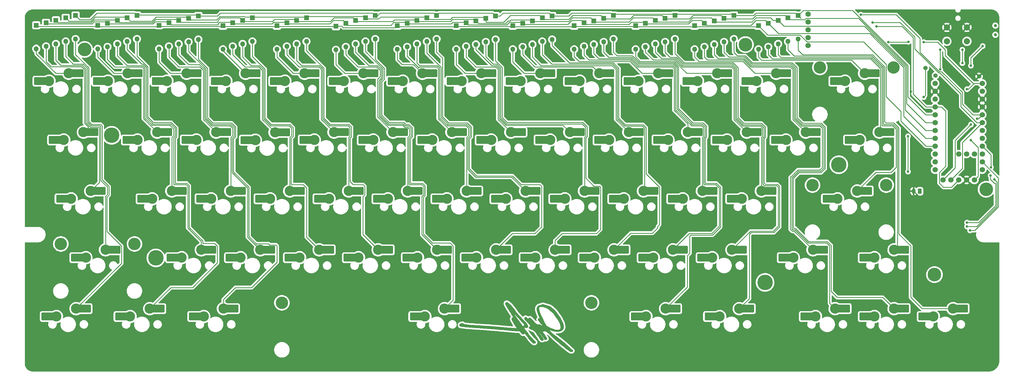
<source format=gbl>
G04 #@! TF.GenerationSoftware,KiCad,Pcbnew,(6.0.10)*
G04 #@! TF.CreationDate,2023-09-30T09:28:11-05:00*
G04 #@! TF.ProjectId,RunTypeV3,52756e54-7970-4655-9633-2e6b69636164,rev?*
G04 #@! TF.SameCoordinates,Original*
G04 #@! TF.FileFunction,Copper,L2,Bot*
G04 #@! TF.FilePolarity,Positive*
%FSLAX46Y46*%
G04 Gerber Fmt 4.6, Leading zero omitted, Abs format (unit mm)*
G04 Created by KiCad (PCBNEW (6.0.10)) date 2023-09-30 09:28:11*
%MOMM*%
%LPD*%
G01*
G04 APERTURE LIST*
G04 Aperture macros list*
%AMRoundRect*
0 Rectangle with rounded corners*
0 $1 Rounding radius*
0 $2 $3 $4 $5 $6 $7 $8 $9 X,Y pos of 4 corners*
0 Add a 4 corners polygon primitive as box body*
4,1,4,$2,$3,$4,$5,$6,$7,$8,$9,$2,$3,0*
0 Add four circle primitives for the rounded corners*
1,1,$1+$1,$2,$3*
1,1,$1+$1,$4,$5*
1,1,$1+$1,$6,$7*
1,1,$1+$1,$8,$9*
0 Add four rect primitives between the rounded corners*
20,1,$1+$1,$2,$3,$4,$5,0*
20,1,$1+$1,$4,$5,$6,$7,0*
20,1,$1+$1,$6,$7,$8,$9,0*
20,1,$1+$1,$8,$9,$2,$3,0*%
G04 Aperture macros list end*
G04 #@! TA.AperFunction,NonConductor*
%ADD10C,0.000000*%
G04 #@! TD*
G04 #@! TA.AperFunction,ComponentPad*
%ADD11R,1.600000X1.600000*%
G04 #@! TD*
G04 #@! TA.AperFunction,ComponentPad*
%ADD12O,1.600000X1.600000*%
G04 #@! TD*
G04 #@! TA.AperFunction,ComponentPad*
%ADD13C,1.397000*%
G04 #@! TD*
G04 #@! TA.AperFunction,ComponentPad*
%ADD14C,0.700000*%
G04 #@! TD*
G04 #@! TA.AperFunction,ComponentPad*
%ADD15C,4.400000*%
G04 #@! TD*
G04 #@! TA.AperFunction,ComponentPad*
%ADD16C,1.752600*%
G04 #@! TD*
G04 #@! TA.AperFunction,WasherPad*
%ADD17C,1.000000*%
G04 #@! TD*
G04 #@! TA.AperFunction,ComponentPad*
%ADD18C,4.000000*%
G04 #@! TD*
G04 #@! TA.AperFunction,ComponentPad*
%ADD19C,5.000000*%
G04 #@! TD*
G04 #@! TA.AperFunction,ComponentPad*
%ADD20C,2.000000*%
G04 #@! TD*
G04 #@! TA.AperFunction,SMDPad,CuDef*
%ADD21RoundRect,0.250000X1.025000X1.000000X-1.025000X1.000000X-1.025000X-1.000000X1.025000X-1.000000X0*%
G04 #@! TD*
G04 #@! TA.AperFunction,SMDPad,CuDef*
%ADD22R,1.650000X2.500000*%
G04 #@! TD*
G04 #@! TA.AperFunction,ComponentPad*
%ADD23C,3.300000*%
G04 #@! TD*
G04 #@! TA.AperFunction,ComponentPad*
%ADD24RoundRect,0.250000X0.350000X0.625000X-0.350000X0.625000X-0.350000X-0.625000X0.350000X-0.625000X0*%
G04 #@! TD*
G04 #@! TA.AperFunction,ComponentPad*
%ADD25O,1.200000X1.750000*%
G04 #@! TD*
G04 #@! TA.AperFunction,ViaPad*
%ADD26C,0.800000*%
G04 #@! TD*
G04 #@! TA.AperFunction,Conductor*
%ADD27C,0.250000*%
G04 #@! TD*
G04 APERTURE END LIST*
D10*
G36*
X181491395Y-119328989D02*
G01*
X181502224Y-119341903D01*
X181512541Y-119354662D01*
X181531455Y-119379342D01*
X181547764Y-119402287D01*
X181561097Y-119422750D01*
X181566531Y-119431820D01*
X181571081Y-119439990D01*
X181574701Y-119447167D01*
X181577344Y-119453260D01*
X181578964Y-119458174D01*
X181579514Y-119461818D01*
X181579730Y-119463551D01*
X181580368Y-119465766D01*
X181582873Y-119471574D01*
X181586944Y-119479119D01*
X181592495Y-119488276D01*
X181599442Y-119498922D01*
X181607698Y-119510931D01*
X181617180Y-119524181D01*
X181627800Y-119538547D01*
X181639475Y-119553906D01*
X181652119Y-119570132D01*
X181679972Y-119604693D01*
X181695012Y-119622780D01*
X181710679Y-119641239D01*
X181726888Y-119659946D01*
X181743555Y-119678777D01*
X181779305Y-119720407D01*
X181818217Y-119768735D01*
X181858990Y-119822024D01*
X181900321Y-119878537D01*
X181940908Y-119936539D01*
X181979448Y-119994292D01*
X182014640Y-120050062D01*
X182045181Y-120102110D01*
X182073076Y-120150810D01*
X182100661Y-120197029D01*
X182127129Y-120239776D01*
X182151675Y-120278058D01*
X182173493Y-120310882D01*
X182191776Y-120337258D01*
X182205718Y-120356192D01*
X182214514Y-120366693D01*
X182217673Y-120370034D01*
X182221180Y-120374072D01*
X182225013Y-120378762D01*
X182229149Y-120384056D01*
X182238233Y-120396273D01*
X182248248Y-120410349D01*
X182259007Y-120425914D01*
X182270324Y-120442595D01*
X182293889Y-120477818D01*
X182308555Y-120502086D01*
X182331840Y-120538011D01*
X182399061Y-120637891D01*
X182579639Y-120901153D01*
X182642798Y-120993550D01*
X182669831Y-121035051D01*
X182693988Y-121073793D01*
X182715386Y-121110054D01*
X182734141Y-121144114D01*
X182750369Y-121176251D01*
X182764186Y-121206746D01*
X182775708Y-121235876D01*
X182785053Y-121263920D01*
X182792335Y-121291159D01*
X182797672Y-121317870D01*
X182801180Y-121344334D01*
X182802974Y-121370828D01*
X182803172Y-121397633D01*
X182801889Y-121425026D01*
X182800654Y-121443919D01*
X182798954Y-121462812D01*
X182796819Y-121481581D01*
X182794282Y-121500102D01*
X182791373Y-121518251D01*
X182788122Y-121535904D01*
X182784562Y-121552936D01*
X182780722Y-121569224D01*
X182776635Y-121584645D01*
X182772330Y-121599073D01*
X182767839Y-121612385D01*
X182763194Y-121624456D01*
X182758424Y-121635164D01*
X182753561Y-121644383D01*
X182748636Y-121651989D01*
X182743681Y-121657860D01*
X182728432Y-121670464D01*
X182707021Y-121684277D01*
X182680231Y-121699020D01*
X182648844Y-121714415D01*
X182613643Y-121730181D01*
X182575412Y-121746041D01*
X182534932Y-121761714D01*
X182492988Y-121776923D01*
X182450361Y-121791387D01*
X182407835Y-121804828D01*
X182366193Y-121816967D01*
X182326218Y-121827525D01*
X182288691Y-121836222D01*
X182254398Y-121842780D01*
X182224119Y-121846919D01*
X182198639Y-121848361D01*
X182188039Y-121847930D01*
X182177095Y-121846653D01*
X182165832Y-121844550D01*
X182154279Y-121841643D01*
X182142463Y-121837953D01*
X182130410Y-121833501D01*
X182118148Y-121828309D01*
X182105703Y-121822398D01*
X182080377Y-121808505D01*
X182054647Y-121791992D01*
X182028731Y-121773029D01*
X182002847Y-121751787D01*
X181977210Y-121728437D01*
X181952039Y-121703149D01*
X181927549Y-121676094D01*
X181903959Y-121647441D01*
X181881485Y-121617363D01*
X181860344Y-121586029D01*
X181840753Y-121553610D01*
X181822930Y-121520276D01*
X181784835Y-121451009D01*
X181746367Y-121382858D01*
X181708147Y-121316940D01*
X181670795Y-121254370D01*
X181634932Y-121196265D01*
X181601177Y-121143741D01*
X181570150Y-121097914D01*
X181542472Y-121059902D01*
X181224973Y-120631277D01*
X181125340Y-120495264D01*
X181039102Y-120380584D01*
X180975685Y-120298646D01*
X180955480Y-120273521D01*
X180944514Y-120260860D01*
X180935481Y-120251093D01*
X180920866Y-120234319D01*
X180901539Y-120211468D01*
X180878368Y-120183469D01*
X180852219Y-120151254D01*
X180823963Y-120115752D01*
X180794466Y-120077894D01*
X180764597Y-120038609D01*
X180748736Y-120018220D01*
X180732961Y-119998777D01*
X180717356Y-119980357D01*
X180702007Y-119963038D01*
X180686999Y-119946897D01*
X180672417Y-119932011D01*
X180658347Y-119918459D01*
X180644873Y-119906318D01*
X180632082Y-119895665D01*
X180620058Y-119886578D01*
X180608887Y-119879134D01*
X180598654Y-119873411D01*
X180589444Y-119869486D01*
X180585249Y-119868222D01*
X180581342Y-119867437D01*
X180577734Y-119867140D01*
X180574434Y-119867341D01*
X180571455Y-119868050D01*
X180568805Y-119869277D01*
X180566387Y-119870642D01*
X180564092Y-119871764D01*
X180561922Y-119872647D01*
X180559876Y-119873297D01*
X180557953Y-119873718D01*
X180556155Y-119873916D01*
X180554481Y-119873894D01*
X180552930Y-119873659D01*
X180551504Y-119873214D01*
X180550202Y-119872565D01*
X180549024Y-119871716D01*
X180547969Y-119870672D01*
X180547039Y-119869438D01*
X180546233Y-119868020D01*
X180545551Y-119866421D01*
X180544993Y-119864646D01*
X180544559Y-119862702D01*
X180544249Y-119860591D01*
X180544063Y-119858320D01*
X180544001Y-119855892D01*
X180544063Y-119853314D01*
X180544249Y-119850589D01*
X180544559Y-119847723D01*
X180544993Y-119844720D01*
X180545551Y-119841585D01*
X180546233Y-119838324D01*
X180547039Y-119834940D01*
X180547969Y-119831439D01*
X180549024Y-119827826D01*
X180550202Y-119824105D01*
X180551504Y-119820282D01*
X180552930Y-119816360D01*
X180554791Y-119810996D01*
X180556405Y-119805817D01*
X180557776Y-119800822D01*
X180558904Y-119796010D01*
X180559792Y-119791380D01*
X180560441Y-119786932D01*
X180560855Y-119782664D01*
X180561033Y-119778575D01*
X180560979Y-119774664D01*
X180560695Y-119770930D01*
X180560181Y-119767373D01*
X180559442Y-119763991D01*
X180558477Y-119760784D01*
X180557289Y-119757750D01*
X180555881Y-119754889D01*
X180554253Y-119752199D01*
X180552409Y-119749679D01*
X180550349Y-119747330D01*
X180548076Y-119745148D01*
X180545592Y-119743135D01*
X180542899Y-119741288D01*
X180539998Y-119739606D01*
X180536892Y-119738090D01*
X180533583Y-119736737D01*
X180530072Y-119735547D01*
X180526361Y-119734519D01*
X180522453Y-119733651D01*
X180518348Y-119732944D01*
X180514051Y-119732395D01*
X180509561Y-119732005D01*
X180500014Y-119731693D01*
X180486925Y-119731952D01*
X180480979Y-119732286D01*
X180475426Y-119732768D01*
X180470265Y-119733405D01*
X180465493Y-119734205D01*
X180461106Y-119735175D01*
X180457102Y-119736324D01*
X180453477Y-119737658D01*
X180450230Y-119739186D01*
X180447357Y-119740916D01*
X180444854Y-119742855D01*
X180442720Y-119745012D01*
X180440952Y-119747393D01*
X180439545Y-119750006D01*
X180438498Y-119752860D01*
X180437808Y-119755962D01*
X180437471Y-119759319D01*
X180437485Y-119762941D01*
X180437847Y-119766833D01*
X180438554Y-119771005D01*
X180439603Y-119775463D01*
X180440991Y-119780216D01*
X180442715Y-119785271D01*
X180444773Y-119790637D01*
X180447161Y-119796320D01*
X180452916Y-119808671D01*
X180459959Y-119822386D01*
X180468264Y-119837527D01*
X180474517Y-119848308D01*
X180481328Y-119858787D01*
X180488635Y-119868909D01*
X180496376Y-119878620D01*
X180504489Y-119887866D01*
X180512912Y-119896593D01*
X180521584Y-119904746D01*
X180530441Y-119912272D01*
X180539422Y-119919115D01*
X180548466Y-119925222D01*
X180557509Y-119930538D01*
X180566490Y-119935009D01*
X180575348Y-119938581D01*
X180579711Y-119940013D01*
X180584019Y-119941200D01*
X180588266Y-119942135D01*
X180592443Y-119942811D01*
X180596542Y-119943222D01*
X180600556Y-119943360D01*
X180604508Y-119943498D01*
X180608424Y-119943909D01*
X180612296Y-119944585D01*
X180616121Y-119945520D01*
X180619891Y-119946707D01*
X180623601Y-119948139D01*
X180627245Y-119949809D01*
X180630817Y-119951711D01*
X180634312Y-119953837D01*
X180637724Y-119956182D01*
X180641046Y-119958738D01*
X180644274Y-119961498D01*
X180647401Y-119964456D01*
X180650421Y-119967605D01*
X180653329Y-119970938D01*
X180656118Y-119974448D01*
X180658784Y-119978129D01*
X180661319Y-119981974D01*
X180663720Y-119985975D01*
X180665978Y-119990127D01*
X180668089Y-119994422D01*
X180670048Y-119998854D01*
X180671847Y-120003416D01*
X180673482Y-120008100D01*
X180674946Y-120012901D01*
X180676233Y-120017812D01*
X180677339Y-120022825D01*
X180678257Y-120027934D01*
X180678980Y-120033132D01*
X180679505Y-120038413D01*
X180679823Y-120043769D01*
X180679931Y-120049194D01*
X180680237Y-120059975D01*
X180681140Y-120070453D01*
X180682617Y-120080575D01*
X180684644Y-120090287D01*
X180687198Y-120099533D01*
X180690256Y-120108260D01*
X180693794Y-120116413D01*
X180697790Y-120123938D01*
X180702220Y-120130781D01*
X180707061Y-120136888D01*
X180712289Y-120142204D01*
X180715041Y-120144549D01*
X180717882Y-120146676D01*
X180720807Y-120148577D01*
X180723816Y-120150248D01*
X180726903Y-120151680D01*
X180730067Y-120152866D01*
X180733305Y-120153801D01*
X180736613Y-120154477D01*
X180739990Y-120154888D01*
X180743431Y-120155026D01*
X180746345Y-120155072D01*
X180749135Y-120155209D01*
X180751798Y-120155432D01*
X180754335Y-120155740D01*
X180756743Y-120156129D01*
X180759023Y-120156596D01*
X180761173Y-120157139D01*
X180763192Y-120157755D01*
X180765079Y-120158440D01*
X180766834Y-120159193D01*
X180768455Y-120160009D01*
X180769941Y-120160886D01*
X180771291Y-120161822D01*
X180772505Y-120162813D01*
X180773582Y-120163856D01*
X180774519Y-120164948D01*
X180775317Y-120166087D01*
X180775975Y-120167270D01*
X180776491Y-120168493D01*
X180776865Y-120169754D01*
X180777096Y-120171050D01*
X180777182Y-120172378D01*
X180777122Y-120173735D01*
X180776917Y-120175118D01*
X180776564Y-120176524D01*
X180776063Y-120177951D01*
X180775412Y-120179396D01*
X180774612Y-120180854D01*
X180773660Y-120182325D01*
X180772556Y-120183804D01*
X180771299Y-120185289D01*
X180769888Y-120186777D01*
X180768570Y-120188884D01*
X180767587Y-120191230D01*
X180766936Y-120193807D01*
X180766612Y-120196606D01*
X180766609Y-120199618D01*
X180766923Y-120202834D01*
X180767549Y-120206246D01*
X180768483Y-120209845D01*
X180769718Y-120213623D01*
X180771251Y-120217570D01*
X180773077Y-120221678D01*
X180775190Y-120225937D01*
X180777587Y-120230341D01*
X180780261Y-120234879D01*
X180786425Y-120244324D01*
X180793643Y-120254203D01*
X180801876Y-120264446D01*
X180811086Y-120274984D01*
X180821234Y-120285747D01*
X180832282Y-120296665D01*
X180844189Y-120307668D01*
X180856918Y-120318686D01*
X180870430Y-120329651D01*
X180884002Y-120339925D01*
X180896899Y-120350828D01*
X180909068Y-120362242D01*
X180920453Y-120374052D01*
X180931002Y-120386140D01*
X180940659Y-120398391D01*
X180949370Y-120410689D01*
X180957081Y-120422917D01*
X180963738Y-120434959D01*
X180969287Y-120446699D01*
X180973673Y-120458020D01*
X180976842Y-120468806D01*
X180977953Y-120473962D01*
X180978740Y-120478941D01*
X180979195Y-120483728D01*
X180979312Y-120488309D01*
X180979084Y-120492669D01*
X180978505Y-120496793D01*
X180977567Y-120500667D01*
X180976263Y-120504277D01*
X180973533Y-120512023D01*
X180971292Y-120519367D01*
X180969531Y-120526276D01*
X180968243Y-120532720D01*
X180967421Y-120538667D01*
X180967055Y-120544088D01*
X180967139Y-120548951D01*
X180967665Y-120553224D01*
X180968091Y-120555131D01*
X180968625Y-120556878D01*
X180969265Y-120558462D01*
X180970011Y-120559880D01*
X180970862Y-120561128D01*
X180971816Y-120562201D01*
X180972873Y-120563095D01*
X180974032Y-120563808D01*
X180975291Y-120564334D01*
X180976651Y-120564671D01*
X180978109Y-120564814D01*
X180979665Y-120564759D01*
X180981317Y-120564502D01*
X180983066Y-120564041D01*
X180984910Y-120563370D01*
X180986848Y-120562485D01*
X180988832Y-120562036D01*
X180990812Y-120561678D01*
X180992788Y-120561411D01*
X180994754Y-120561235D01*
X180996709Y-120561147D01*
X180998649Y-120561148D01*
X181000572Y-120561236D01*
X181002474Y-120561410D01*
X181004353Y-120561670D01*
X181006207Y-120562013D01*
X181008031Y-120562441D01*
X181009823Y-120562950D01*
X181011580Y-120563541D01*
X181013299Y-120564212D01*
X181014978Y-120564963D01*
X181016613Y-120565792D01*
X181018201Y-120566699D01*
X181019741Y-120567682D01*
X181021227Y-120568741D01*
X181022659Y-120569874D01*
X181024032Y-120571081D01*
X181025345Y-120572361D01*
X181026593Y-120573713D01*
X181027775Y-120575135D01*
X181028887Y-120576627D01*
X181029926Y-120578188D01*
X181030890Y-120579816D01*
X181031775Y-120581512D01*
X181032579Y-120583273D01*
X181033298Y-120585099D01*
X181033930Y-120586990D01*
X181034472Y-120588943D01*
X181036882Y-120594267D01*
X181040105Y-120600281D01*
X181044088Y-120606930D01*
X181048776Y-120614161D01*
X181054116Y-120621919D01*
X181060052Y-120630150D01*
X181073498Y-120647813D01*
X181088681Y-120666716D01*
X181105165Y-120686425D01*
X181122518Y-120706507D01*
X181140305Y-120726526D01*
X181207051Y-120798729D01*
X181236927Y-120832450D01*
X181264494Y-120864606D01*
X181289767Y-120895211D01*
X181312760Y-120924282D01*
X181333490Y-120951833D01*
X181351972Y-120977881D01*
X181368222Y-121002440D01*
X181382255Y-121025526D01*
X181394086Y-121047156D01*
X181403732Y-121067343D01*
X181411207Y-121086104D01*
X181416527Y-121103455D01*
X181419707Y-121119410D01*
X181420764Y-121133985D01*
X181420949Y-121141853D01*
X181421498Y-121149550D01*
X181422404Y-121157030D01*
X181423658Y-121164246D01*
X181425254Y-121171153D01*
X181427182Y-121177703D01*
X181429437Y-121183850D01*
X181432009Y-121189547D01*
X181434891Y-121194749D01*
X181438076Y-121199407D01*
X181441555Y-121203477D01*
X181443402Y-121205276D01*
X181445321Y-121206911D01*
X181447309Y-121208375D01*
X181449366Y-121209662D01*
X181451490Y-121210768D01*
X181453682Y-121211686D01*
X181455939Y-121212409D01*
X181458262Y-121212934D01*
X181460648Y-121213252D01*
X181463097Y-121213360D01*
X181469307Y-121214306D01*
X181476002Y-121217086D01*
X181483141Y-121221609D01*
X181490682Y-121227788D01*
X181498583Y-121235532D01*
X181506804Y-121244753D01*
X181524034Y-121267269D01*
X181542039Y-121294621D01*
X181560486Y-121326097D01*
X181579042Y-121360984D01*
X181597373Y-121398568D01*
X181615146Y-121438137D01*
X181632027Y-121478976D01*
X181647684Y-121520374D01*
X181661783Y-121561617D01*
X181673990Y-121601992D01*
X181683973Y-121640786D01*
X181691397Y-121677285D01*
X181695931Y-121710776D01*
X181697296Y-121730852D01*
X181697428Y-121750397D01*
X181696333Y-121769406D01*
X181694018Y-121787877D01*
X181690491Y-121805806D01*
X181685756Y-121823188D01*
X181679823Y-121840020D01*
X181672696Y-121856297D01*
X181664384Y-121872016D01*
X181654893Y-121887174D01*
X181644229Y-121901765D01*
X181632399Y-121915787D01*
X181619411Y-121929235D01*
X181605270Y-121942106D01*
X181589985Y-121954395D01*
X181573560Y-121966099D01*
X181556004Y-121977214D01*
X181537324Y-121987736D01*
X181517525Y-121997661D01*
X181496614Y-122006985D01*
X181474599Y-122015705D01*
X181451486Y-122023816D01*
X181427283Y-122031315D01*
X181401995Y-122038198D01*
X181375629Y-122044460D01*
X181348193Y-122050099D01*
X181319693Y-122055110D01*
X181290136Y-122059489D01*
X181259528Y-122063232D01*
X181227877Y-122066336D01*
X181195190Y-122068796D01*
X181161472Y-122070609D01*
X181117134Y-122072266D01*
X181077136Y-122073193D01*
X181041107Y-122073284D01*
X181008675Y-122072429D01*
X180979467Y-122070519D01*
X180953112Y-122067447D01*
X180929238Y-122063104D01*
X180907472Y-122057381D01*
X180887442Y-122050169D01*
X180868777Y-122041361D01*
X180851103Y-122030848D01*
X180834050Y-122018520D01*
X180817245Y-122004270D01*
X180800316Y-121987990D01*
X180782890Y-121969570D01*
X180764597Y-121948902D01*
X180611139Y-121759724D01*
X180559214Y-121694777D01*
X180521181Y-121645954D01*
X180495053Y-121610524D01*
X180478848Y-121585761D01*
X180473845Y-121576526D01*
X180470580Y-121568935D01*
X180468802Y-121562646D01*
X180468264Y-121557318D01*
X180466555Y-121551844D01*
X180461536Y-121541557D01*
X180442219Y-121507626D01*
X180411616Y-121457696D01*
X180371030Y-121393937D01*
X180321761Y-121318521D01*
X180265113Y-121233617D01*
X180202389Y-121141395D01*
X180134889Y-121044026D01*
X179861707Y-120637230D01*
X179663931Y-120345527D01*
X179633804Y-120300052D01*
X179603490Y-120255568D01*
X179573797Y-120213070D01*
X179545530Y-120173547D01*
X179519495Y-120137994D01*
X179496499Y-120107401D01*
X179477347Y-120082762D01*
X179462847Y-120065068D01*
X179452977Y-120050754D01*
X179443417Y-120035881D01*
X179434477Y-120020885D01*
X179430336Y-120013476D01*
X179426467Y-120006198D01*
X179422908Y-119999107D01*
X179419698Y-119992256D01*
X179416875Y-119985699D01*
X179414478Y-119979491D01*
X179412547Y-119973687D01*
X179411119Y-119968340D01*
X179410234Y-119963504D01*
X179409931Y-119959234D01*
X179408206Y-119954295D01*
X179405063Y-119947504D01*
X179400571Y-119938991D01*
X179394800Y-119928890D01*
X179387820Y-119917331D01*
X179379700Y-119904447D01*
X179360321Y-119875229D01*
X179337222Y-119842291D01*
X179324451Y-119824756D01*
X179310960Y-119806686D01*
X179296817Y-119788213D01*
X179282093Y-119769469D01*
X179266858Y-119750585D01*
X179251181Y-119731693D01*
X179218531Y-119694146D01*
X179188425Y-119657528D01*
X179161419Y-119622770D01*
X179138071Y-119590803D01*
X179118941Y-119562557D01*
X179111131Y-119550120D01*
X179104585Y-119538961D01*
X179099372Y-119529198D01*
X179095562Y-119520947D01*
X179093225Y-119514323D01*
X179092431Y-119509443D01*
X179091983Y-119503601D01*
X179090648Y-119496998D01*
X179088437Y-119489650D01*
X179085361Y-119481569D01*
X179076664Y-119463272D01*
X179064649Y-119442223D01*
X179049410Y-119418538D01*
X179031039Y-119392334D01*
X179009629Y-119363728D01*
X178985274Y-119332834D01*
X178958067Y-119299770D01*
X178928099Y-119264652D01*
X178895466Y-119227596D01*
X178860259Y-119188719D01*
X178822571Y-119148136D01*
X178782496Y-119105964D01*
X178740126Y-119062320D01*
X178695555Y-119017319D01*
X178672479Y-118995717D01*
X179956597Y-118995717D01*
X179956740Y-118997802D01*
X179957165Y-119000237D01*
X179957866Y-119003014D01*
X179958838Y-119006125D01*
X179960076Y-119009561D01*
X179963333Y-119017370D01*
X179967598Y-119026373D01*
X179972831Y-119036501D01*
X179978995Y-119047682D01*
X179986050Y-119059848D01*
X179993958Y-119072929D01*
X180002680Y-119086854D01*
X180012177Y-119101555D01*
X180022410Y-119116961D01*
X180033341Y-119133003D01*
X180044930Y-119149610D01*
X180068639Y-119180740D01*
X180091728Y-119210133D01*
X180113577Y-119237046D01*
X180133566Y-119260735D01*
X180151074Y-119280455D01*
X180165481Y-119295462D01*
X180171328Y-119300965D01*
X180176168Y-119305012D01*
X180179922Y-119307508D01*
X180182514Y-119308360D01*
X180183848Y-119308145D01*
X180184876Y-119307508D01*
X180185605Y-119306459D01*
X180186038Y-119305012D01*
X180186180Y-119303177D01*
X180186037Y-119300965D01*
X180185612Y-119298390D01*
X180184912Y-119295462D01*
X180183940Y-119292193D01*
X180182701Y-119288594D01*
X180179444Y-119280455D01*
X180175180Y-119271138D01*
X180169946Y-119260735D01*
X180163783Y-119249340D01*
X180156728Y-119237046D01*
X180148820Y-119223946D01*
X180140098Y-119210133D01*
X180130602Y-119195700D01*
X180120368Y-119180740D01*
X180109438Y-119165346D01*
X180097848Y-119149610D01*
X180074139Y-119116961D01*
X180051050Y-119086854D01*
X180029201Y-119059848D01*
X180009212Y-119036501D01*
X179991704Y-119017370D01*
X179977296Y-119003014D01*
X179971449Y-118997802D01*
X179966609Y-118993992D01*
X179962855Y-118991655D01*
X179960264Y-118990860D01*
X179958929Y-118991060D01*
X179957901Y-118991655D01*
X179957172Y-118992635D01*
X179956739Y-118993992D01*
X179956597Y-118995717D01*
X178672479Y-118995717D01*
X178669397Y-118992832D01*
X178642556Y-118969012D01*
X178615095Y-118945904D01*
X178587076Y-118923557D01*
X178558561Y-118902016D01*
X178529612Y-118881327D01*
X178500291Y-118861537D01*
X178470659Y-118842693D01*
X178440780Y-118824842D01*
X178410715Y-118808029D01*
X178380525Y-118792301D01*
X178350274Y-118777705D01*
X178320022Y-118764287D01*
X178289833Y-118752094D01*
X178259768Y-118741172D01*
X178229888Y-118731568D01*
X178168538Y-118712174D01*
X178096770Y-118686300D01*
X177928925Y-118618459D01*
X177740244Y-118534743D01*
X177544618Y-118441850D01*
X177355937Y-118346476D01*
X177188092Y-118255318D01*
X177116323Y-118213414D01*
X177054973Y-118175075D01*
X177005777Y-118141139D01*
X176970472Y-118112443D01*
X176953042Y-118094924D01*
X176937449Y-118076160D01*
X176923668Y-118056239D01*
X176911674Y-118035249D01*
X176901444Y-118013279D01*
X176892953Y-117990416D01*
X176886177Y-117966749D01*
X176881092Y-117942366D01*
X176877673Y-117917355D01*
X176875897Y-117891804D01*
X176875739Y-117865802D01*
X176877175Y-117839437D01*
X176880180Y-117812796D01*
X176884731Y-117785968D01*
X176890804Y-117759042D01*
X176898373Y-117732105D01*
X176907415Y-117705245D01*
X176917905Y-117678551D01*
X176929820Y-117652111D01*
X176943135Y-117626013D01*
X176957826Y-117600345D01*
X176973868Y-117575196D01*
X176991238Y-117550653D01*
X177009912Y-117526805D01*
X177029864Y-117503739D01*
X177051071Y-117481545D01*
X177073508Y-117460310D01*
X177097152Y-117440123D01*
X177121977Y-117421071D01*
X177147961Y-117403242D01*
X177175078Y-117386726D01*
X177203305Y-117371610D01*
X177269534Y-117336470D01*
X177328321Y-117304803D01*
X177352598Y-117291356D01*
X177372225Y-117280081D01*
X177386271Y-117271409D01*
X177390910Y-117268186D01*
X177393806Y-117265777D01*
X177396458Y-117261096D01*
X177396482Y-117254006D01*
X177393887Y-117244515D01*
X177388679Y-117232631D01*
X177380867Y-117218364D01*
X177370458Y-117201722D01*
X177341881Y-117161349D01*
X177303010Y-117111581D01*
X177253907Y-117052487D01*
X177194634Y-116984139D01*
X177125253Y-116906605D01*
X177045827Y-116819955D01*
X176956416Y-116724259D01*
X176857084Y-116619587D01*
X176747892Y-116506009D01*
X176500176Y-116252412D01*
X176213764Y-115964027D01*
X175915612Y-115659952D01*
X175794534Y-115533367D01*
X175690881Y-115421548D01*
X175603724Y-115322845D01*
X175532131Y-115235606D01*
X175475173Y-115158180D01*
X175431920Y-115088917D01*
X175415142Y-115056831D01*
X175401441Y-115026165D01*
X175390702Y-114996715D01*
X175382807Y-114968273D01*
X175377641Y-114940634D01*
X175375086Y-114913591D01*
X175375028Y-114886937D01*
X175377350Y-114860466D01*
X175381935Y-114833972D01*
X175388667Y-114807248D01*
X175408108Y-114752286D01*
X175434742Y-114693929D01*
X175467639Y-114630526D01*
X175479093Y-114611571D01*
X175491555Y-114592492D01*
X175504916Y-114573413D01*
X175519068Y-114554459D01*
X175533901Y-114535752D01*
X175549309Y-114517417D01*
X175565181Y-114499578D01*
X175581410Y-114482360D01*
X175597887Y-114465885D01*
X175614504Y-114450279D01*
X175631151Y-114435665D01*
X175647721Y-114422167D01*
X175664105Y-114409909D01*
X175680195Y-114399016D01*
X175695881Y-114389611D01*
X175711056Y-114381818D01*
X175734053Y-114373578D01*
X175755632Y-114366749D01*
X175776110Y-114361378D01*
X175795805Y-114357510D01*
X175805459Y-114356154D01*
X175815035Y-114355192D01*
X175824575Y-114354629D01*
X175834118Y-114354471D01*
X175843704Y-114354724D01*
X175853371Y-114355393D01*
X175863161Y-114356485D01*
X175873113Y-114358006D01*
X175883266Y-114359960D01*
X175893661Y-114362354D01*
X175915333Y-114368486D01*
X175938446Y-114376446D01*
X175963319Y-114386283D01*
X175990270Y-114398042D01*
X176019615Y-114411770D01*
X176051674Y-114427513D01*
X176086763Y-114445318D01*
X176111284Y-114459117D01*
X176137076Y-114474598D01*
X176163922Y-114491583D01*
X176191605Y-114509893D01*
X176248614Y-114549777D01*
X176306368Y-114592823D01*
X176363129Y-114637606D01*
X176417161Y-114682699D01*
X176466729Y-114726676D01*
X176510096Y-114768110D01*
X176705889Y-114969193D01*
X176801138Y-114810443D01*
X176810424Y-114793836D01*
X176820362Y-114777794D01*
X176830857Y-114762388D01*
X176841818Y-114747688D01*
X176853151Y-114733762D01*
X176864763Y-114720681D01*
X176876560Y-114708515D01*
X176888451Y-114697334D01*
X176900342Y-114687207D01*
X176912140Y-114678203D01*
X176923751Y-114670394D01*
X176935084Y-114663847D01*
X176946044Y-114658635D01*
X176956540Y-114654825D01*
X176961584Y-114653468D01*
X176966477Y-114652488D01*
X176971208Y-114651893D01*
X176975763Y-114651693D01*
X176984868Y-114651388D01*
X176994274Y-114650494D01*
X177003913Y-114649042D01*
X177013715Y-114647063D01*
X177023610Y-114644588D01*
X177033528Y-114641647D01*
X177043399Y-114638273D01*
X177053154Y-114634495D01*
X177062724Y-114630346D01*
X177072037Y-114625855D01*
X177081025Y-114621054D01*
X177089617Y-114615974D01*
X177097745Y-114610646D01*
X177105337Y-114605101D01*
X177112325Y-114599371D01*
X177118638Y-114593484D01*
X177132509Y-114581261D01*
X177147440Y-114571472D01*
X177163592Y-114564258D01*
X177181125Y-114559761D01*
X177200202Y-114558119D01*
X177220981Y-114559475D01*
X177243625Y-114563968D01*
X177268293Y-114571739D01*
X177295148Y-114582929D01*
X177324349Y-114597677D01*
X177356058Y-114616125D01*
X177390436Y-114638412D01*
X177427643Y-114664680D01*
X177467839Y-114695069D01*
X177511187Y-114729719D01*
X177557847Y-114768771D01*
X177607979Y-114812366D01*
X177661745Y-114860643D01*
X177719305Y-114913744D01*
X177780820Y-114971808D01*
X177916360Y-115103391D01*
X178069650Y-115256514D01*
X178241978Y-115432303D01*
X178434630Y-115631881D01*
X178648894Y-115856373D01*
X178886055Y-116106902D01*
X178989267Y-116214671D01*
X179084937Y-116311985D01*
X179173584Y-116399174D01*
X179255728Y-116476574D01*
X179331887Y-116544517D01*
X179402582Y-116603336D01*
X179468331Y-116653365D01*
X179529654Y-116694938D01*
X179587071Y-116728387D01*
X179641100Y-116754045D01*
X179692261Y-116772247D01*
X179741073Y-116783325D01*
X179764761Y-116786297D01*
X179788056Y-116787613D01*
X179833729Y-116785444D01*
X179878611Y-116777151D01*
X179923222Y-116763068D01*
X179962220Y-116749808D01*
X180002039Y-116739834D01*
X180022359Y-116736099D01*
X180043006Y-116733209D01*
X180064021Y-116731172D01*
X180085445Y-116729995D01*
X180107319Y-116729686D01*
X180129683Y-116730253D01*
X180176044Y-116734047D01*
X180224855Y-116741436D01*
X180276441Y-116752485D01*
X180331128Y-116767254D01*
X180389240Y-116785806D01*
X180451105Y-116808202D01*
X180517047Y-116834506D01*
X180587391Y-116864778D01*
X180662464Y-116899081D01*
X180742591Y-116937476D01*
X180828098Y-116980027D01*
X180910387Y-117022546D01*
X180989328Y-117062213D01*
X181063060Y-117098159D01*
X181129723Y-117129516D01*
X181187455Y-117155416D01*
X181234398Y-117174991D01*
X181268691Y-117187373D01*
X181280512Y-117190595D01*
X181288473Y-117191693D01*
X181290645Y-117191386D01*
X181292206Y-117190474D01*
X181293167Y-117188973D01*
X181293537Y-117186898D01*
X181293325Y-117184265D01*
X181292542Y-117181089D01*
X181291197Y-117177387D01*
X181289299Y-117173172D01*
X181286859Y-117168462D01*
X181283886Y-117163271D01*
X181276380Y-117151510D01*
X181266859Y-117138012D01*
X181255399Y-117122902D01*
X181242080Y-117106303D01*
X181226977Y-117088340D01*
X181210169Y-117069137D01*
X181191734Y-117048818D01*
X181171748Y-117027507D01*
X181150289Y-117005327D01*
X181127436Y-116982404D01*
X181103264Y-116958860D01*
X180992418Y-116849854D01*
X180881262Y-116736693D01*
X180774447Y-116624648D01*
X180676624Y-116518990D01*
X180592443Y-116424990D01*
X180526555Y-116347920D01*
X180483612Y-116293050D01*
X180472198Y-116275588D01*
X180468264Y-116265652D01*
X180464955Y-116256487D01*
X180455428Y-116239462D01*
X180420143Y-116185119D01*
X180367247Y-116109196D01*
X180301577Y-116018266D01*
X180227969Y-115918903D01*
X180151260Y-115817679D01*
X180076288Y-115721168D01*
X180007889Y-115635943D01*
X179983658Y-115604177D01*
X179960636Y-115570583D01*
X179938917Y-115535438D01*
X179918592Y-115499021D01*
X179899756Y-115461613D01*
X179882502Y-115423491D01*
X179866921Y-115384935D01*
X179853108Y-115346224D01*
X179841155Y-115307638D01*
X179831156Y-115269454D01*
X179823203Y-115231953D01*
X179817389Y-115195412D01*
X179813808Y-115160112D01*
X179812552Y-115126331D01*
X179813715Y-115094349D01*
X179817389Y-115064444D01*
X179820466Y-115050062D01*
X179824707Y-115035708D01*
X179830067Y-115021410D01*
X179836499Y-115007196D01*
X179843958Y-114993095D01*
X179852398Y-114979135D01*
X179861775Y-114965343D01*
X179872042Y-114951747D01*
X179883154Y-114938377D01*
X179895065Y-114925259D01*
X179907730Y-114912423D01*
X179921103Y-114899895D01*
X179935139Y-114887705D01*
X179949793Y-114875880D01*
X179965018Y-114864448D01*
X179980769Y-114853438D01*
X179997000Y-114842878D01*
X180013667Y-114832795D01*
X180030723Y-114823218D01*
X180048124Y-114814175D01*
X180065822Y-114805693D01*
X180083774Y-114797802D01*
X180101933Y-114790529D01*
X180120254Y-114783903D01*
X180138691Y-114777950D01*
X180157198Y-114772700D01*
X180175731Y-114768181D01*
X180194244Y-114764421D01*
X180212691Y-114761447D01*
X180231026Y-114759288D01*
X180249204Y-114757972D01*
X180267180Y-114757527D01*
X180280331Y-114757271D01*
X180292016Y-114756473D01*
X180297317Y-114755855D01*
X180302260Y-114755085D01*
X180306848Y-114754156D01*
X180311085Y-114753062D01*
X180314972Y-114751797D01*
X180318514Y-114750357D01*
X180321713Y-114748734D01*
X180324572Y-114746923D01*
X180327094Y-114744918D01*
X180329281Y-114742714D01*
X180331137Y-114740304D01*
X180332665Y-114737683D01*
X180333867Y-114734845D01*
X180334746Y-114731784D01*
X180335306Y-114728494D01*
X180335548Y-114724970D01*
X180335477Y-114721206D01*
X180335095Y-114717196D01*
X180334404Y-114712933D01*
X180333409Y-114708413D01*
X180332111Y-114703630D01*
X180330514Y-114698577D01*
X180328620Y-114693248D01*
X180326432Y-114687639D01*
X180321188Y-114675555D01*
X180314805Y-114662277D01*
X180308367Y-114651709D01*
X180301008Y-114638009D01*
X180283799Y-114602084D01*
X180263739Y-114556237D01*
X180241384Y-114502204D01*
X180217292Y-114441722D01*
X180192022Y-114376526D01*
X180140181Y-114238943D01*
X180114477Y-114173190D01*
X180089331Y-114111778D01*
X180065302Y-114056071D01*
X180042946Y-114007433D01*
X180022824Y-113967229D01*
X180005491Y-113936822D01*
X179998046Y-113925720D01*
X179991508Y-113917578D01*
X179985946Y-113912568D01*
X179983553Y-113911291D01*
X179981431Y-113910860D01*
X179978981Y-113910753D01*
X179976595Y-113910434D01*
X179974273Y-113909910D01*
X179972015Y-113909186D01*
X179969824Y-113908268D01*
X179967699Y-113907163D01*
X179965642Y-113905875D01*
X179963654Y-113904411D01*
X179961736Y-113902776D01*
X179959888Y-113900977D01*
X179958112Y-113899019D01*
X179956409Y-113896907D01*
X179954780Y-113894649D01*
X179953225Y-113892249D01*
X179951745Y-113889713D01*
X179950342Y-113887048D01*
X179949017Y-113884258D01*
X179947770Y-113881350D01*
X179946603Y-113878330D01*
X179945516Y-113875203D01*
X179944510Y-113871976D01*
X179943587Y-113868653D01*
X179942747Y-113865242D01*
X179941992Y-113861747D01*
X179941321Y-113858174D01*
X179940737Y-113854530D01*
X179940240Y-113850820D01*
X179939831Y-113847050D01*
X179939512Y-113843226D01*
X179939282Y-113839353D01*
X179939144Y-113835437D01*
X179939098Y-113831485D01*
X179938853Y-113823129D01*
X179938136Y-113813998D01*
X179936970Y-113804184D01*
X179935377Y-113793782D01*
X179933381Y-113782883D01*
X179931005Y-113771582D01*
X179928273Y-113759970D01*
X179925207Y-113748141D01*
X179921831Y-113736188D01*
X179918168Y-113724205D01*
X179914242Y-113712283D01*
X179910076Y-113700516D01*
X179905692Y-113688998D01*
X179901115Y-113677820D01*
X179896367Y-113667076D01*
X179891472Y-113656860D01*
X179849500Y-113562054D01*
X179794816Y-113423282D01*
X179733063Y-113256605D01*
X179669883Y-113078084D01*
X179610920Y-112903779D01*
X179561818Y-112749752D01*
X179528218Y-112632065D01*
X179518995Y-112591867D01*
X179515764Y-112566777D01*
X179515459Y-112556497D01*
X179514565Y-112545559D01*
X179513113Y-112534046D01*
X179511133Y-112522046D01*
X179508658Y-112509642D01*
X179505718Y-112496921D01*
X179502343Y-112483967D01*
X179498566Y-112470865D01*
X179494416Y-112457702D01*
X179489926Y-112444562D01*
X179485125Y-112431530D01*
X179480045Y-112418693D01*
X179474717Y-112406134D01*
X179469172Y-112393939D01*
X179463441Y-112382195D01*
X179457555Y-112370985D01*
X179451670Y-112357947D01*
X179445939Y-112340847D01*
X179440394Y-112319964D01*
X179435066Y-112295578D01*
X179429986Y-112267967D01*
X179425186Y-112237411D01*
X179420695Y-112204188D01*
X179416545Y-112168578D01*
X179409393Y-112091311D01*
X179403978Y-112007843D01*
X179400546Y-111920407D01*
X179399347Y-111831234D01*
X179398707Y-111708865D01*
X179399510Y-111654966D01*
X179399547Y-111653872D01*
X180246226Y-111653872D01*
X180251306Y-111756490D01*
X180262091Y-111867479D01*
X180278550Y-111986212D01*
X180300651Y-112112061D01*
X180328365Y-112244398D01*
X180361661Y-112382595D01*
X180400506Y-112526025D01*
X180444870Y-112674058D01*
X180494722Y-112826068D01*
X180533913Y-112931488D01*
X180570128Y-113026490D01*
X180586189Y-113066829D01*
X180600390Y-113100656D01*
X180612358Y-113126670D01*
X180617389Y-113136340D01*
X180621722Y-113143568D01*
X180626174Y-113150170D01*
X180631540Y-113159919D01*
X180637744Y-113172613D01*
X180644708Y-113188051D01*
X180660603Y-113226354D01*
X180678607Y-113273214D01*
X180698100Y-113327020D01*
X180718461Y-113386158D01*
X180739069Y-113449017D01*
X180759306Y-113513985D01*
X180781227Y-113581836D01*
X180806683Y-113652974D01*
X180834743Y-113725228D01*
X180864477Y-113796428D01*
X180894956Y-113864403D01*
X180925249Y-113926983D01*
X180954426Y-113981998D01*
X180968305Y-114005990D01*
X180981556Y-114027277D01*
X181005017Y-114068793D01*
X181027362Y-114109380D01*
X181047970Y-114148106D01*
X181066222Y-114184042D01*
X181081498Y-114216257D01*
X181093177Y-114243821D01*
X181097474Y-114255569D01*
X181100639Y-114265805D01*
X181102595Y-114274413D01*
X181103264Y-114281276D01*
X181103449Y-114286231D01*
X181103998Y-114291147D01*
X181104903Y-114295985D01*
X181106158Y-114300707D01*
X181107753Y-114305274D01*
X181109682Y-114309647D01*
X181111937Y-114313788D01*
X181114509Y-114317657D01*
X181115912Y-114319478D01*
X181117391Y-114321216D01*
X181118946Y-114322867D01*
X181120576Y-114324427D01*
X181122279Y-114325889D01*
X181124055Y-114327249D01*
X181125903Y-114328503D01*
X181127821Y-114329646D01*
X181129809Y-114330672D01*
X181131866Y-114331577D01*
X181133991Y-114332356D01*
X181136182Y-114333005D01*
X181138440Y-114333518D01*
X181140762Y-114333890D01*
X181143149Y-114334117D01*
X181145598Y-114334193D01*
X181147659Y-114334424D01*
X181149869Y-114335107D01*
X181152222Y-114336230D01*
X181154713Y-114337780D01*
X181157336Y-114339745D01*
X181160085Y-114342112D01*
X181162954Y-114344868D01*
X181165937Y-114348001D01*
X181172224Y-114355348D01*
X181178897Y-114364052D01*
X181185912Y-114374011D01*
X181193222Y-114385126D01*
X181200780Y-114397294D01*
X181208539Y-114410416D01*
X181216453Y-114424391D01*
X181224476Y-114439117D01*
X181232561Y-114454495D01*
X181240661Y-114470423D01*
X181248730Y-114486800D01*
X181256722Y-114503526D01*
X181347259Y-114711555D01*
X181496832Y-115040631D01*
X181677162Y-115429237D01*
X181859972Y-115815860D01*
X181882741Y-115864798D01*
X181903215Y-115911689D01*
X181921085Y-115955480D01*
X181936040Y-115995115D01*
X181947771Y-116029542D01*
X181955966Y-116057706D01*
X181958642Y-116069109D01*
X181960317Y-116078552D01*
X181960954Y-116085901D01*
X181960513Y-116091026D01*
X181960094Y-116093476D01*
X181959826Y-116095862D01*
X181959705Y-116098184D01*
X181959728Y-116100442D01*
X181959890Y-116102633D01*
X181960188Y-116104758D01*
X181960617Y-116106815D01*
X181961175Y-116108803D01*
X181961856Y-116110722D01*
X181962658Y-116112569D01*
X181963576Y-116114345D01*
X181964606Y-116116048D01*
X181965745Y-116117678D01*
X181966989Y-116119233D01*
X181968333Y-116120712D01*
X181969774Y-116122115D01*
X181971308Y-116123441D01*
X181972931Y-116124688D01*
X181974640Y-116125855D01*
X181976430Y-116126942D01*
X181978297Y-116127948D01*
X181980239Y-116128871D01*
X181982249Y-116129711D01*
X181984326Y-116130466D01*
X181986465Y-116131137D01*
X181988662Y-116131721D01*
X181990913Y-116132218D01*
X181993215Y-116132626D01*
X181995563Y-116132946D01*
X181997954Y-116133176D01*
X182000383Y-116133314D01*
X182002847Y-116133360D01*
X182005793Y-116133499D01*
X182008674Y-116133909D01*
X182011489Y-116134585D01*
X182014237Y-116135520D01*
X182016914Y-116136707D01*
X182019520Y-116138139D01*
X182022053Y-116139809D01*
X182024510Y-116141711D01*
X182026889Y-116143838D01*
X182029189Y-116146182D01*
X182031408Y-116148738D01*
X182033543Y-116151499D01*
X182035593Y-116154457D01*
X182037555Y-116157605D01*
X182039429Y-116160938D01*
X182041212Y-116164449D01*
X182042901Y-116168129D01*
X182044496Y-116171974D01*
X182045993Y-116175976D01*
X182047392Y-116180127D01*
X182048690Y-116184422D01*
X182049885Y-116188854D01*
X182050976Y-116193416D01*
X182051960Y-116198100D01*
X182052836Y-116202901D01*
X182053601Y-116207812D01*
X182054254Y-116212825D01*
X182054792Y-116217934D01*
X182055214Y-116223132D01*
X182055518Y-116228412D01*
X182055702Y-116233769D01*
X182055764Y-116239194D01*
X182055902Y-116244695D01*
X182056313Y-116250281D01*
X182057924Y-116261662D01*
X182060542Y-116273261D01*
X182064115Y-116284999D01*
X182068586Y-116296799D01*
X182073902Y-116308584D01*
X182080009Y-116320276D01*
X182086852Y-116331797D01*
X182094378Y-116343070D01*
X182102531Y-116354018D01*
X182111258Y-116364563D01*
X182120504Y-116374627D01*
X182130215Y-116384133D01*
X182140338Y-116393003D01*
X182150816Y-116401160D01*
X182161598Y-116408527D01*
X182172378Y-116415830D01*
X182182857Y-116423792D01*
X182192979Y-116432327D01*
X182202690Y-116441351D01*
X182211937Y-116450778D01*
X182220663Y-116460523D01*
X182228817Y-116470501D01*
X182236342Y-116480625D01*
X182243185Y-116490812D01*
X182249292Y-116500976D01*
X182254608Y-116511031D01*
X182259079Y-116520892D01*
X182262651Y-116530474D01*
X182265270Y-116539692D01*
X182266205Y-116544137D01*
X182266881Y-116548460D01*
X182267292Y-116552649D01*
X182267430Y-116556693D01*
X182267674Y-116565737D01*
X182268391Y-116574966D01*
X182269558Y-116584319D01*
X182271151Y-116593735D01*
X182273147Y-116603150D01*
X182275523Y-116612504D01*
X182278255Y-116621733D01*
X182281321Y-116630776D01*
X182284697Y-116639572D01*
X182288359Y-116648057D01*
X182292285Y-116656170D01*
X182296452Y-116663850D01*
X182300835Y-116671033D01*
X182305413Y-116677658D01*
X182310160Y-116683662D01*
X182315055Y-116688985D01*
X182320072Y-116695361D01*
X182325174Y-116702535D01*
X182330322Y-116710437D01*
X182335478Y-116718999D01*
X182340603Y-116728149D01*
X182345658Y-116737819D01*
X182350605Y-116747938D01*
X182355404Y-116758438D01*
X182360018Y-116769247D01*
X182364406Y-116780297D01*
X182368532Y-116791517D01*
X182372354Y-116802838D01*
X182375836Y-116814190D01*
X182378938Y-116825504D01*
X182381621Y-116836708D01*
X182383847Y-116847735D01*
X182386843Y-116862608D01*
X182391815Y-116878414D01*
X182398695Y-116895094D01*
X182407411Y-116912589D01*
X182417895Y-116930839D01*
X182430077Y-116949787D01*
X182459253Y-116989535D01*
X182494383Y-117031361D01*
X182534907Y-117074791D01*
X182580269Y-117119353D01*
X182629909Y-117164574D01*
X182683270Y-117209980D01*
X182739794Y-117255100D01*
X182798922Y-117299461D01*
X182860097Y-117342589D01*
X182922760Y-117384011D01*
X182986353Y-117423255D01*
X183050318Y-117459849D01*
X183114097Y-117493318D01*
X183172667Y-117522960D01*
X183228447Y-117551857D01*
X183326426Y-117604443D01*
X183366020Y-117626643D01*
X183397615Y-117645123D01*
X183419908Y-117659137D01*
X183431598Y-117667943D01*
X183439427Y-117675051D01*
X183452806Y-117684376D01*
X183471456Y-117695779D01*
X183495097Y-117709119D01*
X183556241Y-117741055D01*
X183634004Y-117779068D01*
X183726153Y-117822042D01*
X183830457Y-117868861D01*
X183944682Y-117918408D01*
X184066597Y-117969568D01*
X184145311Y-118003551D01*
X184224024Y-118039021D01*
X184292816Y-118071515D01*
X184320391Y-118085251D01*
X184341764Y-118096568D01*
X184352042Y-118101463D01*
X184362972Y-118106211D01*
X184374460Y-118110788D01*
X184386412Y-118115171D01*
X184398737Y-118119338D01*
X184411341Y-118123264D01*
X184424131Y-118126927D01*
X184437014Y-118130303D01*
X184449897Y-118133368D01*
X184462687Y-118136101D01*
X184475291Y-118138477D01*
X184487616Y-118140473D01*
X184499568Y-118142066D01*
X184511056Y-118143232D01*
X184521986Y-118143949D01*
X184532264Y-118144194D01*
X184542300Y-118144437D01*
X184552521Y-118145144D01*
X184562867Y-118146286D01*
X184573275Y-118147832D01*
X184583682Y-118149749D01*
X184594028Y-118152007D01*
X184604249Y-118154575D01*
X184614285Y-118157422D01*
X184624072Y-118160518D01*
X184633550Y-118163830D01*
X184642655Y-118167329D01*
X184651326Y-118170982D01*
X184659501Y-118174760D01*
X184667118Y-118178631D01*
X184674115Y-118182563D01*
X184680430Y-118186527D01*
X184686484Y-118191788D01*
X184694631Y-118197606D01*
X184704731Y-118203921D01*
X184716645Y-118210670D01*
X184730233Y-118217791D01*
X184745356Y-118225222D01*
X184761875Y-118232901D01*
X184779649Y-118240767D01*
X184798539Y-118248756D01*
X184818406Y-118256807D01*
X184839110Y-118264858D01*
X184860512Y-118272847D01*
X184882472Y-118280712D01*
X184904851Y-118288391D01*
X184927508Y-118295822D01*
X184950305Y-118302943D01*
X184996545Y-118317247D01*
X185039437Y-118332047D01*
X185078111Y-118346847D01*
X185111701Y-118361151D01*
X185139338Y-118374463D01*
X185150653Y-118380592D01*
X185160153Y-118386287D01*
X185167732Y-118391485D01*
X185173279Y-118396126D01*
X185176687Y-118400146D01*
X185177555Y-118401905D01*
X185177848Y-118403485D01*
X185177970Y-118405469D01*
X185178335Y-118407450D01*
X185178933Y-118409425D01*
X185179760Y-118411391D01*
X185180807Y-118413346D01*
X185182068Y-118415286D01*
X185183537Y-118417209D01*
X185185206Y-118419112D01*
X185187069Y-118420991D01*
X185189119Y-118422844D01*
X185191350Y-118424668D01*
X185193753Y-118426460D01*
X185196324Y-118428217D01*
X185199054Y-118429937D01*
X185201937Y-118431615D01*
X185204967Y-118433251D01*
X185208136Y-118434839D01*
X185211438Y-118436378D01*
X185214866Y-118437865D01*
X185218413Y-118439297D01*
X185222073Y-118440670D01*
X185225838Y-118441983D01*
X185229702Y-118443231D01*
X185233658Y-118444413D01*
X185237699Y-118445525D01*
X185241819Y-118446564D01*
X185246010Y-118447528D01*
X185250267Y-118448413D01*
X185254581Y-118449216D01*
X185258947Y-118449936D01*
X185263357Y-118450568D01*
X185267806Y-118451110D01*
X185645932Y-118487676D01*
X185960187Y-118509484D01*
X186095882Y-118514582D01*
X186218631Y-118515664D01*
X186329444Y-118512623D01*
X186429326Y-118505349D01*
X186519287Y-118493735D01*
X186600334Y-118477671D01*
X186673474Y-118457050D01*
X186739716Y-118431762D01*
X186800066Y-118401699D01*
X186855533Y-118366753D01*
X186907124Y-118326815D01*
X186955847Y-118281776D01*
X186964788Y-118271346D01*
X186973734Y-118258983D01*
X186991535Y-118228911D01*
X187009042Y-118192468D01*
X187026045Y-118150560D01*
X187042334Y-118104093D01*
X187057701Y-118053976D01*
X187071937Y-118001115D01*
X187084832Y-117946417D01*
X187096176Y-117890789D01*
X187105760Y-117835137D01*
X187113376Y-117780369D01*
X187118814Y-117727392D01*
X187121864Y-117677112D01*
X187122318Y-117630437D01*
X187119965Y-117588273D01*
X187114597Y-117551527D01*
X187106195Y-117511870D01*
X187096986Y-117465455D01*
X187076894Y-117359042D01*
X187055810Y-117245685D01*
X187035223Y-117138777D01*
X187025414Y-117085292D01*
X187012319Y-117025419D01*
X186996620Y-116961206D01*
X186978998Y-116894699D01*
X186960136Y-116827943D01*
X186940716Y-116762986D01*
X186921420Y-116701873D01*
X186902931Y-116646652D01*
X186844319Y-116495519D01*
X186768406Y-116317659D01*
X186682200Y-116127521D01*
X186592706Y-115939553D01*
X186506934Y-115768204D01*
X186431890Y-115627923D01*
X186374580Y-115533159D01*
X186354766Y-115507361D01*
X186347453Y-115500648D01*
X186342014Y-115498360D01*
X186339953Y-115498145D01*
X186337744Y-115497508D01*
X186335394Y-115496459D01*
X186332908Y-115495012D01*
X186330295Y-115493176D01*
X186327561Y-115490965D01*
X186324713Y-115488390D01*
X186321757Y-115485462D01*
X186318700Y-115482193D01*
X186315549Y-115478594D01*
X186308993Y-115470455D01*
X186302142Y-115461137D01*
X186295050Y-115450735D01*
X186287773Y-115439340D01*
X186280364Y-115427046D01*
X186272877Y-115413946D01*
X186265367Y-115400133D01*
X186257889Y-115385700D01*
X186250495Y-115370740D01*
X186243241Y-115355345D01*
X186236181Y-115339610D01*
X186229119Y-115323003D01*
X186221856Y-115306961D01*
X186214438Y-115291555D01*
X186206911Y-115276854D01*
X186199322Y-115262929D01*
X186191718Y-115249848D01*
X186184145Y-115237682D01*
X186176649Y-115226501D01*
X186169278Y-115216373D01*
X186162077Y-115207370D01*
X186155093Y-115199560D01*
X186148372Y-115193014D01*
X186141962Y-115187801D01*
X186135908Y-115183992D01*
X186130257Y-115181654D01*
X186127597Y-115181060D01*
X186125056Y-115180860D01*
X186123041Y-115180737D01*
X186120969Y-115180372D01*
X186118845Y-115179770D01*
X186116674Y-115178938D01*
X186114460Y-115177880D01*
X186112208Y-115176604D01*
X186109923Y-115175115D01*
X186107610Y-115173419D01*
X186105274Y-115171520D01*
X186102919Y-115169426D01*
X186100551Y-115167143D01*
X186098174Y-115164675D01*
X186095793Y-115162029D01*
X186093413Y-115159210D01*
X186091039Y-115156225D01*
X186088676Y-115153079D01*
X186084000Y-115146327D01*
X186079426Y-115139002D01*
X186074990Y-115131150D01*
X186070734Y-115122817D01*
X186066694Y-115114050D01*
X186062910Y-115104895D01*
X186059420Y-115095400D01*
X186056264Y-115085610D01*
X186052681Y-115076079D01*
X186047944Y-115065425D01*
X186042137Y-115053763D01*
X186035345Y-115041209D01*
X186027654Y-115027881D01*
X186019150Y-115013893D01*
X186009917Y-114999363D01*
X186000040Y-114984407D01*
X185978698Y-114953680D01*
X185955805Y-114922643D01*
X185932044Y-114892226D01*
X185908097Y-114863360D01*
X185880471Y-114832333D01*
X185849806Y-114795726D01*
X185817033Y-114754901D01*
X185783082Y-114711225D01*
X185748882Y-114666059D01*
X185715365Y-114620770D01*
X185683460Y-114576721D01*
X185654097Y-114535277D01*
X185626409Y-114494731D01*
X185599279Y-114456977D01*
X185573265Y-114422818D01*
X185548925Y-114393063D01*
X185537558Y-114380088D01*
X185526818Y-114368517D01*
X185516776Y-114358449D01*
X185507501Y-114349986D01*
X185499064Y-114343228D01*
X185491533Y-114338276D01*
X185484979Y-114335231D01*
X185482091Y-114334455D01*
X185479472Y-114334193D01*
X185477504Y-114334117D01*
X185475568Y-114333890D01*
X185473667Y-114333518D01*
X185471803Y-114333005D01*
X185469978Y-114332356D01*
X185468194Y-114331577D01*
X185466452Y-114330672D01*
X185464755Y-114329646D01*
X185463104Y-114328503D01*
X185461502Y-114327249D01*
X185459950Y-114325889D01*
X185458450Y-114324427D01*
X185457005Y-114322867D01*
X185455616Y-114321216D01*
X185454285Y-114319478D01*
X185453014Y-114317657D01*
X185451805Y-114315759D01*
X185450660Y-114313788D01*
X185449581Y-114311749D01*
X185448570Y-114309647D01*
X185447628Y-114307487D01*
X185446758Y-114305274D01*
X185445962Y-114303012D01*
X185445242Y-114300707D01*
X185444599Y-114298363D01*
X185444035Y-114295985D01*
X185443553Y-114293578D01*
X185443154Y-114291147D01*
X185442840Y-114288696D01*
X185442614Y-114286231D01*
X185442477Y-114283756D01*
X185442430Y-114281276D01*
X185436649Y-114262163D01*
X185420241Y-114228081D01*
X185361154Y-114123601D01*
X185276394Y-113985015D01*
X185177186Y-113829500D01*
X185074753Y-113674233D01*
X184980319Y-113536392D01*
X184905109Y-113433153D01*
X184878221Y-113399877D01*
X184860347Y-113381693D01*
X184856199Y-113378352D01*
X184851717Y-113374314D01*
X184846941Y-113369624D01*
X184841909Y-113364330D01*
X184836660Y-113358478D01*
X184831233Y-113352114D01*
X184825666Y-113345285D01*
X184819998Y-113338037D01*
X184814268Y-113330417D01*
X184808516Y-113322472D01*
X184802778Y-113314248D01*
X184797095Y-113305791D01*
X184791505Y-113297148D01*
X184786047Y-113288366D01*
X184780759Y-113279490D01*
X184775680Y-113270568D01*
X184768712Y-113260061D01*
X184757883Y-113246539D01*
X184743427Y-113230210D01*
X184725575Y-113211285D01*
X184704561Y-113189972D01*
X184680616Y-113166482D01*
X184624868Y-113113803D01*
X184560190Y-113054923D01*
X184488442Y-112991515D01*
X184411486Y-112925256D01*
X184331180Y-112857818D01*
X184003758Y-112584635D01*
X183867581Y-112468632D01*
X183814840Y-112422505D01*
X183775555Y-112386859D01*
X183699378Y-112322357D01*
X183610883Y-112252583D01*
X183511769Y-112178593D01*
X183403733Y-112101440D01*
X183167686Y-111941863D01*
X182916321Y-111782287D01*
X182663220Y-111631143D01*
X182421964Y-111496867D01*
X182310021Y-111438690D01*
X182206132Y-111387892D01*
X182111995Y-111345528D01*
X182029306Y-111312651D01*
X181929315Y-111279608D01*
X181822704Y-111249968D01*
X181710791Y-111223785D01*
X181594893Y-111201113D01*
X181476329Y-111182007D01*
X181356417Y-111166521D01*
X181236473Y-111154709D01*
X181117816Y-111146625D01*
X181001764Y-111142325D01*
X180889634Y-111141861D01*
X180782744Y-111145288D01*
X180682411Y-111152661D01*
X180589954Y-111164034D01*
X180506691Y-111179460D01*
X180433938Y-111198995D01*
X180373014Y-111222692D01*
X180354410Y-111234275D01*
X180337290Y-111249129D01*
X180321651Y-111267174D01*
X180307488Y-111288332D01*
X180294799Y-111312525D01*
X180283578Y-111339674D01*
X180273822Y-111369700D01*
X180265527Y-111402526D01*
X180258690Y-111438073D01*
X180253306Y-111476262D01*
X180249371Y-111517015D01*
X180246882Y-111560253D01*
X180246226Y-111653872D01*
X179399547Y-111653872D01*
X179401166Y-111605346D01*
X179403753Y-111559572D01*
X179407347Y-111517207D01*
X179412026Y-111477820D01*
X179417868Y-111440974D01*
X179424950Y-111406237D01*
X179433350Y-111373175D01*
X179443145Y-111341352D01*
X179454413Y-111310336D01*
X179467232Y-111279692D01*
X179481678Y-111248986D01*
X179497829Y-111217784D01*
X179515764Y-111185652D01*
X179560275Y-111108911D01*
X179606693Y-111037309D01*
X179655313Y-110970653D01*
X179680541Y-110939119D01*
X179706429Y-110908749D01*
X179733015Y-110879518D01*
X179760335Y-110851402D01*
X179788427Y-110824377D01*
X179817327Y-110798419D01*
X179847071Y-110773504D01*
X179877698Y-110749607D01*
X179909243Y-110726704D01*
X179941743Y-110704771D01*
X179975235Y-110683784D01*
X180009757Y-110663718D01*
X180045344Y-110644550D01*
X180082034Y-110626254D01*
X180158869Y-110592185D01*
X180240557Y-110561317D01*
X180327391Y-110533457D01*
X180419667Y-110508411D01*
X180517679Y-110485985D01*
X180621722Y-110465985D01*
X180682524Y-110453644D01*
X180741032Y-110440684D01*
X180795944Y-110427475D01*
X180845956Y-110414391D01*
X180889768Y-110401803D01*
X180926076Y-110390083D01*
X180953578Y-110379603D01*
X180963620Y-110374944D01*
X180970973Y-110370735D01*
X180976476Y-110365719D01*
X180983003Y-110360617D01*
X180990459Y-110355469D01*
X180998753Y-110350313D01*
X181007791Y-110345188D01*
X181017481Y-110340132D01*
X181027728Y-110335186D01*
X181038441Y-110330386D01*
X181049525Y-110325773D01*
X181060889Y-110321384D01*
X181072439Y-110317259D01*
X181084082Y-110313436D01*
X181095724Y-110309954D01*
X181107274Y-110306852D01*
X181118638Y-110304169D01*
X181129723Y-110301943D01*
X181177264Y-110288383D01*
X181228279Y-110272839D01*
X181276318Y-110257294D01*
X181297205Y-110250142D01*
X181314930Y-110243734D01*
X181324323Y-110242059D01*
X181336490Y-110240995D01*
X181351231Y-110240537D01*
X181368343Y-110240675D01*
X181387626Y-110241403D01*
X181408878Y-110242711D01*
X181456483Y-110247042D01*
X181509544Y-110253605D01*
X181566450Y-110262338D01*
X181595841Y-110267499D01*
X181625588Y-110273180D01*
X181655491Y-110279372D01*
X181685347Y-110286068D01*
X181746801Y-110299597D01*
X181810859Y-110315917D01*
X181875661Y-110334344D01*
X181939347Y-110354198D01*
X182000057Y-110374797D01*
X182055929Y-110395457D01*
X182105104Y-110415497D01*
X182145722Y-110434234D01*
X182164053Y-110443965D01*
X182183229Y-110453293D01*
X182203103Y-110462186D01*
X182223526Y-110470615D01*
X182244353Y-110478547D01*
X182265436Y-110485952D01*
X182286627Y-110492800D01*
X182307779Y-110499058D01*
X182328746Y-110504696D01*
X182349379Y-110509682D01*
X182369531Y-110513987D01*
X182389056Y-110517579D01*
X182407805Y-110520426D01*
X182425632Y-110522498D01*
X182442390Y-110523764D01*
X182457930Y-110524193D01*
X182487807Y-110524997D01*
X182519839Y-110527397D01*
X182553948Y-110531379D01*
X182590057Y-110536926D01*
X182628088Y-110544024D01*
X182667964Y-110552656D01*
X182709608Y-110562808D01*
X182752941Y-110574464D01*
X182797887Y-110587608D01*
X182844367Y-110602224D01*
X182892305Y-110618298D01*
X182941622Y-110635814D01*
X182992242Y-110654756D01*
X183044086Y-110675108D01*
X183097078Y-110696856D01*
X183151139Y-110719984D01*
X183186413Y-110733575D01*
X183223982Y-110746360D01*
X183262667Y-110758029D01*
X183301290Y-110768271D01*
X183338673Y-110776777D01*
X183373637Y-110783237D01*
X183389844Y-110785602D01*
X183405005Y-110787340D01*
X183418972Y-110788411D01*
X183431598Y-110788777D01*
X183453834Y-110789808D01*
X183477835Y-110792875D01*
X183503538Y-110797933D01*
X183530878Y-110804941D01*
X183590216Y-110824635D01*
X183655336Y-110851615D01*
X183725727Y-110885541D01*
X183800877Y-110926070D01*
X183880276Y-110972863D01*
X183963410Y-111025578D01*
X184049769Y-111083874D01*
X184138841Y-111147410D01*
X184230115Y-111215845D01*
X184323078Y-111288838D01*
X184417219Y-111366048D01*
X184512027Y-111447134D01*
X184606991Y-111531754D01*
X184701597Y-111619567D01*
X184775143Y-111688215D01*
X184851417Y-111757978D01*
X185003222Y-111893412D01*
X185139152Y-112010986D01*
X185195583Y-112058425D01*
X185241347Y-112095817D01*
X185261860Y-112110805D01*
X185281676Y-112125924D01*
X185300716Y-112141059D01*
X185318903Y-112156093D01*
X185336160Y-112170910D01*
X185352410Y-112185393D01*
X185381576Y-112212896D01*
X185405782Y-112237670D01*
X185415830Y-112248743D01*
X185424406Y-112258785D01*
X185431431Y-112267679D01*
X185436829Y-112275311D01*
X185440521Y-112281562D01*
X185442430Y-112286318D01*
X185442569Y-112288455D01*
X185442981Y-112290891D01*
X185444601Y-112296612D01*
X185447244Y-112303386D01*
X185450864Y-112311122D01*
X185455414Y-112319727D01*
X185460848Y-112329106D01*
X185467119Y-112339167D01*
X185474180Y-112349818D01*
X185481986Y-112360965D01*
X185490490Y-112372514D01*
X185499644Y-112384374D01*
X185509403Y-112396451D01*
X185519720Y-112408652D01*
X185530549Y-112420883D01*
X185541843Y-112433053D01*
X185553555Y-112445068D01*
X185578401Y-112473108D01*
X185608457Y-112508651D01*
X185642480Y-112550271D01*
X185679233Y-112596542D01*
X185717473Y-112646038D01*
X185755962Y-112697332D01*
X185793458Y-112748998D01*
X185828722Y-112799610D01*
X185865444Y-112852630D01*
X185907188Y-112911231D01*
X186000040Y-113037735D01*
X186095869Y-113164239D01*
X186183264Y-113275860D01*
X186227603Y-113332715D01*
X186280002Y-113402281D01*
X186401545Y-113568886D01*
X186533010Y-113754342D01*
X186659514Y-113937318D01*
X186716575Y-114022605D01*
X186771714Y-114102683D01*
X186823504Y-114175815D01*
X186870519Y-114240266D01*
X186911333Y-114294299D01*
X186944520Y-114336178D01*
X186968653Y-114364166D01*
X186976878Y-114372408D01*
X186982306Y-114376527D01*
X186984770Y-114377611D01*
X186987201Y-114378876D01*
X186989594Y-114380314D01*
X186991948Y-114381922D01*
X186994260Y-114383692D01*
X186996526Y-114385619D01*
X186998743Y-114387698D01*
X187000909Y-114389921D01*
X187003021Y-114392285D01*
X187005075Y-114394782D01*
X187007070Y-114397406D01*
X187009002Y-114400153D01*
X187010867Y-114403017D01*
X187012664Y-114405990D01*
X187014389Y-114409069D01*
X187016040Y-114412246D01*
X187017613Y-114415516D01*
X187019106Y-114418873D01*
X187020515Y-114422312D01*
X187021838Y-114425826D01*
X187023072Y-114429410D01*
X187024214Y-114433058D01*
X187025261Y-114436764D01*
X187026210Y-114440523D01*
X187027058Y-114444328D01*
X187027803Y-114448173D01*
X187028441Y-114452054D01*
X187028970Y-114455963D01*
X187029386Y-114459896D01*
X187029687Y-114463846D01*
X187029869Y-114467808D01*
X187029931Y-114471776D01*
X187030174Y-114479584D01*
X187030882Y-114487114D01*
X187032024Y-114494333D01*
X187033569Y-114501211D01*
X187035486Y-114507717D01*
X187037744Y-114513820D01*
X187040312Y-114519489D01*
X187043160Y-114524693D01*
X187046255Y-114529401D01*
X187049568Y-114533582D01*
X187053066Y-114537204D01*
X187056720Y-114540237D01*
X187058595Y-114541524D01*
X187060497Y-114542651D01*
X187062423Y-114543615D01*
X187064368Y-114544413D01*
X187066328Y-114545040D01*
X187068300Y-114545493D01*
X187070280Y-114545768D01*
X187072264Y-114545860D01*
X187074493Y-114546367D01*
X187077204Y-114547871D01*
X187080379Y-114550347D01*
X187084005Y-114553766D01*
X187092542Y-114563336D01*
X187102691Y-114576370D01*
X187114328Y-114592659D01*
X187127330Y-114611995D01*
X187141572Y-114634169D01*
X187156930Y-114658969D01*
X187173281Y-114686189D01*
X187190499Y-114715617D01*
X187227045Y-114780264D01*
X187265575Y-114851237D01*
X187305097Y-114926860D01*
X187807805Y-115948152D01*
X187863696Y-116067663D01*
X187916099Y-116196808D01*
X187964749Y-116333814D01*
X188009385Y-116476905D01*
X188049742Y-116624305D01*
X188085556Y-116774241D01*
X188116564Y-116924936D01*
X188142503Y-117074615D01*
X188163109Y-117221504D01*
X188178119Y-117363827D01*
X188187268Y-117499810D01*
X188190294Y-117627677D01*
X188190215Y-117630437D01*
X188186932Y-117745653D01*
X188176920Y-117851963D01*
X188159993Y-117944832D01*
X188135889Y-118022485D01*
X188079427Y-118155624D01*
X188031461Y-118264082D01*
X187989572Y-118351953D01*
X187970151Y-118389447D01*
X187951342Y-118423328D01*
X187932843Y-118454110D01*
X187914352Y-118482302D01*
X187895566Y-118508416D01*
X187876184Y-118532965D01*
X187855902Y-118556460D01*
X187834419Y-118579412D01*
X187786639Y-118625735D01*
X187750771Y-118656844D01*
X187707315Y-118690309D01*
X187657240Y-118725635D01*
X187601513Y-118762326D01*
X187541105Y-118799884D01*
X187476983Y-118837815D01*
X187341477Y-118912808D01*
X187202747Y-118983336D01*
X187134595Y-119015685D01*
X187068543Y-119045430D01*
X187005561Y-119072075D01*
X186946618Y-119095122D01*
X186892682Y-119114077D01*
X186844722Y-119128443D01*
X186795082Y-119137686D01*
X186727148Y-119145579D01*
X186546074Y-119157382D01*
X186320847Y-119163976D01*
X186070816Y-119165485D01*
X185815328Y-119162033D01*
X185573730Y-119153744D01*
X185365371Y-119140742D01*
X185279702Y-119132513D01*
X185209597Y-119123152D01*
X185143762Y-119110687D01*
X185055974Y-119089913D01*
X184950078Y-119061946D01*
X184829920Y-119027901D01*
X184699344Y-118988896D01*
X184562195Y-118946046D01*
X184422317Y-118900467D01*
X184283555Y-118853276D01*
X184024346Y-118765137D01*
X183809290Y-118695849D01*
X183725295Y-118670445D01*
X183660710Y-118652359D01*
X183618325Y-118642457D01*
X183606330Y-118640848D01*
X183600931Y-118641610D01*
X183600665Y-118642863D01*
X183600856Y-118644629D01*
X183601492Y-118646893D01*
X183602563Y-118649640D01*
X183605977Y-118656527D01*
X183611018Y-118665174D01*
X183617609Y-118675464D01*
X183625673Y-118687281D01*
X183635132Y-118700509D01*
X183645910Y-118715032D01*
X183657927Y-118730732D01*
X183671107Y-118747495D01*
X183685372Y-118765203D01*
X183700645Y-118783740D01*
X183716848Y-118802991D01*
X183733904Y-118822839D01*
X183751735Y-118843167D01*
X183770264Y-118863859D01*
X183808835Y-118907113D01*
X183844678Y-118948940D01*
X183877048Y-118988410D01*
X183905201Y-119024594D01*
X183928394Y-119056561D01*
X183937897Y-119070673D01*
X183945881Y-119083381D01*
X183952253Y-119094570D01*
X183956919Y-119104124D01*
X183959787Y-119111926D01*
X183960764Y-119117860D01*
X183961182Y-119123038D01*
X183962437Y-119128654D01*
X183964527Y-119134709D01*
X183967451Y-119141207D01*
X183971208Y-119148151D01*
X183975798Y-119155543D01*
X183981219Y-119163387D01*
X183987470Y-119171686D01*
X184002460Y-119189658D01*
X184020760Y-119209482D01*
X184042362Y-119231182D01*
X184067259Y-119254782D01*
X184095442Y-119280304D01*
X184126904Y-119307771D01*
X184161637Y-119337207D01*
X184199633Y-119368636D01*
X184240885Y-119402079D01*
X184285385Y-119437562D01*
X184384097Y-119514735D01*
X184470666Y-119580467D01*
X184540863Y-119635782D01*
X184570287Y-119659997D01*
X184596177Y-119682166D01*
X184618719Y-119702475D01*
X184638097Y-119721110D01*
X184654499Y-119738256D01*
X184668111Y-119754100D01*
X184679118Y-119768828D01*
X184687706Y-119782625D01*
X184694063Y-119795679D01*
X184698372Y-119808174D01*
X184700822Y-119820297D01*
X184701597Y-119832234D01*
X184701674Y-119834760D01*
X184701903Y-119837372D01*
X184702806Y-119842828D01*
X184704283Y-119848548D01*
X184706310Y-119854476D01*
X184708864Y-119860560D01*
X184711922Y-119866744D01*
X184715461Y-119872975D01*
X184719457Y-119879199D01*
X184723887Y-119885360D01*
X184728727Y-119891405D01*
X184733956Y-119897279D01*
X184739548Y-119902929D01*
X184745482Y-119908299D01*
X184751734Y-119913337D01*
X184758280Y-119917986D01*
X184765097Y-119922194D01*
X184771670Y-119926721D01*
X184774678Y-119928659D01*
X184777499Y-119930379D01*
X184780135Y-119931883D01*
X184782584Y-119933170D01*
X184784848Y-119934239D01*
X184786925Y-119935092D01*
X184788817Y-119935728D01*
X184790522Y-119936146D01*
X184792041Y-119936348D01*
X184793374Y-119936332D01*
X184794522Y-119936100D01*
X184795483Y-119935650D01*
X184796258Y-119934983D01*
X184796847Y-119934100D01*
X184797250Y-119932999D01*
X184797467Y-119931681D01*
X184797498Y-119930146D01*
X184797343Y-119928395D01*
X184797002Y-119926426D01*
X184796475Y-119924240D01*
X184795762Y-119921837D01*
X184794863Y-119919217D01*
X184793778Y-119916380D01*
X184792506Y-119913326D01*
X184789406Y-119906567D01*
X184785561Y-119898939D01*
X184780972Y-119890444D01*
X184779434Y-119887341D01*
X184778777Y-119884968D01*
X184778982Y-119883313D01*
X184779403Y-119882750D01*
X184780032Y-119882361D01*
X184781906Y-119882099D01*
X184784588Y-119882514D01*
X184788059Y-119883591D01*
X184792299Y-119885317D01*
X184803018Y-119890663D01*
X184816598Y-119898443D01*
X184832890Y-119908548D01*
X184851748Y-119920870D01*
X184873024Y-119935301D01*
X184896572Y-119951731D01*
X184922243Y-119970053D01*
X184949892Y-119990158D01*
X185010529Y-120035282D01*
X185077305Y-120086235D01*
X185228862Y-120200998D01*
X185392821Y-120321714D01*
X185549835Y-120434493D01*
X185680556Y-120525443D01*
X185788621Y-120602503D01*
X185841011Y-120640785D01*
X185890238Y-120677579D01*
X185934752Y-120711892D01*
X185973003Y-120742733D01*
X186003440Y-120769109D01*
X186015245Y-120780312D01*
X186024514Y-120790027D01*
X186033357Y-120799497D01*
X186043913Y-120809974D01*
X186056035Y-120821351D01*
X186069576Y-120833518D01*
X186100323Y-120859790D01*
X186134977Y-120887923D01*
X186172360Y-120917048D01*
X186211293Y-120946296D01*
X186250598Y-120974801D01*
X186289097Y-121001693D01*
X186329529Y-121030498D01*
X186374426Y-121064449D01*
X186422299Y-121102245D01*
X186471660Y-121142584D01*
X186521021Y-121184163D01*
X186568894Y-121225680D01*
X186613791Y-121265832D01*
X186654222Y-121303319D01*
X186672184Y-121320976D01*
X186690261Y-121338169D01*
X186726238Y-121370787D01*
X186761099Y-121400429D01*
X186793790Y-121426350D01*
X186808992Y-121437682D01*
X186823256Y-121447805D01*
X186836450Y-121456627D01*
X186848443Y-121464052D01*
X186859103Y-121469990D01*
X186868297Y-121474346D01*
X186875895Y-121477028D01*
X186881764Y-121477943D01*
X186884663Y-121478051D01*
X186887408Y-121478370D01*
X186890000Y-121478898D01*
X186892440Y-121479628D01*
X186894729Y-121480555D01*
X186896868Y-121481675D01*
X186898857Y-121482983D01*
X186900698Y-121484475D01*
X186902392Y-121486144D01*
X186903940Y-121487988D01*
X186905342Y-121489999D01*
X186906600Y-121492175D01*
X186907714Y-121494509D01*
X186908686Y-121496998D01*
X186909517Y-121499635D01*
X186910207Y-121502417D01*
X186910757Y-121505339D01*
X186911169Y-121508395D01*
X186911444Y-121511581D01*
X186911581Y-121514892D01*
X186911583Y-121518323D01*
X186911451Y-121521870D01*
X186911185Y-121525527D01*
X186910785Y-121529289D01*
X186910255Y-121533153D01*
X186909593Y-121537112D01*
X186908802Y-121541162D01*
X186907881Y-121545299D01*
X186906833Y-121549517D01*
X186905658Y-121553811D01*
X186904357Y-121558178D01*
X186902931Y-121562611D01*
X186900203Y-121570296D01*
X186897980Y-121577462D01*
X186896268Y-121584085D01*
X186895076Y-121590143D01*
X186894410Y-121595612D01*
X186894278Y-121598118D01*
X186894280Y-121600468D01*
X186894418Y-121602659D01*
X186894692Y-121604688D01*
X186895104Y-121606553D01*
X186895655Y-121608250D01*
X186896345Y-121609777D01*
X186897175Y-121611130D01*
X186898147Y-121612307D01*
X186899262Y-121613304D01*
X186900520Y-121614120D01*
X186901922Y-121614750D01*
X186903469Y-121615192D01*
X186905163Y-121615444D01*
X186907004Y-121615502D01*
X186908994Y-121615363D01*
X186911132Y-121615024D01*
X186913421Y-121614483D01*
X186915861Y-121613736D01*
X186918453Y-121612782D01*
X186921198Y-121611616D01*
X186924097Y-121610235D01*
X186931520Y-121606326D01*
X186939881Y-121603520D01*
X186949158Y-121601803D01*
X186959330Y-121601161D01*
X186970375Y-121601581D01*
X186982268Y-121603050D01*
X186994990Y-121605553D01*
X187008516Y-121609078D01*
X187022825Y-121613610D01*
X187037895Y-121619137D01*
X187070228Y-121633118D01*
X187105336Y-121650912D01*
X187143040Y-121672412D01*
X187183163Y-121697509D01*
X187225526Y-121726094D01*
X187269951Y-121758058D01*
X187316259Y-121793294D01*
X187364273Y-121831692D01*
X187413814Y-121873144D01*
X187464704Y-121917542D01*
X187516764Y-121964777D01*
X187570321Y-122013663D01*
X187626731Y-122064161D01*
X187741660Y-122164537D01*
X187848651Y-122254992D01*
X187895139Y-122293087D01*
X187934806Y-122324610D01*
X188072771Y-122432427D01*
X188250735Y-122576956D01*
X188668363Y-122926537D01*
X189071108Y-123274133D01*
X189230468Y-123416182D01*
X189342389Y-123520527D01*
X189377239Y-123554902D01*
X189409858Y-123586176D01*
X189439499Y-123613730D01*
X189465420Y-123636943D01*
X189486876Y-123655195D01*
X189503123Y-123667867D01*
X189509061Y-123671915D01*
X189513417Y-123674336D01*
X189516099Y-123675052D01*
X189516783Y-123674746D01*
X189517014Y-123673985D01*
X189518543Y-123673470D01*
X189523046Y-123675813D01*
X189540465Y-123688610D01*
X189605401Y-123743356D01*
X189703700Y-123830720D01*
X189827238Y-123943199D01*
X189967891Y-124073289D01*
X190117535Y-124213487D01*
X190268048Y-124356289D01*
X190411306Y-124494193D01*
X190546243Y-124622434D01*
X190693087Y-124758115D01*
X190833978Y-124884867D01*
X190896609Y-124939778D01*
X190951056Y-124986318D01*
X190988667Y-125016753D01*
X191022255Y-125044754D01*
X191052015Y-125070615D01*
X191078138Y-125094632D01*
X191100820Y-125117098D01*
X191120255Y-125138309D01*
X191136635Y-125158558D01*
X191143740Y-125168415D01*
X191150155Y-125178141D01*
X191155902Y-125187775D01*
X191161008Y-125197352D01*
X191165495Y-125206910D01*
X191169389Y-125216485D01*
X191172712Y-125226115D01*
X191175490Y-125235835D01*
X191177747Y-125245684D01*
X191179507Y-125255697D01*
X191181632Y-125276365D01*
X191182060Y-125298134D01*
X191180983Y-125321298D01*
X191178597Y-125346152D01*
X191172889Y-125382535D01*
X191164744Y-125417256D01*
X191154237Y-125450300D01*
X191141442Y-125481648D01*
X191126434Y-125511282D01*
X191109288Y-125539187D01*
X191090077Y-125565343D01*
X191068878Y-125589734D01*
X191045764Y-125612342D01*
X191020810Y-125633150D01*
X190994090Y-125652140D01*
X190965680Y-125669295D01*
X190935654Y-125684597D01*
X190904086Y-125698029D01*
X190871051Y-125709574D01*
X190836623Y-125719214D01*
X190800878Y-125726931D01*
X190763890Y-125732709D01*
X190725733Y-125736530D01*
X190686483Y-125738375D01*
X190646213Y-125738229D01*
X190604998Y-125736073D01*
X190562913Y-125731890D01*
X190520033Y-125725663D01*
X190476432Y-125717374D01*
X190432184Y-125707005D01*
X190387365Y-125694540D01*
X190342049Y-125679961D01*
X190296310Y-125663249D01*
X190250224Y-125644389D01*
X190203864Y-125623362D01*
X190157306Y-125600152D01*
X190113577Y-125577217D01*
X190070407Y-125552609D01*
X190028848Y-125527133D01*
X189989957Y-125501594D01*
X189954786Y-125476800D01*
X189924390Y-125453556D01*
X189911312Y-125442767D01*
X189899823Y-125432668D01*
X189890054Y-125423360D01*
X189882139Y-125414943D01*
X189875828Y-125407134D01*
X189868858Y-125399605D01*
X189861315Y-125392386D01*
X189853283Y-125385508D01*
X189844848Y-125379002D01*
X189836095Y-125372899D01*
X189827110Y-125367231D01*
X189817977Y-125362027D01*
X189808783Y-125357319D01*
X189799612Y-125353139D01*
X189790549Y-125349516D01*
X189781680Y-125346483D01*
X189773090Y-125344070D01*
X189764864Y-125342307D01*
X189757088Y-125341227D01*
X189749847Y-125340861D01*
X189742039Y-125340615D01*
X189734510Y-125339889D01*
X189727290Y-125338698D01*
X189720412Y-125337057D01*
X189713906Y-125334982D01*
X189707803Y-125332489D01*
X189702134Y-125329592D01*
X189696931Y-125326308D01*
X189694513Y-125324526D01*
X189692223Y-125322652D01*
X189690065Y-125320689D01*
X189688042Y-125318639D01*
X189686159Y-125316504D01*
X189684420Y-125314286D01*
X189682828Y-125311986D01*
X189681386Y-125309606D01*
X189680100Y-125307149D01*
X189678973Y-125304617D01*
X189678009Y-125302011D01*
X189677211Y-125299333D01*
X189676584Y-125296585D01*
X189676131Y-125293770D01*
X189675856Y-125290888D01*
X189675764Y-125287943D01*
X189675364Y-125285202D01*
X189674178Y-125281953D01*
X189672224Y-125278213D01*
X189669522Y-125274001D01*
X189666091Y-125269336D01*
X189661951Y-125264235D01*
X189651621Y-125252803D01*
X189638686Y-125239852D01*
X189623302Y-125225529D01*
X189605624Y-125209980D01*
X189585806Y-125193355D01*
X189564003Y-125175799D01*
X189540372Y-125157460D01*
X189515066Y-125138486D01*
X189488241Y-125119023D01*
X189460051Y-125099219D01*
X189430652Y-125079222D01*
X189400199Y-125059178D01*
X189368847Y-125039234D01*
X189247966Y-124958124D01*
X189139983Y-124886439D01*
X189057797Y-124831620D01*
X189030408Y-124812861D01*
X189014306Y-124801109D01*
X188986256Y-124780015D01*
X188937742Y-124740504D01*
X188868640Y-124682513D01*
X188778826Y-124605980D01*
X188536567Y-124397042D01*
X188209972Y-124113193D01*
X188105544Y-124029932D01*
X187942082Y-123903511D01*
X187741908Y-123752285D01*
X187635031Y-123673106D01*
X187527347Y-123594610D01*
X187346873Y-123459218D01*
X187180909Y-123329035D01*
X187033052Y-123207285D01*
X186906899Y-123097194D01*
X186806048Y-123001985D01*
X186766234Y-122960969D01*
X186734093Y-122924884D01*
X186710077Y-122894131D01*
X186694633Y-122869114D01*
X186688213Y-122850237D01*
X186688526Y-122843226D01*
X186691264Y-122837901D01*
X186692071Y-122836817D01*
X186692513Y-122835553D01*
X186692597Y-122834114D01*
X186692328Y-122832506D01*
X186691715Y-122830736D01*
X186690764Y-122828809D01*
X186689481Y-122826731D01*
X186687874Y-122824507D01*
X186685949Y-122822144D01*
X186683713Y-122819647D01*
X186681172Y-122817022D01*
X186678334Y-122814275D01*
X186675206Y-122811412D01*
X186671793Y-122808438D01*
X186664144Y-122802183D01*
X186655440Y-122795555D01*
X186645737Y-122788602D01*
X186635088Y-122781370D01*
X186623547Y-122773905D01*
X186611169Y-122766255D01*
X186598009Y-122758464D01*
X186584119Y-122750581D01*
X186569556Y-122742651D01*
X186553346Y-122733378D01*
X186534633Y-122721547D01*
X186513640Y-122707328D01*
X186490594Y-122690892D01*
X186439238Y-122652052D01*
X186382363Y-122606391D01*
X186321767Y-122555273D01*
X186259249Y-122500062D01*
X186196607Y-122442123D01*
X186165801Y-122412556D01*
X186135639Y-122382819D01*
X186070041Y-122322151D01*
X185997808Y-122256645D01*
X185921233Y-122188412D01*
X185842613Y-122119558D01*
X185764240Y-122052192D01*
X185688410Y-121988424D01*
X185617417Y-121930360D01*
X185553555Y-121880110D01*
X185519489Y-121853852D01*
X185477229Y-121819121D01*
X185370580Y-121726569D01*
X185238505Y-121607103D01*
X185085905Y-121465375D01*
X184917677Y-121306036D01*
X184738722Y-121133737D01*
X184553937Y-120953128D01*
X184368222Y-120768860D01*
X184065956Y-120470594D01*
X183801518Y-120214310D01*
X183574038Y-119999325D01*
X183382649Y-119824959D01*
X183226483Y-119690528D01*
X183104671Y-119595350D01*
X183056377Y-119562269D01*
X183016345Y-119538744D01*
X182984469Y-119524692D01*
X182960638Y-119520027D01*
X182955622Y-119519842D01*
X182950520Y-119519293D01*
X182945372Y-119518387D01*
X182940216Y-119517133D01*
X182935091Y-119515538D01*
X182930036Y-119513609D01*
X182925089Y-119511354D01*
X182920290Y-119508782D01*
X182915676Y-119505900D01*
X182911288Y-119502715D01*
X182907163Y-119499236D01*
X182903340Y-119495470D01*
X182899858Y-119491425D01*
X182898258Y-119489300D01*
X182896757Y-119487109D01*
X182895360Y-119484851D01*
X182894073Y-119482529D01*
X182892901Y-119480142D01*
X182891847Y-119477693D01*
X182889096Y-119472319D01*
X182884841Y-119466139D01*
X182872014Y-119451493D01*
X182853745Y-119434010D01*
X182830414Y-119413945D01*
X182802402Y-119391555D01*
X182770087Y-119367095D01*
X182733850Y-119340822D01*
X182694071Y-119312990D01*
X182651129Y-119283856D01*
X182605405Y-119253676D01*
X182557277Y-119222705D01*
X182507126Y-119191199D01*
X182455332Y-119159415D01*
X182402275Y-119127606D01*
X182348334Y-119096031D01*
X182293889Y-119064943D01*
X182226410Y-119029431D01*
X182196837Y-119014760D01*
X182169783Y-119002105D01*
X182145054Y-118991433D01*
X182122458Y-118982715D01*
X182101799Y-118975920D01*
X182082884Y-118971016D01*
X182065519Y-118967972D01*
X182049511Y-118966758D01*
X182034665Y-118967341D01*
X182020789Y-118969693D01*
X182007688Y-118973780D01*
X181995168Y-118979573D01*
X181983035Y-118987040D01*
X181971097Y-118996151D01*
X181961886Y-119003273D01*
X181950240Y-119010713D01*
X181936332Y-119018417D01*
X181920330Y-119026330D01*
X181902406Y-119034398D01*
X181882731Y-119042567D01*
X181861473Y-119050783D01*
X181838806Y-119058990D01*
X181814898Y-119067136D01*
X181789920Y-119075165D01*
X181764043Y-119083024D01*
X181737437Y-119090658D01*
X181710273Y-119098012D01*
X181682722Y-119105034D01*
X181654954Y-119111668D01*
X181627139Y-119117860D01*
X181362555Y-119181360D01*
X181468389Y-119303068D01*
X181468488Y-119303177D01*
X181480101Y-119316013D01*
X181491395Y-119328989D01*
G37*
G36*
X176540628Y-117030008D02*
G01*
X176549436Y-117073318D01*
X176552430Y-117112318D01*
X176552676Y-117120186D01*
X176553402Y-117127883D01*
X176554593Y-117135363D01*
X176556234Y-117142580D01*
X176558309Y-117149487D01*
X176560802Y-117156037D01*
X176563699Y-117162183D01*
X176566983Y-117167881D01*
X176570639Y-117173082D01*
X176574651Y-117177741D01*
X176576787Y-117179852D01*
X176579005Y-117181810D01*
X176581305Y-117183609D01*
X176583684Y-117185244D01*
X176586141Y-117186708D01*
X176588674Y-117187996D01*
X176591280Y-117189101D01*
X176593957Y-117190019D01*
X176596705Y-117190743D01*
X176599520Y-117191267D01*
X176602402Y-117191586D01*
X176605347Y-117191693D01*
X176607826Y-117191970D01*
X176610301Y-117192793D01*
X176612766Y-117194148D01*
X176615217Y-117196024D01*
X176617648Y-117198407D01*
X176620055Y-117201286D01*
X176622433Y-117204647D01*
X176624777Y-117208478D01*
X176627083Y-117212766D01*
X176629344Y-117217499D01*
X176631558Y-117222664D01*
X176633718Y-117228249D01*
X176637858Y-117240627D01*
X176641728Y-117254532D01*
X176645287Y-117269863D01*
X176648497Y-117286520D01*
X176651320Y-117304401D01*
X176653717Y-117323406D01*
X176655648Y-117343434D01*
X176657076Y-117364385D01*
X176657961Y-117386158D01*
X176658264Y-117408651D01*
X176657866Y-117440199D01*
X176656569Y-117469547D01*
X176654218Y-117496971D01*
X176650657Y-117522753D01*
X176645733Y-117547170D01*
X176639288Y-117570502D01*
X176631170Y-117593028D01*
X176621222Y-117615026D01*
X176609290Y-117636777D01*
X176595219Y-117658559D01*
X176578853Y-117680650D01*
X176560037Y-117703331D01*
X176538617Y-117726880D01*
X176514438Y-117751576D01*
X176487344Y-117777699D01*
X176457180Y-117805526D01*
X176424221Y-117836377D01*
X176394424Y-117863569D01*
X176367232Y-117887289D01*
X176342086Y-117907722D01*
X176330106Y-117916764D01*
X176318428Y-117925054D01*
X176306983Y-117932615D01*
X176295701Y-117939472D01*
X176284512Y-117945646D01*
X176273346Y-117951161D01*
X176262133Y-117956040D01*
X176250805Y-117960308D01*
X176239290Y-117963986D01*
X176227519Y-117967098D01*
X176215423Y-117969667D01*
X176202932Y-117971718D01*
X176189975Y-117973272D01*
X176176484Y-117974353D01*
X176162388Y-117974985D01*
X176147618Y-117975190D01*
X176115775Y-117974415D01*
X176080397Y-117972214D01*
X176040927Y-117968772D01*
X175996806Y-117964276D01*
X175944168Y-117957383D01*
X175894197Y-117948815D01*
X175848070Y-117938883D01*
X175826817Y-117933502D01*
X175806967Y-117927896D01*
X175788667Y-117922105D01*
X175772064Y-117916166D01*
X175757307Y-117910118D01*
X175744542Y-117904001D01*
X175733916Y-117897853D01*
X175725576Y-117891713D01*
X175719671Y-117885619D01*
X175717677Y-117882601D01*
X175716347Y-117879610D01*
X175712916Y-117871982D01*
X175708619Y-117864966D01*
X175703519Y-117858558D01*
X175697681Y-117852749D01*
X175691169Y-117847533D01*
X175684047Y-117842903D01*
X175676378Y-117838853D01*
X175668226Y-117835375D01*
X175659656Y-117832463D01*
X175650731Y-117830110D01*
X175641515Y-117828310D01*
X175632073Y-117827055D01*
X175622468Y-117826339D01*
X175612764Y-117826155D01*
X175603025Y-117826495D01*
X175593316Y-117827355D01*
X175583699Y-117828726D01*
X175574239Y-117830601D01*
X175565001Y-117832975D01*
X175556047Y-117835840D01*
X175547442Y-117839190D01*
X175539249Y-117843017D01*
X175531534Y-117847315D01*
X175524359Y-117852077D01*
X175517788Y-117857296D01*
X175511887Y-117862966D01*
X175506717Y-117869080D01*
X175502344Y-117875631D01*
X175498832Y-117882612D01*
X175496244Y-117890016D01*
X175494644Y-117897837D01*
X175494097Y-117906068D01*
X175495683Y-117927782D01*
X175500339Y-117953022D01*
X175507910Y-117981471D01*
X175518240Y-118012811D01*
X175531175Y-118046725D01*
X175546559Y-118082895D01*
X175564238Y-118121002D01*
X175584056Y-118160730D01*
X175605858Y-118201759D01*
X175629490Y-118243774D01*
X175654796Y-118286454D01*
X175681621Y-118329484D01*
X175709810Y-118372545D01*
X175739209Y-118415319D01*
X175769662Y-118457488D01*
X175801014Y-118498735D01*
X175813472Y-118516393D01*
X175825023Y-118533586D01*
X175835628Y-118550220D01*
X175845249Y-118566204D01*
X175853847Y-118581443D01*
X175861382Y-118595845D01*
X175867817Y-118609317D01*
X175873113Y-118621766D01*
X175877230Y-118633099D01*
X175880130Y-118643222D01*
X175881775Y-118652043D01*
X175882125Y-118659469D01*
X175881803Y-118662630D01*
X175881142Y-118665407D01*
X175880139Y-118667788D01*
X175878787Y-118669763D01*
X175877083Y-118671319D01*
X175875022Y-118672445D01*
X175872598Y-118673129D01*
X175869806Y-118673360D01*
X175866396Y-118673422D01*
X175863113Y-118673605D01*
X175859959Y-118673909D01*
X175856939Y-118674331D01*
X175854054Y-118674870D01*
X175851307Y-118675522D01*
X175848702Y-118676288D01*
X175846242Y-118677163D01*
X175843928Y-118678147D01*
X175841765Y-118679238D01*
X175839755Y-118680433D01*
X175837901Y-118681731D01*
X175836206Y-118683130D01*
X175834672Y-118684628D01*
X175833304Y-118686222D01*
X175832103Y-118687912D01*
X175831072Y-118689694D01*
X175830215Y-118691568D01*
X175829534Y-118693531D01*
X175829033Y-118695581D01*
X175828714Y-118697716D01*
X175828580Y-118699934D01*
X175828633Y-118702234D01*
X175828878Y-118704614D01*
X175829316Y-118707071D01*
X175829952Y-118709603D01*
X175830786Y-118712209D01*
X175831824Y-118714887D01*
X175833066Y-118717635D01*
X175834517Y-118720450D01*
X175836179Y-118723331D01*
X175838056Y-118726277D01*
X175839636Y-118728710D01*
X175841395Y-118731049D01*
X175843327Y-118733291D01*
X175845425Y-118735434D01*
X175847681Y-118737476D01*
X175850090Y-118739415D01*
X175852643Y-118741250D01*
X175855336Y-118742979D01*
X175858160Y-118744598D01*
X175861109Y-118746108D01*
X175864177Y-118747504D01*
X175867356Y-118748787D01*
X175870639Y-118749953D01*
X175874021Y-118751001D01*
X175877493Y-118751929D01*
X175881050Y-118752735D01*
X175884684Y-118753417D01*
X175888389Y-118753973D01*
X175892158Y-118754401D01*
X175895984Y-118754699D01*
X175899861Y-118754865D01*
X175903781Y-118754898D01*
X175907738Y-118754795D01*
X175911725Y-118754554D01*
X175915735Y-118754174D01*
X175919762Y-118753652D01*
X175923798Y-118752987D01*
X175927838Y-118752177D01*
X175931873Y-118751219D01*
X175935898Y-118750112D01*
X175939905Y-118748854D01*
X175943889Y-118747443D01*
X175947422Y-118746109D01*
X175951071Y-118745080D01*
X175954830Y-118744352D01*
X175958689Y-118743919D01*
X175962640Y-118743776D01*
X175966678Y-118743920D01*
X175970792Y-118744345D01*
X175974977Y-118745045D01*
X175979223Y-118746017D01*
X175983524Y-118747256D01*
X175987871Y-118748756D01*
X175992258Y-118750513D01*
X175996675Y-118752522D01*
X176001115Y-118754777D01*
X176005571Y-118757275D01*
X176010034Y-118760011D01*
X176014498Y-118762979D01*
X176018954Y-118766175D01*
X176027811Y-118773230D01*
X176036545Y-118781138D01*
X176045092Y-118789859D01*
X176053391Y-118799356D01*
X176061381Y-118809589D01*
X176068998Y-118820520D01*
X176076181Y-118832110D01*
X176083165Y-118844981D01*
X176092118Y-118859674D01*
X176102900Y-118876026D01*
X176115372Y-118893874D01*
X176129394Y-118913055D01*
X176144827Y-118933406D01*
X176179368Y-118976969D01*
X176217877Y-119023261D01*
X176259239Y-119070979D01*
X176302337Y-119118821D01*
X176346056Y-119165486D01*
X176386828Y-119210929D01*
X176425182Y-119255195D01*
X176460188Y-119297104D01*
X176490915Y-119335479D01*
X176516433Y-119369141D01*
X176535811Y-119396912D01*
X176542908Y-119408221D01*
X176548121Y-119417614D01*
X176551334Y-119424946D01*
X176552430Y-119430068D01*
X176552538Y-119432625D01*
X176552858Y-119435332D01*
X176553385Y-119438181D01*
X176554115Y-119441169D01*
X176556163Y-119447533D01*
X176558962Y-119454377D01*
X176562475Y-119461656D01*
X176566662Y-119469322D01*
X176571485Y-119477329D01*
X176576904Y-119485631D01*
X176582882Y-119494181D01*
X176589379Y-119502932D01*
X176596356Y-119511839D01*
X176603776Y-119520853D01*
X176611598Y-119529930D01*
X176619785Y-119539023D01*
X176628298Y-119548084D01*
X176637097Y-119557068D01*
X176644842Y-119566234D01*
X176652176Y-119575827D01*
X176659061Y-119585776D01*
X176665457Y-119596012D01*
X176671326Y-119606464D01*
X176676629Y-119617065D01*
X176681328Y-119627742D01*
X176685384Y-119638428D01*
X176688757Y-119649051D01*
X176691409Y-119659542D01*
X176693302Y-119669832D01*
X176694396Y-119679851D01*
X176694653Y-119689529D01*
X176694035Y-119698796D01*
X176693385Y-119703253D01*
X176692501Y-119707582D01*
X176691380Y-119711773D01*
X176690015Y-119715818D01*
X176688170Y-119720267D01*
X176686602Y-119724681D01*
X176685313Y-119729056D01*
X176684299Y-119733388D01*
X176683560Y-119737674D01*
X176683096Y-119741910D01*
X176682905Y-119746091D01*
X176682986Y-119750214D01*
X176683338Y-119754276D01*
X176683961Y-119758271D01*
X176684853Y-119762196D01*
X176686014Y-119766048D01*
X176687442Y-119769822D01*
X176689136Y-119773515D01*
X176691096Y-119777123D01*
X176693320Y-119780642D01*
X176695809Y-119784067D01*
X176698559Y-119787396D01*
X176701571Y-119790623D01*
X176704844Y-119793747D01*
X176708377Y-119796761D01*
X176712168Y-119799664D01*
X176716217Y-119802450D01*
X176720523Y-119805115D01*
X176725084Y-119807657D01*
X176729901Y-119810071D01*
X176734971Y-119812353D01*
X176740294Y-119814500D01*
X176745870Y-119816507D01*
X176751696Y-119818371D01*
X176757772Y-119820087D01*
X176764097Y-119821652D01*
X176774937Y-119824809D01*
X176785584Y-119828308D01*
X176795967Y-119832117D01*
X176806017Y-119836204D01*
X176815664Y-119840540D01*
X176824838Y-119845092D01*
X176833469Y-119849831D01*
X176841488Y-119854725D01*
X176848825Y-119859743D01*
X176855410Y-119864853D01*
X176861173Y-119870026D01*
X176866045Y-119875230D01*
X176869955Y-119880434D01*
X176871528Y-119883026D01*
X176872835Y-119885607D01*
X176873866Y-119888172D01*
X176874614Y-119890717D01*
X176875069Y-119893240D01*
X176875222Y-119895735D01*
X176877207Y-119906350D01*
X176879191Y-119918142D01*
X176883159Y-119944022D01*
X176887128Y-119970893D01*
X176891097Y-119996276D01*
X176891250Y-119998849D01*
X176891705Y-120001599D01*
X176892453Y-120004520D01*
X176893484Y-120007604D01*
X176894791Y-120010843D01*
X176896364Y-120014229D01*
X176900274Y-120021412D01*
X176905146Y-120029091D01*
X176910910Y-120037205D01*
X176917495Y-120045690D01*
X176924831Y-120054485D01*
X176932850Y-120063529D01*
X176941482Y-120072758D01*
X176950655Y-120082112D01*
X176960302Y-120091527D01*
X176970352Y-120100943D01*
X176980735Y-120110296D01*
X176991382Y-120119526D01*
X177002222Y-120128569D01*
X177012577Y-120137184D01*
X177021808Y-120145157D01*
X177029907Y-120152462D01*
X177036866Y-120159078D01*
X177042679Y-120164981D01*
X177047336Y-120170147D01*
X177050831Y-120174554D01*
X177052140Y-120176465D01*
X177053155Y-120178178D01*
X177053875Y-120179689D01*
X177054301Y-120180995D01*
X177054429Y-120182094D01*
X177054261Y-120182983D01*
X177053793Y-120183659D01*
X177053027Y-120184119D01*
X177051960Y-120184360D01*
X177050592Y-120184379D01*
X177048921Y-120184173D01*
X177046947Y-120183739D01*
X177042086Y-120182177D01*
X177035999Y-120179670D01*
X177028681Y-120176193D01*
X177024882Y-120174379D01*
X177021423Y-120172899D01*
X177018300Y-120171749D01*
X177015513Y-120170922D01*
X177013059Y-120170414D01*
X177010937Y-120170217D01*
X177009144Y-120170326D01*
X177008371Y-120170494D01*
X177007679Y-120170736D01*
X177007068Y-120171052D01*
X177006539Y-120171441D01*
X177006090Y-120171902D01*
X177005723Y-120172434D01*
X177005435Y-120173037D01*
X177005228Y-120173710D01*
X177005101Y-120174452D01*
X177005053Y-120175263D01*
X177005196Y-120177088D01*
X177005655Y-120179178D01*
X177006428Y-120181527D01*
X177007513Y-120184131D01*
X177008908Y-120186982D01*
X177010611Y-120190076D01*
X177012620Y-120193407D01*
X177014934Y-120196967D01*
X177017550Y-120200753D01*
X177020466Y-120204758D01*
X177023680Y-120208975D01*
X177027191Y-120213401D01*
X177030997Y-120218027D01*
X177035095Y-120222850D01*
X177039484Y-120227862D01*
X177044162Y-120233058D01*
X177049126Y-120238433D01*
X177054375Y-120243980D01*
X177059908Y-120249694D01*
X177065721Y-120255568D01*
X177077798Y-120266409D01*
X177090154Y-120277055D01*
X177102696Y-120287438D01*
X177115331Y-120297488D01*
X177127966Y-120307135D01*
X177140508Y-120316309D01*
X177152864Y-120324940D01*
X177164941Y-120332959D01*
X177176645Y-120340295D01*
X177187885Y-120346880D01*
X177198567Y-120352643D01*
X177208597Y-120357515D01*
X177217883Y-120361426D01*
X177226333Y-120364305D01*
X177233852Y-120366084D01*
X177240347Y-120366693D01*
X177242827Y-120366831D01*
X177245302Y-120367242D01*
X177247767Y-120367918D01*
X177250218Y-120368853D01*
X177252649Y-120370040D01*
X177255056Y-120371472D01*
X177257434Y-120373142D01*
X177259778Y-120375044D01*
X177262083Y-120377170D01*
X177264345Y-120379515D01*
X177266558Y-120382071D01*
X177268718Y-120384831D01*
X177270820Y-120387789D01*
X177272858Y-120390938D01*
X177274829Y-120394271D01*
X177276728Y-120397781D01*
X177278548Y-120401462D01*
X177280287Y-120405307D01*
X177281938Y-120409308D01*
X177283497Y-120413460D01*
X177284959Y-120417755D01*
X177286320Y-120422187D01*
X177287574Y-120426748D01*
X177288716Y-120431433D01*
X177289743Y-120436234D01*
X177290648Y-120441145D01*
X177291427Y-120446158D01*
X177292075Y-120451267D01*
X177292588Y-120456465D01*
X177292960Y-120461746D01*
X177293187Y-120467102D01*
X177293264Y-120472527D01*
X177293371Y-120477952D01*
X177293690Y-120483308D01*
X177294938Y-120493786D01*
X177296961Y-120503908D01*
X177299713Y-120513620D01*
X177303147Y-120522866D01*
X177307216Y-120531593D01*
X177311875Y-120539746D01*
X177317076Y-120547272D01*
X177322773Y-120554115D01*
X177328920Y-120560222D01*
X177332148Y-120562982D01*
X177335470Y-120565538D01*
X177338882Y-120567883D01*
X177342377Y-120570010D01*
X177345949Y-120571911D01*
X177349593Y-120573582D01*
X177353303Y-120575014D01*
X177357074Y-120576200D01*
X177360898Y-120577135D01*
X177364771Y-120577811D01*
X177368686Y-120578222D01*
X177372639Y-120578361D01*
X177377103Y-120578468D01*
X177381562Y-120578789D01*
X177386011Y-120579320D01*
X177390446Y-120580055D01*
X177394862Y-120580993D01*
X177399253Y-120582128D01*
X177403615Y-120583456D01*
X177407944Y-120584975D01*
X177416479Y-120588566D01*
X177424821Y-120592871D01*
X177432930Y-120597858D01*
X177440768Y-120603496D01*
X177448296Y-120609754D01*
X177455475Y-120616601D01*
X177462267Y-120624006D01*
X177468632Y-120631938D01*
X177474532Y-120640366D01*
X177479929Y-120649260D01*
X177484783Y-120658587D01*
X177489055Y-120668318D01*
X177496175Y-120681266D01*
X177511286Y-120701949D01*
X177533948Y-120729919D01*
X177563717Y-120764726D01*
X177642813Y-120853051D01*
X177745040Y-120963329D01*
X177866862Y-121091962D01*
X178004745Y-121235354D01*
X178155154Y-121389907D01*
X178314555Y-121552026D01*
X178549456Y-121788136D01*
X178734250Y-121977427D01*
X178874893Y-122127154D01*
X178930518Y-122189449D01*
X178977336Y-122244573D01*
X179016094Y-122293435D01*
X179047534Y-122336940D01*
X179072400Y-122375995D01*
X179091438Y-122411509D01*
X179105390Y-122444387D01*
X179115002Y-122475536D01*
X179121017Y-122505864D01*
X179124180Y-122536276D01*
X179125348Y-122579451D01*
X179124842Y-122619734D01*
X179122599Y-122657211D01*
X179118558Y-122691967D01*
X179112657Y-122724088D01*
X179104833Y-122753659D01*
X179095025Y-122780764D01*
X179089357Y-122793420D01*
X179083170Y-122805490D01*
X179076456Y-122816988D01*
X179069207Y-122827922D01*
X179061416Y-122838304D01*
X179053074Y-122848144D01*
X179044174Y-122857454D01*
X179034708Y-122866243D01*
X179024669Y-122874522D01*
X179014048Y-122882302D01*
X179002838Y-122889594D01*
X178991031Y-122896409D01*
X178965596Y-122908647D01*
X178937681Y-122919102D01*
X178907223Y-122927860D01*
X178893528Y-122932008D01*
X178880268Y-122936490D01*
X178867504Y-122941266D01*
X178855298Y-122946298D01*
X178843712Y-122951547D01*
X178832808Y-122956974D01*
X178822648Y-122962541D01*
X178813295Y-122968209D01*
X178804810Y-122973938D01*
X178797254Y-122979691D01*
X178790692Y-122985429D01*
X178785183Y-122991112D01*
X178780790Y-122996702D01*
X178777576Y-123002160D01*
X178776430Y-123004828D01*
X178775602Y-123007448D01*
X178775100Y-123010016D01*
X178774930Y-123012527D01*
X178774761Y-123015441D01*
X178774258Y-123018231D01*
X178773430Y-123020894D01*
X178772284Y-123023431D01*
X178770828Y-123025839D01*
X178769070Y-123028119D01*
X178767017Y-123030269D01*
X178764678Y-123032288D01*
X178762059Y-123034175D01*
X178759169Y-123035930D01*
X178756015Y-123037551D01*
X178752606Y-123039037D01*
X178748949Y-123040387D01*
X178745051Y-123041601D01*
X178740921Y-123042678D01*
X178736566Y-123043615D01*
X178731994Y-123044414D01*
X178727212Y-123045071D01*
X178722229Y-123045588D01*
X178717053Y-123045962D01*
X178711690Y-123046192D01*
X178706149Y-123046278D01*
X178700438Y-123046219D01*
X178694563Y-123046013D01*
X178688534Y-123045660D01*
X178682357Y-123045159D01*
X178676041Y-123044509D01*
X178669593Y-123043709D01*
X178663021Y-123042757D01*
X178656333Y-123041653D01*
X178649536Y-123040396D01*
X178642639Y-123038986D01*
X178372763Y-122986068D01*
X178346754Y-122977550D01*
X178315562Y-122962141D01*
X178238859Y-122911975D01*
X178145102Y-122838228D01*
X178036742Y-122743561D01*
X177916227Y-122630631D01*
X177786008Y-122502098D01*
X177648533Y-122360619D01*
X177506252Y-122208855D01*
X177361615Y-122049463D01*
X177217071Y-121885102D01*
X177075069Y-121718431D01*
X176938060Y-121552109D01*
X176808491Y-121388795D01*
X176688814Y-121231147D01*
X176581477Y-121081823D01*
X176488929Y-120943484D01*
X176467308Y-120911497D01*
X176438990Y-120872130D01*
X176405214Y-120826934D01*
X176367222Y-120777459D01*
X176326252Y-120725255D01*
X176283547Y-120671873D01*
X176240345Y-120618863D01*
X176197888Y-120567776D01*
X175996888Y-120326922D01*
X175929161Y-120243796D01*
X175879727Y-120180823D01*
X175845920Y-120134469D01*
X175834044Y-120116420D01*
X175825074Y-120101200D01*
X175818678Y-120088368D01*
X175814522Y-120077481D01*
X175812273Y-120068097D01*
X175811597Y-120059776D01*
X175811413Y-120057608D01*
X175810866Y-120055079D01*
X175809966Y-120052201D01*
X175808724Y-120048986D01*
X175805249Y-120041591D01*
X175800518Y-120032987D01*
X175794608Y-120023267D01*
X175787598Y-120012523D01*
X175779565Y-120000850D01*
X175770586Y-119988339D01*
X175760739Y-119975084D01*
X175750102Y-119961178D01*
X175726765Y-119931784D01*
X175701195Y-119900903D01*
X175674014Y-119869277D01*
X175651577Y-119843220D01*
X175631691Y-119820566D01*
X175614053Y-119801246D01*
X175598360Y-119785189D01*
X175591148Y-119778362D01*
X175584310Y-119772325D01*
X175577807Y-119767069D01*
X175571601Y-119762585D01*
X175565656Y-119758865D01*
X175559932Y-119755900D01*
X175554392Y-119753681D01*
X175548998Y-119752199D01*
X175543713Y-119751445D01*
X175538499Y-119751412D01*
X175533317Y-119752090D01*
X175528131Y-119753470D01*
X175522902Y-119755544D01*
X175517593Y-119758303D01*
X175512165Y-119761738D01*
X175506582Y-119765841D01*
X175500804Y-119770603D01*
X175494795Y-119776015D01*
X175481932Y-119788755D01*
X175467688Y-119803990D01*
X175451763Y-119821652D01*
X175427459Y-119848625D01*
X175402195Y-119873969D01*
X175376000Y-119897671D01*
X175348906Y-119919713D01*
X175320944Y-119940081D01*
X175292145Y-119958760D01*
X175262540Y-119975733D01*
X175232159Y-119990985D01*
X175201035Y-120004501D01*
X175169197Y-120016265D01*
X175136677Y-120026262D01*
X175103506Y-120034476D01*
X175069715Y-120040892D01*
X175035335Y-120045494D01*
X175000397Y-120048266D01*
X174964931Y-120049194D01*
X174942329Y-120048433D01*
X174920044Y-120046083D01*
X174897900Y-120042043D01*
X174875716Y-120036212D01*
X174853315Y-120028491D01*
X174830520Y-120018777D01*
X174807150Y-120006970D01*
X174783029Y-119992969D01*
X174757977Y-119976674D01*
X174731818Y-119957984D01*
X174704371Y-119936798D01*
X174675459Y-119913015D01*
X174644904Y-119886535D01*
X174612528Y-119857256D01*
X174578152Y-119825079D01*
X174541597Y-119789902D01*
X174487688Y-119736778D01*
X174437748Y-119685391D01*
X174392769Y-119636981D01*
X174353743Y-119592787D01*
X174321662Y-119554050D01*
X174308537Y-119537116D01*
X174297519Y-119522011D01*
X174288734Y-119508890D01*
X174282306Y-119497909D01*
X174278358Y-119489222D01*
X174277014Y-119482985D01*
X174276753Y-119480259D01*
X174275977Y-119477052D01*
X174274699Y-119473381D01*
X174272932Y-119469260D01*
X174267980Y-119459731D01*
X174261222Y-119448589D01*
X174252758Y-119435960D01*
X174242690Y-119421966D01*
X174231119Y-119406731D01*
X174218144Y-119390381D01*
X174203867Y-119373038D01*
X174188388Y-119354827D01*
X174171809Y-119335872D01*
X174154230Y-119316297D01*
X174135752Y-119296226D01*
X174116475Y-119275783D01*
X174096501Y-119255091D01*
X174075930Y-119234276D01*
X173874847Y-119027901D01*
X173186930Y-119012026D01*
X172915505Y-119003644D01*
X172620887Y-118990611D01*
X171984399Y-118951834D01*
X171322115Y-118898173D01*
X170995251Y-118866537D01*
X170678682Y-118832110D01*
X170250716Y-118788454D01*
X170036486Y-118768114D01*
X169858472Y-118752735D01*
X169433155Y-118712386D01*
X168932430Y-118668068D01*
X168666028Y-118642685D01*
X168352993Y-118615813D01*
X167741805Y-118567527D01*
X167114081Y-118516594D01*
X166498265Y-118461693D01*
X165133510Y-118336843D01*
X163993982Y-118244735D01*
X162856439Y-118168502D01*
X161497638Y-118091277D01*
X160727783Y-118045884D01*
X159962392Y-117994042D01*
X159303167Y-117943193D01*
X158851806Y-117900777D01*
X158477420Y-117871672D01*
X157872848Y-117826693D01*
X157238508Y-117780226D01*
X156667669Y-117728797D01*
X156170253Y-117673401D01*
X155952179Y-117644524D01*
X155756181Y-117615027D01*
X155594288Y-117592868D01*
X155409575Y-117568724D01*
X155224863Y-117546565D01*
X155139638Y-117537470D01*
X155062971Y-117530359D01*
X154983807Y-117521465D01*
X154910867Y-117510547D01*
X154843926Y-117497443D01*
X154782761Y-117481990D01*
X154727146Y-117464026D01*
X154676855Y-117443388D01*
X154653637Y-117432015D01*
X154631666Y-117419913D01*
X154610913Y-117407061D01*
X154591352Y-117393438D01*
X154572953Y-117379025D01*
X154555688Y-117363800D01*
X154539531Y-117347745D01*
X154524451Y-117330837D01*
X154510422Y-117313058D01*
X154497416Y-117294386D01*
X154485403Y-117274801D01*
X154474357Y-117254284D01*
X154464248Y-117232813D01*
X154455049Y-117210368D01*
X154439269Y-117162475D01*
X154426790Y-117110443D01*
X154417389Y-117054110D01*
X154412941Y-117020880D01*
X154409586Y-116990434D01*
X154407425Y-116962452D01*
X154406558Y-116936618D01*
X154407086Y-116912613D01*
X154409110Y-116890120D01*
X154412732Y-116868820D01*
X154418050Y-116848396D01*
X154425167Y-116828531D01*
X154434183Y-116808905D01*
X154445199Y-116789202D01*
X154458316Y-116769104D01*
X154473634Y-116748293D01*
X154491254Y-116726450D01*
X154511277Y-116703259D01*
X154533803Y-116678402D01*
X154552398Y-116658807D01*
X154572427Y-116639717D01*
X154593836Y-116621138D01*
X154616570Y-116603078D01*
X154640576Y-116585546D01*
X154665798Y-116568548D01*
X154692183Y-116552093D01*
X154719676Y-116536188D01*
X154748224Y-116520842D01*
X154777771Y-116506061D01*
X154808264Y-116491854D01*
X154839648Y-116478228D01*
X154871870Y-116465191D01*
X154904874Y-116452751D01*
X154938607Y-116440916D01*
X154973014Y-116429693D01*
X155052209Y-116407560D01*
X155125366Y-116388807D01*
X155192895Y-116373464D01*
X155255208Y-116361563D01*
X155312715Y-116353135D01*
X155365826Y-116348210D01*
X155414954Y-116346820D01*
X155460508Y-116348995D01*
X155502899Y-116354768D01*
X155542539Y-116364168D01*
X155579838Y-116377226D01*
X155615206Y-116393975D01*
X155649056Y-116414443D01*
X155681797Y-116438664D01*
X155713841Y-116466668D01*
X155745598Y-116498485D01*
X155762390Y-116516353D01*
X155779232Y-116533282D01*
X155796422Y-116549326D01*
X155814255Y-116564537D01*
X155833030Y-116578970D01*
X155853044Y-116592677D01*
X155874596Y-116605711D01*
X155897981Y-116618126D01*
X155923498Y-116629975D01*
X155951444Y-116641312D01*
X155982117Y-116652189D01*
X156015813Y-116662661D01*
X156052831Y-116672779D01*
X156093469Y-116682599D01*
X156138022Y-116692172D01*
X156186790Y-116701552D01*
X156240068Y-116710793D01*
X156298156Y-116719948D01*
X156361350Y-116729070D01*
X156429948Y-116738212D01*
X156584544Y-116756770D01*
X156764325Y-116776049D01*
X156971670Y-116796475D01*
X157208959Y-116818475D01*
X157782888Y-116868901D01*
X157914725Y-116879991D01*
X158038872Y-116893127D01*
X158153097Y-116907876D01*
X158255169Y-116923802D01*
X158342853Y-116940473D01*
X158413919Y-116957454D01*
X158442522Y-116965925D01*
X158466133Y-116974311D01*
X158484473Y-116982557D01*
X158497263Y-116990610D01*
X158520135Y-117009709D01*
X158529435Y-117017213D01*
X158537364Y-117023352D01*
X158543959Y-117028127D01*
X158549260Y-117031538D01*
X158551437Y-117032731D01*
X158553305Y-117033584D01*
X158554868Y-117034096D01*
X158556133Y-117034266D01*
X158557103Y-117034096D01*
X158557783Y-117033584D01*
X158558178Y-117032731D01*
X158558293Y-117031538D01*
X158558133Y-117030003D01*
X158557703Y-117028127D01*
X158556051Y-117023352D01*
X158553375Y-117017213D01*
X158549715Y-117009709D01*
X158545110Y-117000842D01*
X158539597Y-116990610D01*
X158536407Y-116985292D01*
X158533796Y-116980251D01*
X158531786Y-116975486D01*
X158530398Y-116970993D01*
X158529944Y-116968849D01*
X158529653Y-116966772D01*
X158529529Y-116964763D01*
X158529573Y-116962821D01*
X158529789Y-116960945D01*
X158530179Y-116959136D01*
X158530746Y-116957394D01*
X158531493Y-116955718D01*
X158532422Y-116954107D01*
X158533535Y-116952562D01*
X158534836Y-116951083D01*
X158536327Y-116949669D01*
X158538011Y-116948320D01*
X158539891Y-116947035D01*
X158541968Y-116945815D01*
X158544247Y-116944659D01*
X158549417Y-116942539D01*
X158555422Y-116940672D01*
X158562284Y-116939058D01*
X158570023Y-116937693D01*
X158578662Y-116936576D01*
X158588221Y-116935706D01*
X158598722Y-116935080D01*
X158610186Y-116934696D01*
X158622635Y-116934552D01*
X158636089Y-116934647D01*
X158650571Y-116934978D01*
X158666101Y-116935543D01*
X158682700Y-116936341D01*
X158700391Y-116937370D01*
X158719193Y-116938627D01*
X158739130Y-116940111D01*
X158782489Y-116943752D01*
X158830639Y-116948276D01*
X159135569Y-116965474D01*
X159280842Y-116972089D01*
X159343650Y-116974032D01*
X159396846Y-116974734D01*
X159442601Y-116977215D01*
X159484077Y-116980688D01*
X159520467Y-116985153D01*
X159536504Y-116987758D01*
X159550966Y-116990610D01*
X159563755Y-116993711D01*
X159574768Y-116997059D01*
X159583905Y-117000656D01*
X159591066Y-117004501D01*
X159596150Y-117008594D01*
X159597881Y-117010733D01*
X159599055Y-117012934D01*
X159599659Y-117015198D01*
X159599681Y-117017523D01*
X159599109Y-117019911D01*
X159597928Y-117022360D01*
X159597290Y-117024344D01*
X159597350Y-117026324D01*
X159598091Y-117028296D01*
X159599499Y-117030256D01*
X159601559Y-117032201D01*
X159604254Y-117034127D01*
X159607569Y-117036029D01*
X159611488Y-117037904D01*
X159615997Y-117039748D01*
X159621080Y-117041558D01*
X159632903Y-117045056D01*
X159646835Y-117048369D01*
X159662752Y-117051464D01*
X159680529Y-117054311D01*
X159700042Y-117056880D01*
X159721167Y-117059138D01*
X159743781Y-117061055D01*
X159767759Y-117062600D01*
X159792977Y-117063742D01*
X159819312Y-117064450D01*
X159846638Y-117064693D01*
X160337606Y-117075938D01*
X161012128Y-117103058D01*
X161648947Y-117136131D01*
X161884076Y-117151799D01*
X162026806Y-117165235D01*
X162080612Y-117171416D01*
X162152649Y-117177968D01*
X162339015Y-117191694D01*
X162561099Y-117205419D01*
X162794098Y-117218151D01*
X163388170Y-117247421D01*
X163891457Y-117277683D01*
X164254845Y-117305960D01*
X164368729Y-117318424D01*
X164429221Y-117329276D01*
X164439757Y-117331440D01*
X164457199Y-117333938D01*
X164511160Y-117339777D01*
X164587817Y-117346485D01*
X164683883Y-117353751D01*
X164796073Y-117361264D01*
X164921099Y-117368716D01*
X165055674Y-117375796D01*
X165196513Y-117382193D01*
X165472011Y-117395670D01*
X165709805Y-117410636D01*
X165884099Y-117424609D01*
X165939372Y-117430448D01*
X165969097Y-117435110D01*
X165980504Y-117438327D01*
X165998594Y-117441993D01*
X166053268Y-117450489D01*
X166130017Y-117460224D01*
X166225743Y-117470828D01*
X166337343Y-117481928D01*
X166461718Y-117493153D01*
X166595767Y-117504129D01*
X166736389Y-117514485D01*
X167037684Y-117537718D01*
X167352868Y-117565417D01*
X167644240Y-117594108D01*
X167874096Y-117620318D01*
X168110485Y-117642642D01*
X168419800Y-117667943D01*
X168761857Y-117693244D01*
X169096472Y-117715568D01*
X169399502Y-117733097D01*
X169655404Y-117752610D01*
X169757156Y-117762490D01*
X169836893Y-117772123D01*
X169891205Y-117781259D01*
X169907761Y-117785564D01*
X169916681Y-117789652D01*
X169924581Y-117792684D01*
X169936225Y-117795801D01*
X169951388Y-117798965D01*
X169969845Y-117802137D01*
X170015744Y-117808348D01*
X170072123Y-117814125D01*
X170137184Y-117819159D01*
X170209128Y-117823138D01*
X170286157Y-117825753D01*
X170366473Y-117826693D01*
X170452070Y-117829618D01*
X170544239Y-117834217D01*
X170736889Y-117847198D01*
X170921601Y-117863156D01*
X171075556Y-117879610D01*
X171306684Y-117906006D01*
X171590087Y-117929054D01*
X171900156Y-117947885D01*
X172211280Y-117961631D01*
X172497846Y-117969424D01*
X172734245Y-117970395D01*
X172894866Y-117963677D01*
X172938756Y-117957164D01*
X172950196Y-117953070D01*
X172954098Y-117948402D01*
X172953852Y-117945676D01*
X172953122Y-117942469D01*
X172951922Y-117938798D01*
X172950263Y-117934677D01*
X172945621Y-117925147D01*
X172939297Y-117914006D01*
X172931392Y-117901376D01*
X172922006Y-117887382D01*
X172911241Y-117872148D01*
X172899196Y-117855798D01*
X172885973Y-117838455D01*
X172871673Y-117820244D01*
X172856396Y-117801289D01*
X172840244Y-117781714D01*
X172805713Y-117741200D01*
X172768889Y-117699693D01*
X172732064Y-117658197D01*
X172697534Y-117617755D01*
X172666104Y-117579421D01*
X172638582Y-117544250D01*
X172615772Y-117513296D01*
X172598481Y-117487613D01*
X172592157Y-117477078D01*
X172587516Y-117468255D01*
X172584657Y-117461278D01*
X172583681Y-117456277D01*
X172583512Y-117454108D01*
X172583009Y-117451579D01*
X172581035Y-117445487D01*
X172577821Y-117438092D01*
X172573428Y-117429488D01*
X172567920Y-117419767D01*
X172561357Y-117409024D01*
X172553802Y-117397350D01*
X172545316Y-117384839D01*
X172535963Y-117371584D01*
X172525803Y-117357678D01*
X172514900Y-117343214D01*
X172503314Y-117328284D01*
X172491108Y-117312983D01*
X172478344Y-117297403D01*
X172465084Y-117281636D01*
X172451390Y-117265777D01*
X172437695Y-117249735D01*
X172424435Y-117233438D01*
X172411671Y-117217001D01*
X172399465Y-117200540D01*
X172387879Y-117184173D01*
X172376975Y-117168015D01*
X172366816Y-117152183D01*
X172357462Y-117136792D01*
X172348977Y-117121960D01*
X172341422Y-117107802D01*
X172334859Y-117094434D01*
X172329351Y-117081974D01*
X172324958Y-117070537D01*
X172321744Y-117060239D01*
X172319770Y-117051197D01*
X172319098Y-117043527D01*
X172318854Y-117037581D01*
X172318137Y-117031682D01*
X172316971Y-117025876D01*
X172315378Y-117020210D01*
X172313382Y-117014730D01*
X172311006Y-117009482D01*
X172308273Y-117004513D01*
X172305208Y-116999870D01*
X172301832Y-116995599D01*
X172298169Y-116991747D01*
X172296237Y-116989992D01*
X172294243Y-116988359D01*
X172292188Y-116986855D01*
X172290076Y-116985484D01*
X172287910Y-116984252D01*
X172285693Y-116983166D01*
X172283427Y-116982231D01*
X172281116Y-116981453D01*
X172278762Y-116980838D01*
X172276368Y-116980391D01*
X172273937Y-116980119D01*
X172271473Y-116980027D01*
X172268916Y-116979842D01*
X172266212Y-116979293D01*
X172263368Y-116978387D01*
X172260393Y-116977133D01*
X172257294Y-116975537D01*
X172254078Y-116973609D01*
X172250754Y-116971354D01*
X172247329Y-116968782D01*
X172243811Y-116965900D01*
X172240208Y-116962715D01*
X172232777Y-116955470D01*
X172225098Y-116947109D01*
X172217233Y-116937694D01*
X172209244Y-116927286D01*
X172201193Y-116915948D01*
X172193141Y-116903742D01*
X172185152Y-116890730D01*
X172177287Y-116876974D01*
X172169607Y-116862535D01*
X172162176Y-116847477D01*
X172155054Y-116831860D01*
X172068290Y-116666258D01*
X171970922Y-116486331D01*
X171769425Y-116127407D01*
X171677824Y-115970362D01*
X171600671Y-115842897D01*
X171544230Y-115755987D01*
X171525734Y-115731171D01*
X171514764Y-115720610D01*
X171512780Y-115719541D01*
X171510800Y-115718322D01*
X171508828Y-115716957D01*
X171506868Y-115715452D01*
X171504923Y-115713812D01*
X171502997Y-115712041D01*
X171501095Y-115710143D01*
X171499220Y-115708125D01*
X171497375Y-115705990D01*
X171495566Y-115703744D01*
X171492067Y-115698937D01*
X171488755Y-115693742D01*
X171485659Y-115688198D01*
X171482812Y-115682345D01*
X171480244Y-115676220D01*
X171477985Y-115669862D01*
X171476982Y-115666608D01*
X171476068Y-115663311D01*
X171475247Y-115659975D01*
X171474523Y-115656605D01*
X171473900Y-115653205D01*
X171473381Y-115649782D01*
X171472971Y-115646339D01*
X171472673Y-115642882D01*
X171472491Y-115639415D01*
X171472430Y-115635943D01*
X171471881Y-115627967D01*
X171470270Y-115618021D01*
X171467651Y-115606247D01*
X171464079Y-115592783D01*
X171459608Y-115577768D01*
X171454292Y-115561343D01*
X171441342Y-115524818D01*
X171425664Y-115484324D01*
X171407691Y-115440978D01*
X171387857Y-115395896D01*
X171366597Y-115350193D01*
X171345888Y-115306950D01*
X171327426Y-115264700D01*
X171311228Y-115223689D01*
X171297309Y-115184167D01*
X171285684Y-115146381D01*
X171276370Y-115110580D01*
X171269380Y-115077011D01*
X171264732Y-115045922D01*
X171262440Y-115017562D01*
X171262521Y-114992179D01*
X171264988Y-114970020D01*
X171269859Y-114951334D01*
X171273200Y-114943370D01*
X171277148Y-114936368D01*
X171281704Y-114930358D01*
X171286870Y-114925372D01*
X171292649Y-114921439D01*
X171299043Y-114918592D01*
X171306052Y-114916860D01*
X171313680Y-114916277D01*
X171316160Y-114916107D01*
X171318635Y-114915606D01*
X171321100Y-114914781D01*
X171323550Y-114913641D01*
X171325982Y-114912195D01*
X171328389Y-114910451D01*
X171330767Y-114908419D01*
X171333111Y-114906107D01*
X171335416Y-114903523D01*
X171337678Y-114900677D01*
X171339891Y-114897577D01*
X171342051Y-114894231D01*
X171344153Y-114890650D01*
X171346191Y-114886840D01*
X171348162Y-114882812D01*
X171350061Y-114878573D01*
X171351882Y-114874133D01*
X171353620Y-114869500D01*
X171355271Y-114864683D01*
X171356830Y-114859691D01*
X171358293Y-114854532D01*
X171359653Y-114849215D01*
X171360907Y-114843748D01*
X171362050Y-114838142D01*
X171363076Y-114832403D01*
X171363981Y-114826541D01*
X171364760Y-114820566D01*
X171365409Y-114814484D01*
X171365922Y-114808306D01*
X171366294Y-114802039D01*
X171366521Y-114795693D01*
X171366597Y-114789276D01*
X171367269Y-114777101D01*
X171369245Y-114764425D01*
X171372462Y-114751308D01*
X171376860Y-114737807D01*
X171382379Y-114723980D01*
X171388956Y-114709886D01*
X171396532Y-114695583D01*
X171405045Y-114681128D01*
X171424636Y-114651998D01*
X171447243Y-114622961D01*
X171472377Y-114594482D01*
X171499550Y-114567027D01*
X171528273Y-114541059D01*
X171558058Y-114517045D01*
X171588416Y-114495450D01*
X171618860Y-114476738D01*
X171633961Y-114468608D01*
X171648901Y-114461374D01*
X171663617Y-114455094D01*
X171678050Y-114449825D01*
X171692138Y-114445625D01*
X171705820Y-114442554D01*
X171719034Y-114440668D01*
X171731721Y-114440027D01*
X171737289Y-114439581D01*
X171742093Y-114438262D01*
X171746145Y-114436094D01*
X171749457Y-114433102D01*
X171752040Y-114429312D01*
X171753906Y-114424748D01*
X171755067Y-114419437D01*
X171755534Y-114413403D01*
X171755319Y-114406671D01*
X171754433Y-114399267D01*
X171752889Y-114391215D01*
X171750697Y-114382542D01*
X171747870Y-114373271D01*
X171744418Y-114363429D01*
X171740355Y-114353040D01*
X171735690Y-114342131D01*
X171730437Y-114330725D01*
X171724606Y-114318848D01*
X171711258Y-114293782D01*
X171695739Y-114267135D01*
X171678143Y-114239108D01*
X171658563Y-114209903D01*
X171637091Y-114179722D01*
X171613821Y-114148765D01*
X171588846Y-114117235D01*
X171571659Y-114093939D01*
X171548581Y-114060846D01*
X171520665Y-114019566D01*
X171488967Y-113971714D01*
X171418439Y-113862739D01*
X171345430Y-113746818D01*
X171296860Y-113667105D01*
X172350474Y-113667105D01*
X172350505Y-113672444D01*
X172350847Y-113678026D01*
X172351498Y-113683856D01*
X172352459Y-113689940D01*
X172353730Y-113696284D01*
X172355311Y-113702893D01*
X172357203Y-113709774D01*
X172359404Y-113716931D01*
X172361916Y-113724371D01*
X172364737Y-113732101D01*
X172367869Y-113740124D01*
X172371311Y-113748449D01*
X172379124Y-113766021D01*
X172388178Y-113784865D01*
X172398472Y-113805027D01*
X172407012Y-113820320D01*
X172416683Y-113836343D01*
X172427377Y-113852954D01*
X172438986Y-113870015D01*
X172451401Y-113887386D01*
X172464514Y-113904927D01*
X172478216Y-113922500D01*
X172492399Y-113939964D01*
X172506954Y-113957180D01*
X172521772Y-113974009D01*
X172536745Y-113990310D01*
X172551765Y-114005945D01*
X172566723Y-114020773D01*
X172581511Y-114034656D01*
X172596019Y-114047454D01*
X172610140Y-114059027D01*
X172623834Y-114070235D01*
X172637094Y-114081971D01*
X172649858Y-114094141D01*
X172662064Y-114106652D01*
X172673649Y-114119410D01*
X172684553Y-114132324D01*
X172694713Y-114145300D01*
X172704066Y-114158245D01*
X172712551Y-114171066D01*
X172720106Y-114183670D01*
X172726669Y-114195964D01*
X172732178Y-114207855D01*
X172736570Y-114219249D01*
X172739784Y-114230055D01*
X172741758Y-114240178D01*
X172742261Y-114244955D01*
X172742430Y-114249527D01*
X172742676Y-114258326D01*
X172743402Y-114266838D01*
X172744593Y-114275025D01*
X172746234Y-114282848D01*
X172748308Y-114290267D01*
X172750802Y-114297245D01*
X172753698Y-114303742D01*
X172756983Y-114309719D01*
X172760639Y-114315139D01*
X172764651Y-114319962D01*
X172766787Y-114322137D01*
X172769005Y-114324149D01*
X172771305Y-114325992D01*
X172773685Y-114327661D01*
X172776142Y-114329153D01*
X172778674Y-114330461D01*
X172781280Y-114331581D01*
X172783958Y-114332509D01*
X172786706Y-114333239D01*
X172789521Y-114333766D01*
X172792402Y-114334086D01*
X172795348Y-114334193D01*
X172797827Y-114334286D01*
X172800302Y-114334560D01*
X172802767Y-114335013D01*
X172805218Y-114335640D01*
X172807649Y-114336438D01*
X172810056Y-114337402D01*
X172812434Y-114338530D01*
X172814778Y-114339816D01*
X172817083Y-114341257D01*
X172819344Y-114342849D01*
X172821558Y-114344589D01*
X172823718Y-114346472D01*
X172825819Y-114348494D01*
X172827858Y-114350652D01*
X172829829Y-114352942D01*
X172831727Y-114355360D01*
X172833548Y-114357902D01*
X172835287Y-114360563D01*
X172836938Y-114363342D01*
X172838497Y-114366232D01*
X172839959Y-114369232D01*
X172841320Y-114372335D01*
X172842574Y-114375540D01*
X172843716Y-114378841D01*
X172844743Y-114382236D01*
X172845648Y-114385719D01*
X172846427Y-114389288D01*
X172847075Y-114392939D01*
X172847588Y-114396666D01*
X172847960Y-114400468D01*
X172848187Y-114404339D01*
X172848264Y-114408276D01*
X172848464Y-114412429D01*
X172849057Y-114416939D01*
X172851385Y-114426973D01*
X172855170Y-114438263D01*
X172860335Y-114450693D01*
X172866803Y-114464145D01*
X172874495Y-114478505D01*
X172883334Y-114493655D01*
X172893243Y-114509480D01*
X172904144Y-114525862D01*
X172915960Y-114542687D01*
X172928613Y-114559837D01*
X172942025Y-114577196D01*
X172956120Y-114594649D01*
X172970820Y-114612078D01*
X172986046Y-114629368D01*
X173001722Y-114646401D01*
X173036470Y-114685272D01*
X173076302Y-114733135D01*
X173119855Y-114788067D01*
X173165764Y-114848146D01*
X173212665Y-114911450D01*
X173259195Y-114976056D01*
X173303988Y-115040042D01*
X173345680Y-115101485D01*
X173425634Y-115216413D01*
X173501124Y-115322412D01*
X173534558Y-115368032D01*
X173563714Y-115406583D01*
X173587536Y-115436451D01*
X173604971Y-115456026D01*
X173613068Y-115464673D01*
X173623358Y-115476583D01*
X173649868Y-115509356D01*
X173683200Y-115552672D01*
X173722050Y-115604854D01*
X173765118Y-115664231D01*
X173811100Y-115729126D01*
X173858694Y-115797866D01*
X173906598Y-115868777D01*
X173956176Y-115941382D01*
X174008545Y-116015042D01*
X174062029Y-116087833D01*
X174114956Y-116157834D01*
X174165651Y-116223122D01*
X174212438Y-116281775D01*
X174253645Y-116331870D01*
X174287597Y-116371485D01*
X174316752Y-116403566D01*
X174344234Y-116435646D01*
X174369359Y-116466735D01*
X174391446Y-116495839D01*
X174409812Y-116521967D01*
X174417387Y-116533604D01*
X174423775Y-116544126D01*
X174428893Y-116553407D01*
X174432653Y-116561324D01*
X174434972Y-116567752D01*
X174435764Y-116572568D01*
X174435903Y-116574691D01*
X174436313Y-116577082D01*
X174437924Y-116582635D01*
X174440543Y-116589149D01*
X174444115Y-116596546D01*
X174448586Y-116604750D01*
X174453903Y-116613682D01*
X174460009Y-116623265D01*
X174466853Y-116633422D01*
X174474378Y-116644075D01*
X174482531Y-116655147D01*
X174491258Y-116666560D01*
X174500504Y-116678236D01*
X174510215Y-116690098D01*
X174520337Y-116702069D01*
X174530816Y-116714071D01*
X174541597Y-116726026D01*
X174552378Y-116738164D01*
X174562857Y-116750697D01*
X174572979Y-116763524D01*
X174582691Y-116776545D01*
X174591937Y-116789659D01*
X174600664Y-116802766D01*
X174608817Y-116815764D01*
X174616342Y-116828553D01*
X174623186Y-116841031D01*
X174629293Y-116853099D01*
X174634609Y-116864655D01*
X174639080Y-116875599D01*
X174642652Y-116885829D01*
X174645271Y-116895246D01*
X174646882Y-116903748D01*
X174647431Y-116911235D01*
X174647614Y-116918112D01*
X174648154Y-116924826D01*
X174649035Y-116931338D01*
X174650242Y-116937610D01*
X174651759Y-116943604D01*
X174653570Y-116949279D01*
X174655660Y-116954598D01*
X174658014Y-116959521D01*
X174660615Y-116964011D01*
X174663450Y-116968027D01*
X174666501Y-116971532D01*
X174668103Y-116973081D01*
X174669754Y-116974487D01*
X174671451Y-116975746D01*
X174673193Y-116976853D01*
X174674977Y-116977802D01*
X174676802Y-116978590D01*
X174678666Y-116979211D01*
X174680567Y-116979661D01*
X174682502Y-116979935D01*
X174684471Y-116980027D01*
X174687120Y-116980350D01*
X174690101Y-116981310D01*
X174693404Y-116982891D01*
X174697018Y-116985081D01*
X174700935Y-116987863D01*
X174705144Y-116991224D01*
X174709637Y-116995148D01*
X174714402Y-116999622D01*
X174724714Y-117010161D01*
X174736003Y-117022722D01*
X174748191Y-117037190D01*
X174761201Y-117053448D01*
X174774954Y-117071381D01*
X174789375Y-117090872D01*
X174804384Y-117111805D01*
X174819906Y-117134064D01*
X174835861Y-117157531D01*
X174852173Y-117182092D01*
X174868764Y-117207629D01*
X174885556Y-117234027D01*
X174934948Y-117309350D01*
X174955330Y-117339694D01*
X174973116Y-117365326D01*
X174988514Y-117386369D01*
X175001734Y-117402946D01*
X175012985Y-117415183D01*
X175017938Y-117419713D01*
X175022477Y-117423204D01*
X175026628Y-117425671D01*
X175030418Y-117427131D01*
X175033873Y-117427599D01*
X175037019Y-117427090D01*
X175039882Y-117425620D01*
X175042487Y-117423204D01*
X175044863Y-117419858D01*
X175047034Y-117415597D01*
X175050867Y-117404394D01*
X175054196Y-117389718D01*
X175057231Y-117371693D01*
X175060180Y-117350443D01*
X175062957Y-117336018D01*
X175067260Y-117320616D01*
X175073005Y-117304376D01*
X175080107Y-117287439D01*
X175088480Y-117269944D01*
X175098039Y-117252031D01*
X175108698Y-117233838D01*
X175120373Y-117215506D01*
X175132978Y-117197173D01*
X175146428Y-117178981D01*
X175160638Y-117161067D01*
X175175522Y-117143572D01*
X175190995Y-117126635D01*
X175206972Y-117110396D01*
X175223368Y-117094994D01*
X175240096Y-117080568D01*
X175404138Y-116942985D01*
X175282430Y-116763068D01*
X175255538Y-116724797D01*
X175227033Y-116686091D01*
X175197784Y-116648006D01*
X175168659Y-116611594D01*
X175140527Y-116577912D01*
X175114254Y-116548012D01*
X175090711Y-116522949D01*
X175080233Y-116512561D01*
X175070764Y-116503777D01*
X175052067Y-116483902D01*
X175028347Y-116456896D01*
X175000535Y-116424060D01*
X174969560Y-116386698D01*
X174901843Y-116303602D01*
X174832639Y-116218026D01*
X174793085Y-116166856D01*
X174739456Y-116102354D01*
X174674044Y-116027061D01*
X174599144Y-115943521D01*
X174517051Y-115854276D01*
X174430059Y-115761869D01*
X174340462Y-115668841D01*
X174250555Y-115577735D01*
X174076014Y-115398149D01*
X173913873Y-115228485D01*
X173843190Y-115152955D01*
X173782491Y-115086602D01*
X173734071Y-115031660D01*
X173700223Y-114990360D01*
X173634077Y-114909590D01*
X173556025Y-114819455D01*
X173468050Y-114722004D01*
X173372139Y-114619282D01*
X173270274Y-114513335D01*
X173164440Y-114406209D01*
X173056623Y-114299952D01*
X172948805Y-114196610D01*
X172900178Y-114150990D01*
X172850496Y-114102517D01*
X172801186Y-114052805D01*
X172753675Y-114003464D01*
X172709389Y-113956108D01*
X172669753Y-113912348D01*
X172636195Y-113873798D01*
X172610140Y-113842068D01*
X172598993Y-113827383D01*
X172587443Y-113813140D01*
X172575583Y-113799408D01*
X172563506Y-113786258D01*
X172551305Y-113773758D01*
X172539073Y-113761980D01*
X172526903Y-113750992D01*
X172514888Y-113740865D01*
X172503122Y-113731668D01*
X172491696Y-113723471D01*
X172480704Y-113716343D01*
X172470239Y-113710355D01*
X172460395Y-113705577D01*
X172451263Y-113702077D01*
X172442938Y-113699926D01*
X172439107Y-113699378D01*
X172435512Y-113699193D01*
X172432102Y-113699116D01*
X172428819Y-113698887D01*
X172425666Y-113698509D01*
X172422645Y-113697984D01*
X172419760Y-113697316D01*
X172417014Y-113696507D01*
X172414409Y-113695561D01*
X172411949Y-113694480D01*
X172409635Y-113693268D01*
X172407472Y-113691926D01*
X172405462Y-113690459D01*
X172403608Y-113688868D01*
X172401913Y-113687158D01*
X172400380Y-113685330D01*
X172399011Y-113683388D01*
X172397811Y-113681334D01*
X172396780Y-113679172D01*
X172395923Y-113676904D01*
X172395242Y-113674533D01*
X172394741Y-113672063D01*
X172394422Y-113669496D01*
X172394288Y-113666835D01*
X172394341Y-113664083D01*
X172394586Y-113661242D01*
X172395025Y-113658317D01*
X172395660Y-113655308D01*
X172396495Y-113652221D01*
X172397532Y-113649057D01*
X172398774Y-113645819D01*
X172400225Y-113642511D01*
X172401888Y-113639135D01*
X172403764Y-113635694D01*
X172407422Y-113629119D01*
X172410451Y-113623281D01*
X172412845Y-113618171D01*
X172414596Y-113613782D01*
X172415227Y-113611856D01*
X172415695Y-113610107D01*
X172415998Y-113608534D01*
X172416136Y-113607137D01*
X172416106Y-113605914D01*
X172415909Y-113604864D01*
X172415544Y-113603987D01*
X172415009Y-113603282D01*
X172414303Y-113602747D01*
X172413426Y-113602381D01*
X172412377Y-113602184D01*
X172411154Y-113602155D01*
X172409756Y-113602293D01*
X172408184Y-113602596D01*
X172406435Y-113603064D01*
X172404508Y-113603695D01*
X172400120Y-113605446D01*
X172395010Y-113607839D01*
X172389172Y-113610869D01*
X172382597Y-113614526D01*
X172378287Y-113617085D01*
X172374287Y-113619805D01*
X172370598Y-113622691D01*
X172367218Y-113625750D01*
X172364148Y-113628988D01*
X172361389Y-113632409D01*
X172358939Y-113636020D01*
X172356800Y-113639827D01*
X172354970Y-113643836D01*
X172353451Y-113648051D01*
X172352242Y-113652480D01*
X172351343Y-113657128D01*
X172350754Y-113662001D01*
X172350474Y-113667105D01*
X171296860Y-113667105D01*
X171146331Y-113420058D01*
X170911514Y-113037735D01*
X170805102Y-112862118D01*
X170707123Y-112696422D01*
X170627996Y-112558508D01*
X170598758Y-112505550D01*
X170578138Y-112466234D01*
X170570086Y-112451549D01*
X170561840Y-112437306D01*
X170553454Y-112423574D01*
X170544983Y-112410424D01*
X170536481Y-112397924D01*
X170528002Y-112386146D01*
X170519601Y-112375159D01*
X170511331Y-112365031D01*
X170503248Y-112355834D01*
X170495405Y-112347637D01*
X170487856Y-112340510D01*
X170480656Y-112334522D01*
X170473860Y-112329743D01*
X170467520Y-112326244D01*
X170461693Y-112324093D01*
X170458987Y-112323545D01*
X170456430Y-112323360D01*
X170454447Y-112323268D01*
X170452467Y-112322994D01*
X170450495Y-112322545D01*
X170448534Y-112321923D01*
X170446589Y-112321135D01*
X170444664Y-112320186D01*
X170442761Y-112319079D01*
X170440886Y-112317820D01*
X170439042Y-112316414D01*
X170437232Y-112314866D01*
X170435462Y-112313179D01*
X170433734Y-112311361D01*
X170432052Y-112309414D01*
X170430421Y-112307344D01*
X170428845Y-112305156D01*
X170427326Y-112302855D01*
X170425869Y-112300445D01*
X170424478Y-112297931D01*
X170423157Y-112295319D01*
X170421910Y-112292612D01*
X170420740Y-112289817D01*
X170419652Y-112286937D01*
X170418649Y-112283977D01*
X170417735Y-112280943D01*
X170416914Y-112277840D01*
X170416189Y-112274671D01*
X170415566Y-112271442D01*
X170415047Y-112268158D01*
X170414637Y-112264824D01*
X170414339Y-112261444D01*
X170414158Y-112258024D01*
X170414097Y-112254567D01*
X170413608Y-112247142D01*
X170412174Y-112238817D01*
X170409841Y-112229686D01*
X170406655Y-112219841D01*
X170402663Y-112209377D01*
X170397911Y-112198386D01*
X170392447Y-112186960D01*
X170386315Y-112175193D01*
X170379564Y-112163178D01*
X170372239Y-112151009D01*
X170364386Y-112138777D01*
X170356054Y-112126576D01*
X170347287Y-112114499D01*
X170338133Y-112102639D01*
X170328637Y-112091090D01*
X170318847Y-112079943D01*
X170308387Y-112068873D01*
X170296926Y-112055624D01*
X170284582Y-112040376D01*
X170271470Y-112023306D01*
X170257707Y-112004592D01*
X170243410Y-111984414D01*
X170213675Y-111940376D01*
X170183196Y-111892616D01*
X170152903Y-111842562D01*
X170123727Y-111791640D01*
X170096596Y-111741277D01*
X170042771Y-111646357D01*
X169995394Y-111565329D01*
X169975519Y-111532504D01*
X169958931Y-111506128D01*
X169946188Y-111487194D01*
X169937848Y-111476693D01*
X169932385Y-111470667D01*
X169925890Y-111462462D01*
X169918326Y-111452009D01*
X169909653Y-111439238D01*
X169899833Y-111424080D01*
X169888827Y-111406465D01*
X169863103Y-111363584D01*
X169832169Y-111310037D01*
X169795716Y-111245265D01*
X169753435Y-111168712D01*
X169705014Y-111079818D01*
X169692911Y-111058073D01*
X169680622Y-111036823D01*
X169668457Y-111016566D01*
X169656727Y-110997797D01*
X169645741Y-110981013D01*
X169635809Y-110966709D01*
X169627241Y-110955381D01*
X169623566Y-110950989D01*
X169620348Y-110947527D01*
X169606912Y-110931519D01*
X169590747Y-110908015D01*
X169572350Y-110878077D01*
X169552217Y-110842768D01*
X169508726Y-110760282D01*
X169464243Y-110669052D01*
X169422736Y-110577574D01*
X169388175Y-110494344D01*
X169374739Y-110458477D01*
X169364527Y-110427858D01*
X169358037Y-110403548D01*
X169355763Y-110386610D01*
X169355519Y-110378801D01*
X169354802Y-110371272D01*
X169353635Y-110364053D01*
X169352043Y-110357175D01*
X169350047Y-110350669D01*
X169347671Y-110344566D01*
X169344939Y-110338897D01*
X169341873Y-110333693D01*
X169338498Y-110328986D01*
X169334835Y-110324805D01*
X169330909Y-110321183D01*
X169328855Y-110319590D01*
X169326743Y-110318149D01*
X169324577Y-110316863D01*
X169322360Y-110315736D01*
X169320094Y-110314771D01*
X169317782Y-110313974D01*
X169315428Y-110313346D01*
X169313035Y-110312894D01*
X169310604Y-110312619D01*
X169308139Y-110312527D01*
X169300870Y-110311779D01*
X169293948Y-110309580D01*
X169287380Y-110305999D01*
X169281174Y-110301106D01*
X169275337Y-110294969D01*
X169269874Y-110287656D01*
X169264793Y-110279237D01*
X169260100Y-110269780D01*
X169255803Y-110259354D01*
X169251908Y-110248028D01*
X169248422Y-110235871D01*
X169245352Y-110222951D01*
X169242704Y-110209337D01*
X169240485Y-110195099D01*
X169237362Y-110165022D01*
X169236038Y-110133270D01*
X169236567Y-110100395D01*
X169239002Y-110066946D01*
X169243398Y-110033474D01*
X169246349Y-110016901D01*
X169249810Y-110000529D01*
X169253789Y-109984426D01*
X169258292Y-109968661D01*
X169263325Y-109953303D01*
X169268897Y-109938421D01*
X169275013Y-109924084D01*
X169281681Y-109910360D01*
X169289307Y-109896362D01*
X169296305Y-109882217D01*
X169302668Y-109868025D01*
X169308387Y-109853888D01*
X169313455Y-109839905D01*
X169317865Y-109826179D01*
X169321607Y-109812809D01*
X169324675Y-109799896D01*
X169327061Y-109787542D01*
X169328758Y-109775846D01*
X169329756Y-109764910D01*
X169330050Y-109754834D01*
X169329630Y-109745720D01*
X169328489Y-109737667D01*
X169326620Y-109730778D01*
X169324015Y-109725151D01*
X169322681Y-109722687D01*
X169321652Y-109720256D01*
X169320923Y-109717863D01*
X169320490Y-109715509D01*
X169320348Y-109713197D01*
X169320491Y-109710931D01*
X169320916Y-109708714D01*
X169321617Y-109706548D01*
X169322588Y-109704436D01*
X169323827Y-109702381D01*
X169325327Y-109700387D01*
X169327084Y-109698455D01*
X169329092Y-109696590D01*
X169331348Y-109694793D01*
X169333846Y-109693068D01*
X169336581Y-109691417D01*
X169339549Y-109689844D01*
X169342745Y-109688351D01*
X169346164Y-109686942D01*
X169349800Y-109685619D01*
X169353650Y-109684385D01*
X169357708Y-109683243D01*
X169361969Y-109682196D01*
X169366429Y-109681247D01*
X169371083Y-109680399D01*
X169375926Y-109679654D01*
X169380953Y-109679016D01*
X169386160Y-109678488D01*
X169391540Y-109678072D01*
X169397091Y-109677771D01*
X169402806Y-109677588D01*
X169408680Y-109677527D01*
X169419644Y-109677100D01*
X169430653Y-109675852D01*
X169441632Y-109673829D01*
X169452502Y-109671077D01*
X169463186Y-109667643D01*
X169473607Y-109663574D01*
X169483686Y-109658915D01*
X169493347Y-109653714D01*
X169502512Y-109648017D01*
X169511103Y-109641870D01*
X169519043Y-109635320D01*
X169526255Y-109628413D01*
X169532660Y-109621197D01*
X169538181Y-109613716D01*
X169542742Y-109606019D01*
X169544637Y-109602104D01*
X169546264Y-109598152D01*
X169550292Y-109590343D01*
X169554429Y-109582814D01*
X169558658Y-109575595D01*
X169562966Y-109568716D01*
X169567335Y-109562210D01*
X169571751Y-109556107D01*
X169576198Y-109550439D01*
X169580660Y-109545235D01*
X169585122Y-109540527D01*
X169589569Y-109536347D01*
X169593985Y-109532724D01*
X169598354Y-109529691D01*
X169602662Y-109527278D01*
X169606891Y-109525516D01*
X169608972Y-109524888D01*
X169611028Y-109524436D01*
X169613057Y-109524161D01*
X169615056Y-109524069D01*
X169624109Y-109526518D01*
X169638868Y-109529773D01*
X169658587Y-109533649D01*
X169682524Y-109537959D01*
X169709933Y-109542516D01*
X169740071Y-109547136D01*
X169772193Y-109551632D01*
X169805555Y-109555817D01*
X169837171Y-109562246D01*
X169867980Y-109569543D01*
X169897178Y-109577584D01*
X169910920Y-109581845D01*
X169923956Y-109586245D01*
X169936187Y-109590770D01*
X169947510Y-109595402D01*
X169957826Y-109600128D01*
X169967034Y-109604932D01*
X169975032Y-109609797D01*
X169981720Y-109614709D01*
X169986998Y-109619652D01*
X169990764Y-109624610D01*
X169994898Y-109629183D01*
X170001264Y-109634904D01*
X170009739Y-109641679D01*
X170020198Y-109649414D01*
X170032518Y-109658019D01*
X170046574Y-109667398D01*
X170062242Y-109677459D01*
X170079399Y-109688110D01*
X170097920Y-109699256D01*
X170117681Y-109710806D01*
X170138558Y-109722666D01*
X170160427Y-109734742D01*
X170183165Y-109746943D01*
X170206647Y-109759175D01*
X170230748Y-109771345D01*
X170255346Y-109783360D01*
X170318597Y-109818913D01*
X170388537Y-109863397D01*
X170464043Y-109915817D01*
X170543991Y-109975183D01*
X170627256Y-110040502D01*
X170712714Y-110110782D01*
X170799243Y-110185030D01*
X170885717Y-110262256D01*
X170971013Y-110341465D01*
X171054006Y-110421667D01*
X171133574Y-110501869D01*
X171208591Y-110581078D01*
X171277934Y-110658304D01*
X171340479Y-110732552D01*
X171395103Y-110802832D01*
X171440680Y-110868152D01*
X171520468Y-110980020D01*
X171602737Y-111092386D01*
X171678061Y-111191853D01*
X171710173Y-111232564D01*
X171737013Y-111265027D01*
X171877243Y-111428407D01*
X171964721Y-111532173D01*
X172008025Y-111584583D01*
X172049221Y-111635443D01*
X172088516Y-111683906D01*
X172126447Y-111729453D01*
X172162145Y-111771156D01*
X172194742Y-111808084D01*
X172223371Y-111839307D01*
X172247163Y-111863894D01*
X172265249Y-111880916D01*
X172271882Y-111886300D01*
X172276762Y-111889443D01*
X172279211Y-111890512D01*
X172281598Y-111891731D01*
X172283920Y-111893095D01*
X172286178Y-111894600D01*
X172288369Y-111896241D01*
X172290494Y-111898012D01*
X172292551Y-111899910D01*
X172294539Y-111901928D01*
X172296458Y-111904063D01*
X172298306Y-111906309D01*
X172300082Y-111908662D01*
X172301785Y-111911116D01*
X172303415Y-111913667D01*
X172304970Y-111916311D01*
X172306449Y-111919041D01*
X172307852Y-111921854D01*
X172309178Y-111924745D01*
X172310425Y-111927708D01*
X172311592Y-111930739D01*
X172312679Y-111933833D01*
X172314608Y-111940190D01*
X172316204Y-111946742D01*
X172317459Y-111953448D01*
X172318364Y-111960271D01*
X172318914Y-111967171D01*
X172319098Y-111974110D01*
X172319222Y-111977689D01*
X172319588Y-111981476D01*
X172321031Y-111989634D01*
X172323389Y-111998504D01*
X172326622Y-112008010D01*
X172330693Y-112018074D01*
X172335562Y-112028618D01*
X172341191Y-112039566D01*
X172347540Y-112050839D01*
X172354572Y-112062361D01*
X172362247Y-112074052D01*
X172370527Y-112085837D01*
X172379373Y-112097638D01*
X172388746Y-112109376D01*
X172398607Y-112120975D01*
X172408918Y-112132357D01*
X172419639Y-112143444D01*
X172429795Y-112154895D01*
X172440361Y-112167338D01*
X172462385Y-112194706D01*
X172485030Y-112224554D01*
X172507613Y-112255891D01*
X172529451Y-112287723D01*
X172549864Y-112319060D01*
X172568168Y-112348908D01*
X172583681Y-112376277D01*
X172598233Y-112402673D01*
X172613777Y-112429689D01*
X172629817Y-112456457D01*
X172645857Y-112482110D01*
X172661401Y-112505777D01*
X172675953Y-112526593D01*
X172689017Y-112543687D01*
X172694836Y-112550568D01*
X172700096Y-112556193D01*
X172713739Y-112575262D01*
X172737800Y-112607539D01*
X172811222Y-112705022D01*
X172908456Y-112835246D01*
X172962282Y-112908451D01*
X173017597Y-112984818D01*
X173082761Y-113069278D01*
X173164854Y-113169365D01*
X173260466Y-113281358D01*
X173366186Y-113401537D01*
X173478602Y-113526181D01*
X173594306Y-113651568D01*
X173709886Y-113773979D01*
X173821931Y-113889693D01*
X174040708Y-114108057D01*
X174238649Y-114311042D01*
X174394919Y-114475332D01*
X174488681Y-114577610D01*
X174654706Y-114779355D01*
X174766245Y-114913217D01*
X174880263Y-115048569D01*
X174933842Y-115113071D01*
X174986428Y-115174659D01*
X175036533Y-115231906D01*
X175082670Y-115283386D01*
X175123349Y-115327673D01*
X175157084Y-115363340D01*
X175182385Y-115388961D01*
X175197764Y-115403110D01*
X175222970Y-115420875D01*
X175256044Y-115447500D01*
X175340556Y-115522090D01*
X175440819Y-115616399D01*
X175546352Y-115719949D01*
X175646677Y-115822258D01*
X175731313Y-115912846D01*
X175764472Y-115950471D01*
X175789779Y-115981235D01*
X175805924Y-116003829D01*
X175810152Y-116011653D01*
X175811597Y-116016944D01*
X175811782Y-116019097D01*
X175812330Y-116021580D01*
X175813232Y-116024383D01*
X175814481Y-116027496D01*
X175817980Y-116034605D01*
X175822759Y-116042823D01*
X175828747Y-116052064D01*
X175835874Y-116062243D01*
X175844071Y-116073275D01*
X175853268Y-116085074D01*
X175863396Y-116097555D01*
X175874383Y-116110633D01*
X175886161Y-116124222D01*
X175898661Y-116138238D01*
X175911811Y-116152595D01*
X175925542Y-116167208D01*
X175939786Y-116181991D01*
X175954471Y-116196860D01*
X176016997Y-116258184D01*
X176077399Y-116320842D01*
X176135414Y-116384430D01*
X176190778Y-116448545D01*
X176243227Y-116512784D01*
X176292498Y-116576744D01*
X176338327Y-116640022D01*
X176380451Y-116702214D01*
X176418607Y-116762919D01*
X176452530Y-116821732D01*
X176481957Y-116878250D01*
X176506624Y-116932071D01*
X176510852Y-116942985D01*
X176526269Y-116982791D01*
X176540628Y-117030008D01*
G37*
D11*
X37553750Y-19932500D03*
D12*
X37553750Y-27552500D03*
D13*
X308292500Y-36210717D03*
D11*
X20885000Y-19138750D03*
D12*
X20885000Y-26758750D03*
D11*
X101847500Y-18345000D03*
D12*
X101847500Y-25965000D03*
D11*
X60572500Y-19138750D03*
D12*
X60572500Y-26758750D03*
D13*
X322376184Y-36497957D03*
D11*
X230435000Y-20091250D03*
D12*
X230435000Y-27711250D03*
D11*
X117722500Y-19297500D03*
D12*
X117722500Y-26917500D03*
D11*
X257422500Y-18345000D03*
D12*
X257422500Y-25965000D03*
D11*
X166141250Y-16916250D03*
D12*
X166141250Y-24536250D03*
D11*
X81210000Y-19138750D03*
D12*
X81210000Y-26758750D03*
D14*
X309119226Y-99503274D03*
D15*
X307952500Y-100670000D03*
D14*
X309119226Y-101836726D03*
X309602500Y-100670000D03*
X306785774Y-101836726D03*
X307952500Y-102320000D03*
X306302500Y-100670000D03*
X307952500Y-99020000D03*
X306785774Y-99503274D03*
D11*
X134391250Y-20091250D03*
D12*
X134391250Y-27711250D03*
D16*
X267097066Y-16331856D03*
X267097066Y-18871856D03*
X267097066Y-21411856D03*
X267097066Y-23951856D03*
X267097066Y-26491856D03*
D11*
X127247500Y-16757500D03*
D12*
X127247500Y-24377500D03*
D11*
X159791250Y-18503750D03*
D12*
X159791250Y-26123750D03*
D11*
X236785000Y-18503750D03*
D12*
X236785000Y-26123750D03*
D11*
X24060000Y-18345000D03*
D12*
X24060000Y-25965000D03*
D17*
X327615451Y-23020000D03*
X327615451Y-20020000D03*
D11*
X57397500Y-19932500D03*
D12*
X57397500Y-27552500D03*
D11*
X137566250Y-19297500D03*
D12*
X137566250Y-26917500D03*
D11*
X140741250Y-18345000D03*
D12*
X140741250Y-25965000D03*
D11*
X239960000Y-17710000D03*
D12*
X239960000Y-25330000D03*
D11*
X114547500Y-20250000D03*
D12*
X114547500Y-27870000D03*
D11*
X156616250Y-19138750D03*
D12*
X156616250Y-26758750D03*
D11*
X171697500Y-20091250D03*
D12*
X171697500Y-27711250D03*
D11*
X220910000Y-17710000D03*
D12*
X220910000Y-25330000D03*
D11*
X214560000Y-19297500D03*
D12*
X214560000Y-26917500D03*
D15*
X33337500Y-27781250D03*
D14*
X33337500Y-26131250D03*
X34504226Y-28947976D03*
X32170774Y-28947976D03*
X33337500Y-29431250D03*
X31687500Y-27781250D03*
X34987500Y-27781250D03*
X34504226Y-26614524D03*
X32170774Y-26614524D03*
D11*
X201066250Y-17710000D03*
D12*
X201066250Y-25330000D03*
D11*
X194716250Y-19138750D03*
D12*
X194716250Y-26758750D03*
D11*
X27235000Y-17551250D03*
D12*
X27235000Y-25171250D03*
D11*
X181222500Y-17551250D03*
D12*
X181222500Y-25171250D03*
D18*
X292347500Y-71685000D03*
X268535000Y-71685000D03*
D19*
X42068750Y-55562500D03*
D11*
X184397500Y-16916250D03*
D12*
X184397500Y-24536250D03*
D11*
X233610000Y-19297500D03*
D12*
X233610000Y-26917500D03*
D11*
X87560000Y-17551250D03*
D12*
X87560000Y-25171250D03*
D11*
X120897500Y-18345000D03*
D12*
X120897500Y-25965000D03*
D11*
X224085000Y-16757500D03*
D12*
X224085000Y-24377500D03*
D11*
X153441250Y-20091250D03*
D12*
X153441250Y-27711250D03*
D19*
X56356250Y-95250000D03*
D11*
X204241250Y-16757500D03*
D12*
X204241250Y-24377500D03*
D18*
X25647500Y-90735000D03*
X49460000Y-90735000D03*
D11*
X263931250Y-16757500D03*
D12*
X263931250Y-24377500D03*
D11*
X162966250Y-17710000D03*
D12*
X162966250Y-25330000D03*
D11*
X124072500Y-17551250D03*
D12*
X124072500Y-25171250D03*
D11*
X50253750Y-16757500D03*
D12*
X50253750Y-24377500D03*
D18*
X294728750Y-33585000D03*
X270916250Y-33585000D03*
D14*
X245689524Y-27360476D03*
X248506250Y-26193750D03*
D15*
X246856250Y-26193750D03*
D14*
X245689524Y-25027024D03*
X248022976Y-25027024D03*
X246856250Y-27843750D03*
X246856250Y-24543750D03*
X248022976Y-27360476D03*
X245206250Y-26193750D03*
D11*
X47078750Y-17551250D03*
D12*
X47078750Y-25171250D03*
D11*
X63747500Y-18345000D03*
D12*
X63747500Y-25965000D03*
D20*
X311943750Y-20610000D03*
X318443750Y-20610000D03*
X311943750Y-25110000D03*
X318443750Y-25110000D03*
D11*
X197891250Y-18503750D03*
D12*
X197891250Y-26123750D03*
D11*
X43903750Y-18345000D03*
D12*
X43903750Y-25965000D03*
D11*
X178047500Y-18503750D03*
D12*
X178047500Y-26123750D03*
D11*
X260597500Y-17551250D03*
D12*
X260597500Y-25171250D03*
D11*
X251072500Y-20091250D03*
D12*
X251072500Y-27711250D03*
D11*
X211385000Y-20091250D03*
D12*
X211385000Y-27711250D03*
D11*
X217735000Y-18345000D03*
D12*
X217735000Y-25965000D03*
D11*
X143916250Y-17551250D03*
D12*
X143916250Y-25171250D03*
D11*
X40728750Y-19297500D03*
D12*
X40728750Y-26917500D03*
D14*
X322993750Y-73025000D03*
X325810476Y-71858274D03*
X325810476Y-74191726D03*
X323477024Y-74191726D03*
D15*
X324643750Y-73025000D03*
D14*
X326293750Y-73025000D03*
X324643750Y-74675000D03*
X324643750Y-71375000D03*
X323477024Y-71858274D03*
D13*
X305019564Y-33799806D03*
D18*
X97085000Y-109785000D03*
X197097500Y-109785000D03*
D11*
X95497500Y-20091250D03*
D12*
X95497500Y-27711250D03*
D16*
X310688112Y-70015297D03*
X313228112Y-70015297D03*
X315768112Y-70015297D03*
X318308112Y-70015297D03*
X320848112Y-70015297D03*
D11*
X191541250Y-20091250D03*
D12*
X191541250Y-27711250D03*
D11*
X105022500Y-17551250D03*
D12*
X105022500Y-25171250D03*
D11*
X70097500Y-16916250D03*
D12*
X70097500Y-24536250D03*
D19*
X277018750Y-65087500D03*
D11*
X66922500Y-17710000D03*
D12*
X66922500Y-25330000D03*
D19*
X253206250Y-103187500D03*
D11*
X147091250Y-16757500D03*
D12*
X147091250Y-24377500D03*
D11*
X243135000Y-16757500D03*
D12*
X243135000Y-24377500D03*
D11*
X254247500Y-19297500D03*
D12*
X254247500Y-26917500D03*
D11*
X84385000Y-18345000D03*
D12*
X84385000Y-25965000D03*
D11*
X174872500Y-19297500D03*
D12*
X174872500Y-26917500D03*
D11*
X98672500Y-19138750D03*
D12*
X98672500Y-26758750D03*
D11*
X17710000Y-19932500D03*
D12*
X17710000Y-27552500D03*
D11*
X78035000Y-20091250D03*
D12*
X78035000Y-27711250D03*
D11*
X30410000Y-16757500D03*
D12*
X30410000Y-24377500D03*
D21*
X175450000Y-95180000D03*
D22*
X177175000Y-95180000D03*
D23*
X179000000Y-95180000D03*
X185350000Y-92640000D03*
D22*
X187150000Y-92640000D03*
D21*
X188900000Y-92640000D03*
X227837500Y-38030000D03*
D23*
X231387500Y-38030000D03*
D22*
X229562500Y-38030000D03*
D23*
X237737500Y-35490000D03*
D22*
X239537500Y-35490000D03*
D21*
X241287500Y-35490000D03*
X284987500Y-95180000D03*
D23*
X288537500Y-95180000D03*
D22*
X286712500Y-95180000D03*
X296687500Y-92640000D03*
D21*
X298437500Y-92640000D03*
D23*
X294887500Y-92640000D03*
X226625000Y-76130000D03*
D21*
X223075000Y-76130000D03*
D22*
X224800000Y-76130000D03*
D21*
X236525000Y-73590000D03*
D22*
X234775000Y-73590000D03*
D23*
X232975000Y-73590000D03*
D22*
X58112500Y-38030000D03*
D21*
X56387500Y-38030000D03*
D23*
X59937500Y-38030000D03*
D21*
X69837500Y-35490000D03*
D23*
X66287500Y-35490000D03*
D22*
X68087500Y-35490000D03*
D23*
X193287500Y-38030000D03*
D21*
X189737500Y-38030000D03*
D22*
X191462500Y-38030000D03*
D21*
X203187500Y-35490000D03*
D22*
X201437500Y-35490000D03*
D23*
X199637500Y-35490000D03*
X214718750Y-114230000D03*
D22*
X212893750Y-114230000D03*
D21*
X211168750Y-114230000D03*
D22*
X222868750Y-111690000D03*
D23*
X221068750Y-111690000D03*
D21*
X224618750Y-111690000D03*
D22*
X91450000Y-76130000D03*
D21*
X89725000Y-76130000D03*
D23*
X93275000Y-76130000D03*
X99625000Y-73590000D03*
D22*
X101425000Y-73590000D03*
D21*
X103175000Y-73590000D03*
X218312500Y-57080000D03*
D22*
X220037500Y-57080000D03*
D23*
X221862500Y-57080000D03*
D22*
X230012500Y-54540000D03*
D23*
X228212500Y-54540000D03*
D21*
X231762500Y-54540000D03*
D22*
X67637500Y-57080000D03*
D23*
X69462500Y-57080000D03*
D21*
X65912500Y-57080000D03*
D22*
X77612500Y-54540000D03*
D23*
X75812500Y-54540000D03*
D21*
X79362500Y-54540000D03*
D24*
X303212500Y-73660000D03*
D25*
X301212500Y-73660000D03*
D21*
X151637500Y-38030000D03*
D23*
X155187500Y-38030000D03*
D22*
X153362500Y-38030000D03*
X163337500Y-35490000D03*
D21*
X165087500Y-35490000D03*
D23*
X161537500Y-35490000D03*
D21*
X204025000Y-76130000D03*
D22*
X205750000Y-76130000D03*
D23*
X207575000Y-76130000D03*
D21*
X217475000Y-73590000D03*
D22*
X215725000Y-73590000D03*
D23*
X213925000Y-73590000D03*
D22*
X267662500Y-114230000D03*
D21*
X265937500Y-114230000D03*
D23*
X269487500Y-114230000D03*
D21*
X279387500Y-111690000D03*
D22*
X277637500Y-111690000D03*
D23*
X275837500Y-111690000D03*
X217100000Y-95180000D03*
D22*
X215275000Y-95180000D03*
D21*
X213550000Y-95180000D03*
X227000000Y-92640000D03*
D22*
X225250000Y-92640000D03*
D23*
X223450000Y-92640000D03*
D22*
X31918750Y-95180000D03*
D21*
X30193750Y-95180000D03*
D23*
X33743750Y-95180000D03*
D21*
X43643750Y-92640000D03*
D22*
X41893750Y-92640000D03*
D23*
X40093750Y-92640000D03*
X48031250Y-114230000D03*
D22*
X46206250Y-114230000D03*
D21*
X44481250Y-114230000D03*
X57931250Y-111690000D03*
D22*
X56181250Y-111690000D03*
D23*
X54381250Y-111690000D03*
D21*
X94487500Y-38030000D03*
D23*
X98037500Y-38030000D03*
D22*
X96212500Y-38030000D03*
D21*
X107937500Y-35490000D03*
D22*
X106187500Y-35490000D03*
D23*
X104387500Y-35490000D03*
D21*
X84962500Y-57150000D03*
D22*
X86687500Y-57150000D03*
D23*
X88512500Y-57150000D03*
D22*
X96662500Y-54610000D03*
D21*
X98412500Y-54610000D03*
D23*
X94862500Y-54610000D03*
D22*
X62875000Y-95180000D03*
D23*
X64700000Y-95180000D03*
D21*
X61150000Y-95180000D03*
D22*
X72850000Y-92640000D03*
D21*
X74600000Y-92640000D03*
D23*
X71050000Y-92640000D03*
D21*
X37337500Y-38030000D03*
D23*
X40887500Y-38030000D03*
D22*
X39062500Y-38030000D03*
X49037500Y-35490000D03*
D23*
X47237500Y-35490000D03*
D21*
X50787500Y-35490000D03*
D23*
X74225000Y-76130000D03*
D22*
X72400000Y-76130000D03*
D21*
X70675000Y-76130000D03*
X84125000Y-73590000D03*
D22*
X82375000Y-73590000D03*
D23*
X80575000Y-73590000D03*
D22*
X81925000Y-95180000D03*
D21*
X80200000Y-95180000D03*
D23*
X83750000Y-95180000D03*
X90100000Y-92640000D03*
D21*
X93650000Y-92640000D03*
D22*
X91900000Y-92640000D03*
D23*
X238531250Y-114230000D03*
D22*
X236706250Y-114230000D03*
D21*
X234981250Y-114230000D03*
D22*
X246681250Y-111690000D03*
D21*
X248431250Y-111690000D03*
D23*
X244881250Y-111690000D03*
D21*
X46862500Y-57080000D03*
D23*
X50412500Y-57080000D03*
D22*
X48587500Y-57080000D03*
X58562500Y-54540000D03*
D23*
X56762500Y-54540000D03*
D21*
X60312500Y-54540000D03*
D23*
X164712500Y-57080000D03*
D21*
X161162500Y-57080000D03*
D22*
X162887500Y-57080000D03*
X172862500Y-54540000D03*
D21*
X174612500Y-54540000D03*
D23*
X171062500Y-54540000D03*
X188525000Y-76130000D03*
D22*
X186700000Y-76130000D03*
D21*
X184975000Y-76130000D03*
X198425000Y-73590000D03*
D22*
X196675000Y-73590000D03*
D23*
X194875000Y-73590000D03*
D21*
X127825000Y-76130000D03*
D22*
X129550000Y-76130000D03*
D23*
X131375000Y-76130000D03*
D22*
X139525000Y-73590000D03*
D23*
X137725000Y-73590000D03*
D21*
X141275000Y-73590000D03*
D23*
X250437500Y-38030000D03*
D21*
X246887500Y-38030000D03*
D22*
X248612500Y-38030000D03*
D21*
X260337500Y-35490000D03*
D23*
X256787500Y-35490000D03*
D22*
X258587500Y-35490000D03*
X53350000Y-76130000D03*
D23*
X55175000Y-76130000D03*
D21*
X51625000Y-76130000D03*
D22*
X63325000Y-73590000D03*
D21*
X65075000Y-73590000D03*
D23*
X61525000Y-73590000D03*
D21*
X242125000Y-76130000D03*
D22*
X243850000Y-76130000D03*
D23*
X245675000Y-76130000D03*
D21*
X255575000Y-73590000D03*
D23*
X252025000Y-73590000D03*
D22*
X253825000Y-73590000D03*
X158125000Y-95180000D03*
D21*
X156400000Y-95180000D03*
D23*
X159950000Y-95180000D03*
D22*
X168100000Y-92640000D03*
D23*
X166300000Y-92640000D03*
D21*
X169850000Y-92640000D03*
D23*
X236150000Y-95180000D03*
D22*
X234325000Y-95180000D03*
D21*
X232600000Y-95180000D03*
X246050000Y-92640000D03*
D23*
X242500000Y-92640000D03*
D22*
X244300000Y-92640000D03*
X239087500Y-57080000D03*
D21*
X237362500Y-57080000D03*
D23*
X240912500Y-57080000D03*
D21*
X250812500Y-54540000D03*
D22*
X249062500Y-54540000D03*
D23*
X247262500Y-54540000D03*
X276631250Y-76130000D03*
D22*
X274806250Y-76130000D03*
D21*
X273081250Y-76130000D03*
X286531250Y-73590000D03*
D22*
X284781250Y-73590000D03*
D23*
X282981250Y-73590000D03*
D21*
X256412500Y-57080000D03*
D22*
X258137500Y-57080000D03*
D23*
X259962500Y-57080000D03*
D22*
X268112500Y-54540000D03*
D23*
X266312500Y-54540000D03*
D21*
X269862500Y-54540000D03*
D23*
X121850000Y-95180000D03*
D21*
X118300000Y-95180000D03*
D22*
X120025000Y-95180000D03*
D21*
X131750000Y-92640000D03*
D22*
X130000000Y-92640000D03*
D23*
X128200000Y-92640000D03*
X174237500Y-38030000D03*
D22*
X172412500Y-38030000D03*
D21*
X170687500Y-38030000D03*
X184137500Y-35490000D03*
D22*
X182387500Y-35490000D03*
D23*
X180587500Y-35490000D03*
X288537500Y-114230000D03*
D21*
X284987500Y-114230000D03*
D22*
X286712500Y-114230000D03*
X296687500Y-111690000D03*
D21*
X298437500Y-111690000D03*
D23*
X294887500Y-111690000D03*
D22*
X27156250Y-76130000D03*
D23*
X28981250Y-76130000D03*
D21*
X25431250Y-76130000D03*
D23*
X35331250Y-73590000D03*
D22*
X37131250Y-73590000D03*
D21*
X38881250Y-73590000D03*
D23*
X24218750Y-114230000D03*
D22*
X22393750Y-114230000D03*
D21*
X20668750Y-114230000D03*
X34118750Y-111690000D03*
D23*
X30568750Y-111690000D03*
D22*
X32368750Y-111690000D03*
D21*
X165925000Y-76130000D03*
D22*
X167650000Y-76130000D03*
D23*
X169475000Y-76130000D03*
X175825000Y-73590000D03*
D21*
X179375000Y-73590000D03*
D22*
X177625000Y-73590000D03*
D21*
X137350000Y-95180000D03*
D22*
X139075000Y-95180000D03*
D23*
X140900000Y-95180000D03*
D22*
X149050000Y-92640000D03*
D23*
X147250000Y-92640000D03*
D21*
X150800000Y-92640000D03*
D22*
X110500000Y-76130000D03*
D21*
X108775000Y-76130000D03*
D23*
X112325000Y-76130000D03*
D22*
X120475000Y-73590000D03*
D21*
X122225000Y-73590000D03*
D23*
X118675000Y-73590000D03*
X102800000Y-95180000D03*
D21*
X99250000Y-95180000D03*
D22*
X100975000Y-95180000D03*
X110950000Y-92640000D03*
D21*
X112700000Y-92640000D03*
D23*
X109150000Y-92640000D03*
D21*
X146875000Y-76130000D03*
D23*
X150425000Y-76130000D03*
D22*
X148600000Y-76130000D03*
X158575000Y-73590000D03*
D23*
X156775000Y-73590000D03*
D21*
X160325000Y-73590000D03*
D16*
X323388112Y-38750717D03*
X323388112Y-41290717D03*
X323388112Y-43830717D03*
X323388112Y-46370717D03*
X323388112Y-48910717D03*
X323388112Y-51450717D03*
X323388112Y-53990717D03*
X323388112Y-56530717D03*
X323388112Y-59070717D03*
X323388112Y-61610717D03*
X323388112Y-64150717D03*
X323388112Y-66690717D03*
X308148112Y-66690717D03*
X308148112Y-64150717D03*
X308148112Y-61610717D03*
X308148112Y-59070717D03*
X308148112Y-56530717D03*
X308148112Y-53990717D03*
X308148112Y-51450717D03*
X308148112Y-48910717D03*
X308148112Y-46370717D03*
X308148112Y-43830717D03*
X308148112Y-41290717D03*
X308148112Y-38750717D03*
X320848112Y-61610717D03*
X318308112Y-61610717D03*
X315768112Y-61610717D03*
D23*
X143281250Y-114230000D03*
D22*
X141456250Y-114230000D03*
D21*
X139731250Y-114230000D03*
X153181250Y-111690000D03*
D23*
X149631250Y-111690000D03*
D22*
X151431250Y-111690000D03*
D21*
X142112500Y-57080000D03*
D23*
X145662500Y-57080000D03*
D22*
X143837500Y-57080000D03*
D21*
X155562500Y-54540000D03*
D23*
X152012500Y-54540000D03*
D22*
X153812500Y-54540000D03*
D21*
X180212500Y-57080000D03*
D22*
X181937500Y-57080000D03*
D23*
X183762500Y-57080000D03*
D21*
X193662500Y-54540000D03*
D22*
X191912500Y-54540000D03*
D23*
X190112500Y-54540000D03*
D21*
X68293750Y-114230000D03*
D22*
X70018750Y-114230000D03*
D23*
X71843750Y-114230000D03*
D22*
X79993750Y-111690000D03*
D23*
X78193750Y-111690000D03*
D21*
X81743750Y-111690000D03*
D23*
X107562500Y-57080000D03*
D21*
X104012500Y-57080000D03*
D22*
X105737500Y-57080000D03*
X115712500Y-54540000D03*
D23*
X113912500Y-54540000D03*
D21*
X117462500Y-54540000D03*
D22*
X277187500Y-38030000D03*
D21*
X275462500Y-38030000D03*
D23*
X279012500Y-38030000D03*
X285362500Y-35490000D03*
D22*
X287162500Y-35490000D03*
D21*
X288912500Y-35490000D03*
X23050000Y-57080000D03*
D22*
X24775000Y-57080000D03*
D23*
X26600000Y-57080000D03*
D21*
X36500000Y-54540000D03*
D22*
X34750000Y-54540000D03*
D23*
X32950000Y-54540000D03*
D21*
X113537500Y-38030000D03*
D22*
X115262500Y-38030000D03*
D23*
X117087500Y-38030000D03*
D21*
X126987500Y-35490000D03*
D22*
X125237500Y-35490000D03*
D23*
X123437500Y-35490000D03*
D21*
X208787500Y-38030000D03*
D22*
X210512500Y-38030000D03*
D23*
X212337500Y-38030000D03*
D22*
X220487500Y-35490000D03*
D23*
X218687500Y-35490000D03*
D21*
X222237500Y-35490000D03*
X304037500Y-114230000D03*
D22*
X305762500Y-114230000D03*
D23*
X307587500Y-114230000D03*
X313937500Y-111690000D03*
D22*
X315737500Y-111690000D03*
D21*
X317487500Y-111690000D03*
D22*
X260518750Y-95180000D03*
D21*
X258793750Y-95180000D03*
D23*
X262343750Y-95180000D03*
D22*
X270493750Y-92640000D03*
D23*
X268693750Y-92640000D03*
D21*
X272243750Y-92640000D03*
D23*
X136137500Y-38030000D03*
D22*
X134312500Y-38030000D03*
D21*
X132587500Y-38030000D03*
D22*
X144287500Y-35490000D03*
D21*
X146037500Y-35490000D03*
D23*
X142487500Y-35490000D03*
D21*
X199262500Y-57080000D03*
D22*
X200987500Y-57080000D03*
D23*
X202812500Y-57080000D03*
D22*
X210962500Y-54540000D03*
D23*
X209162500Y-54540000D03*
D21*
X212712500Y-54540000D03*
D23*
X21837500Y-38030000D03*
D21*
X18287500Y-38030000D03*
D22*
X20012500Y-38030000D03*
D21*
X31737500Y-35490000D03*
D22*
X29987500Y-35490000D03*
D23*
X28187500Y-35490000D03*
X198050000Y-95180000D03*
D21*
X194500000Y-95180000D03*
D22*
X196225000Y-95180000D03*
D23*
X204400000Y-92640000D03*
D21*
X207950000Y-92640000D03*
D22*
X206200000Y-92640000D03*
D23*
X126612500Y-57080000D03*
D22*
X124787500Y-57080000D03*
D21*
X123062500Y-57080000D03*
D22*
X134762500Y-54540000D03*
D21*
X136512500Y-54540000D03*
D23*
X132962500Y-54540000D03*
X78987500Y-38030000D03*
D22*
X77162500Y-38030000D03*
D21*
X75437500Y-38030000D03*
X88887500Y-35490000D03*
D23*
X85337500Y-35490000D03*
D22*
X87137500Y-35490000D03*
X281950000Y-57080000D03*
D21*
X280225000Y-57080000D03*
D23*
X283775000Y-57080000D03*
X290125000Y-54540000D03*
D21*
X293675000Y-54540000D03*
D22*
X291925000Y-54540000D03*
D26*
X315912500Y-76200000D03*
X202882500Y-116840000D03*
X296862500Y-26670000D03*
X300672500Y-57150000D03*
X300285000Y-41363750D03*
X289242500Y-20320000D03*
X309810000Y-27870000D03*
X309810000Y-34220000D03*
X316957932Y-32198259D03*
X299402500Y-55880000D03*
X316953750Y-27870000D03*
X299402500Y-67310000D03*
X304482500Y-43180000D03*
X319722500Y-33020000D03*
X323532500Y-26670000D03*
X319448000Y-86360000D03*
X327342500Y-69850000D03*
X318452500Y-85090000D03*
X284162500Y-16510000D03*
X319722500Y-52070000D03*
X321679211Y-50153514D03*
X287972500Y-19050000D03*
X318452500Y-40640000D03*
X299517924Y-25284576D03*
X304482500Y-25400000D03*
X293052500Y-25400000D03*
X319722500Y-57150000D03*
X326187247Y-65925254D03*
X326072500Y-68580000D03*
X318452500Y-83820000D03*
D27*
X303752500Y-76200000D02*
X301212500Y-73660000D01*
X300285000Y-30092500D02*
X296862500Y-26670000D01*
X301212500Y-57690000D02*
X300672500Y-57150000D01*
X315912500Y-76200000D02*
X303752500Y-76200000D01*
X301212500Y-73660000D02*
X301212500Y-57690000D01*
X300285000Y-41363750D02*
X300285000Y-30092500D01*
X299084302Y-21908198D02*
X297496104Y-20320000D01*
X311585308Y-65522808D02*
X309486812Y-67621304D01*
X311585308Y-47742808D02*
X311585308Y-65522808D01*
X309486812Y-71044312D02*
X310832500Y-72390000D01*
X308148112Y-46370717D02*
X305210217Y-46370717D01*
X309486812Y-67621304D02*
X309486812Y-71044312D01*
X310832500Y-72390000D02*
X313393409Y-72390000D01*
X308148112Y-46370717D02*
X310213217Y-46370717D01*
X313393409Y-72390000D02*
X315768112Y-70015297D01*
X301078750Y-42239250D02*
X301078750Y-23902646D01*
X297496104Y-20320000D02*
X289242500Y-20320000D01*
X305210217Y-46370717D02*
X301078750Y-42239250D01*
X301078750Y-23902646D02*
X299084302Y-21908198D01*
X310213217Y-46370717D02*
X311585308Y-47742808D01*
X309810000Y-34220000D02*
X309810000Y-27870000D01*
X303448116Y-73660000D02*
X303212500Y-73660000D01*
X305019564Y-42642936D02*
X305019564Y-33799806D01*
X299402500Y-67310000D02*
X299402500Y-55880000D01*
X304482500Y-43180000D02*
X305019564Y-42642936D01*
X316957932Y-27874182D02*
X316953750Y-27870000D01*
X316957932Y-32198259D02*
X316957932Y-27874182D01*
X319722500Y-30480000D02*
X319722500Y-33020000D01*
X323532500Y-26670000D02*
X319722500Y-30480000D01*
X24032500Y-35490000D02*
X17710000Y-29167500D01*
X17710000Y-29167500D02*
X17710000Y-26758750D01*
X28187500Y-35490000D02*
X24032500Y-35490000D01*
X37553750Y-30251250D02*
X37553750Y-27552500D01*
X42792500Y-35490000D02*
X37553750Y-30251250D01*
X47237500Y-35490000D02*
X42792500Y-35490000D01*
X61048750Y-35490000D02*
X57397500Y-31838750D01*
X57397500Y-31838750D02*
X57397500Y-27552500D01*
X66287500Y-35490000D02*
X61048750Y-35490000D01*
X78035000Y-28187500D02*
X78035000Y-27711250D01*
X85337500Y-35490000D02*
X78035000Y-28187500D01*
X100736250Y-35490000D02*
X95497500Y-30251250D01*
X104387500Y-35490000D02*
X100736250Y-35490000D01*
X95497500Y-30251250D02*
X95497500Y-27711250D01*
X114547500Y-32632500D02*
X114547500Y-27870000D01*
X123437500Y-35490000D02*
X117405000Y-35490000D01*
X117405000Y-35490000D02*
X114547500Y-32632500D01*
X134391250Y-31045000D02*
X134391250Y-27711250D01*
X135978750Y-32632500D02*
X134391250Y-31045000D01*
X142487500Y-35490000D02*
X139630000Y-32632500D01*
X139630000Y-32632500D02*
X135978750Y-32632500D01*
X161537500Y-35490000D02*
X156298750Y-35490000D01*
X153441250Y-32632500D02*
X153441250Y-27711250D01*
X156298750Y-35490000D02*
X153441250Y-32632500D01*
X178841250Y-33426250D02*
X174872500Y-29457500D01*
X174872500Y-29457500D02*
X174872500Y-26917500D01*
X197573750Y-33426250D02*
X178841250Y-33426250D01*
X199637500Y-35490000D02*
X197573750Y-33426250D01*
X212766980Y-31626250D02*
X211385000Y-30244270D01*
X237737500Y-35490000D02*
X227900584Y-35490000D01*
X224036834Y-31626250D02*
X212766980Y-31626250D01*
X227900584Y-35490000D02*
X224036834Y-31626250D01*
X211385000Y-30244270D02*
X211385000Y-27711250D01*
X231806510Y-31622760D02*
X230435000Y-30251250D01*
X230435000Y-30251250D02*
X230435000Y-27711250D01*
X256787500Y-35490000D02*
X249961250Y-35490000D01*
X246094010Y-31622760D02*
X231806510Y-31622760D01*
X249961250Y-35490000D02*
X246094010Y-31622760D01*
X252081250Y-31260000D02*
X251072500Y-30251250D01*
X285362500Y-35490000D02*
X281132500Y-31260000D01*
X251072500Y-30251250D02*
X251072500Y-27711250D01*
X281132500Y-31260000D02*
X252081250Y-31260000D01*
X20885000Y-26758750D02*
X20885000Y-31706104D01*
X22538823Y-33359927D02*
X32445600Y-33359927D01*
X33337500Y-51627500D02*
X34600000Y-52890000D01*
X34600000Y-52890000D02*
X32950000Y-54540000D01*
X20885000Y-31706104D02*
X22538823Y-33359927D01*
X32445600Y-33359927D02*
X33337500Y-34251827D01*
X33337500Y-34251827D02*
X33337500Y-51627500D01*
X52387500Y-33972500D02*
X51841250Y-33426250D01*
X52387500Y-50165000D02*
X52387500Y-33972500D01*
X51841250Y-33426250D02*
X43110000Y-33426250D01*
X56762500Y-54540000D02*
X52387500Y-50165000D01*
X40728750Y-31045000D02*
X40728750Y-26917500D01*
X43110000Y-33426250D02*
X40728750Y-31045000D01*
X71685000Y-50412500D02*
X71685000Y-34499327D01*
X63747500Y-33426250D02*
X60572500Y-30251250D01*
X71685000Y-34499327D02*
X70611923Y-33426250D01*
X60572500Y-30251250D02*
X60572500Y-26758750D01*
X70611923Y-33426250D02*
X63747500Y-33426250D01*
X75812500Y-54540000D02*
X71685000Y-50412500D01*
X90735000Y-50412500D02*
X90735000Y-34499327D01*
X89661923Y-33426250D02*
X85178750Y-33426250D01*
X81210000Y-29457500D02*
X81210000Y-26758750D01*
X90735000Y-34499327D02*
X89661923Y-33426250D01*
X94862500Y-54540000D02*
X90735000Y-50412500D01*
X85178750Y-33426250D02*
X81210000Y-29457500D01*
X102641250Y-33426250D02*
X98672500Y-29457500D01*
X113912500Y-54540000D02*
X109785000Y-50412500D01*
X109785000Y-50412500D02*
X109785000Y-34220000D01*
X109785000Y-34220000D02*
X108991250Y-33426250D01*
X98672500Y-29457500D02*
X98672500Y-26758750D01*
X108991250Y-33426250D02*
X102641250Y-33426250D01*
X121691250Y-33426250D02*
X117722500Y-29457500D01*
X128041250Y-49618750D02*
X128041250Y-37395000D01*
X128835000Y-36601250D02*
X128835000Y-34499327D01*
X128041250Y-37395000D02*
X128835000Y-36601250D01*
X132962500Y-54540000D02*
X128041250Y-49618750D01*
X128835000Y-34499327D02*
X127761923Y-33426250D01*
X117722500Y-29457500D02*
X117722500Y-26917500D01*
X127761923Y-33426250D02*
X121691250Y-33426250D01*
X141535000Y-33426250D02*
X141297573Y-33663677D01*
X147637500Y-50165000D02*
X147637500Y-33972500D01*
X141297573Y-33663677D02*
X137566250Y-29932354D01*
X147637500Y-33972500D02*
X147091250Y-33426250D01*
X147091250Y-33426250D02*
X141535000Y-33426250D01*
X137566250Y-29932354D02*
X137566250Y-26917500D01*
X152012500Y-54540000D02*
X147637500Y-50165000D01*
X156616250Y-30251250D02*
X156616250Y-26758750D01*
X166935000Y-50412500D02*
X166935000Y-34220000D01*
X166935000Y-34220000D02*
X166141250Y-33426250D01*
X171062500Y-54540000D02*
X166935000Y-50412500D01*
X166141250Y-33426250D02*
X159791250Y-33426250D01*
X159791250Y-33426250D02*
X156616250Y-30251250D01*
X159791250Y-26123750D02*
X159791250Y-27870000D01*
X167385000Y-50226104D02*
X169475698Y-52316802D01*
X166327646Y-32976250D02*
X167385000Y-34033604D01*
X169475698Y-52316802D02*
X187889302Y-52316802D01*
X187889302Y-52316802D02*
X190112500Y-54540000D01*
X164897500Y-32976250D02*
X166327646Y-32976250D01*
X159791250Y-27870000D02*
X164897500Y-32976250D01*
X167385000Y-34033604D02*
X167385000Y-50226104D01*
X205035000Y-50412500D02*
X205035000Y-34220000D01*
X205035000Y-34220000D02*
X203791250Y-32976250D01*
X209162500Y-54540000D02*
X205035000Y-50412500D01*
X180772500Y-32976250D02*
X178047500Y-30251250D01*
X178047500Y-30251250D02*
X178047500Y-26123750D01*
X203791250Y-32976250D02*
X180772500Y-32976250D01*
X194716250Y-29588750D02*
X194716250Y-26758750D01*
X223291250Y-33426250D02*
X212021396Y-33426250D01*
X228212500Y-51841250D02*
X223837500Y-47466250D01*
X209771396Y-31176250D02*
X196303750Y-31176250D01*
X223837500Y-33972500D02*
X223291250Y-33426250D01*
X228212500Y-54540000D02*
X228212500Y-51841250D01*
X196303750Y-31176250D02*
X194716250Y-29588750D01*
X212021396Y-33426250D02*
X209771396Y-31176250D01*
X223837500Y-47466250D02*
X223837500Y-33972500D01*
X243135000Y-50412500D02*
X243135000Y-34220000D01*
X243135000Y-34220000D02*
X242337760Y-33422760D01*
X214560000Y-28663750D02*
X214560000Y-26917500D01*
X247262500Y-54540000D02*
X243135000Y-50412500D01*
X224223230Y-31176250D02*
X217072500Y-31176250D01*
X242337760Y-33422760D02*
X226469740Y-33422760D01*
X226469740Y-33422760D02*
X224223230Y-31176250D01*
X217072500Y-31176250D02*
X214560000Y-28663750D01*
X248533896Y-33426250D02*
X246280406Y-31172760D01*
X261391250Y-33426250D02*
X248533896Y-33426250D01*
X266312500Y-54540000D02*
X262185000Y-50412500D01*
X262185000Y-50412500D02*
X262185000Y-34220000D01*
X233610000Y-30251250D02*
X233610000Y-26917500D01*
X262185000Y-34220000D02*
X261391250Y-33426250D01*
X234531510Y-31172760D02*
X233610000Y-30251250D01*
X246280406Y-31172760D02*
X234531510Y-31172760D01*
X255600000Y-30810000D02*
X254247500Y-29457500D01*
X290125000Y-54540000D02*
X290512500Y-54152500D01*
X254247500Y-29457500D02*
X254247500Y-26917500D01*
X287350000Y-30810000D02*
X255600000Y-30810000D01*
X290512500Y-54152500D02*
X290512500Y-33972500D01*
X290512500Y-33972500D02*
X287350000Y-30810000D01*
X24060000Y-31322427D02*
X25647500Y-32909927D01*
X38042500Y-52965000D02*
X38100000Y-53022500D01*
X38100000Y-70821250D02*
X35331250Y-73590000D01*
X25647500Y-32909927D02*
X32631996Y-32909927D01*
X33806948Y-34084879D02*
X33806948Y-51460552D01*
X35311396Y-52965000D02*
X38042500Y-52965000D01*
X33806948Y-51460552D02*
X35311396Y-52965000D01*
X38100000Y-53022500D02*
X38100000Y-70821250D01*
X32631996Y-32909927D02*
X33806948Y-34084879D01*
X24060000Y-26758750D02*
X24060000Y-31322427D01*
X62160000Y-55651250D02*
X62160000Y-53549327D01*
X60927475Y-52316802D02*
X55175698Y-52316802D01*
X55175698Y-52316802D02*
X52837500Y-49978604D01*
X61525000Y-73590000D02*
X61525000Y-56286250D01*
X52837500Y-49978604D02*
X52837500Y-33786104D01*
X43903750Y-29801250D02*
X43903750Y-25965000D01*
X62160000Y-53549327D02*
X60927475Y-52316802D01*
X52837500Y-33786104D02*
X52027646Y-32976250D01*
X52027646Y-32976250D02*
X47078750Y-32976250D01*
X47078750Y-32976250D02*
X43903750Y-29801250D01*
X61525000Y-56286250D02*
X62160000Y-55651250D01*
X70454569Y-32632500D02*
X66922500Y-32632500D01*
X80575000Y-56286250D02*
X81210000Y-55651250D01*
X72135000Y-50226104D02*
X72135000Y-34312931D01*
X81210000Y-53270000D02*
X80416250Y-52476250D01*
X63747500Y-29457500D02*
X63747500Y-25965000D01*
X74385146Y-52476250D02*
X72135000Y-50226104D01*
X72135000Y-34312931D02*
X70454569Y-32632500D01*
X80575000Y-73590000D02*
X80575000Y-56286250D01*
X81210000Y-55651250D02*
X81210000Y-53270000D01*
X66922500Y-32632500D02*
X63747500Y-29457500D01*
X80416250Y-52476250D02*
X74385146Y-52476250D01*
X99625000Y-56286250D02*
X100260000Y-55651250D01*
X89848319Y-32976250D02*
X87110000Y-32976250D01*
X99625000Y-73590000D02*
X99625000Y-56286250D01*
X100260000Y-53270000D02*
X99466250Y-52476250D01*
X91185000Y-50226104D02*
X91185000Y-34312931D01*
X84385000Y-30251250D02*
X84385000Y-25965000D01*
X100260000Y-55651250D02*
X100260000Y-53270000D01*
X93435146Y-52476250D02*
X91185000Y-50226104D01*
X99466250Y-52476250D02*
X93435146Y-52476250D01*
X91185000Y-34312931D02*
X89848319Y-32976250D01*
X87110000Y-32976250D02*
X84385000Y-30251250D01*
X110235000Y-50226104D02*
X110235000Y-34033604D01*
X110235000Y-34033604D02*
X109177646Y-32976250D01*
X103435000Y-32976250D02*
X101847500Y-31388750D01*
X112485146Y-52476250D02*
X110235000Y-50226104D01*
X119062500Y-53022500D02*
X118516250Y-52476250D01*
X118675000Y-73590000D02*
X118675000Y-56165673D01*
X118675000Y-56165673D02*
X119062500Y-55778173D01*
X118516250Y-52476250D02*
X112485146Y-52476250D01*
X109177646Y-32976250D02*
X103435000Y-32976250D01*
X101847500Y-31388750D02*
X101847500Y-25965000D01*
X119062500Y-55778173D02*
X119062500Y-53022500D01*
X127948319Y-32976250D02*
X125210000Y-32976250D01*
X138360000Y-53549327D02*
X137775673Y-52965000D01*
X131375698Y-52316802D02*
X128491250Y-49432354D01*
X129285000Y-36945000D02*
X129285000Y-34312931D01*
X120897500Y-28663750D02*
X120897500Y-25965000D01*
X137725000Y-73590000D02*
X137725000Y-56286250D01*
X129285000Y-34312931D02*
X127948319Y-32976250D01*
X137725000Y-56286250D02*
X138360000Y-55651250D01*
X136124302Y-52316802D02*
X131375698Y-52316802D01*
X128491250Y-49432354D02*
X128491250Y-37738750D01*
X128491250Y-37738750D02*
X129285000Y-36945000D01*
X138360000Y-55651250D02*
X138360000Y-53549327D01*
X125210000Y-32976250D02*
X120897500Y-28663750D01*
X136772500Y-52965000D02*
X136124302Y-52316802D01*
X137775673Y-52965000D02*
X136772500Y-52965000D01*
X141535000Y-32976250D02*
X140741250Y-32182500D01*
X150585146Y-52476250D02*
X148087500Y-49978604D01*
X140741250Y-32182500D02*
X140741250Y-25965000D01*
X156616250Y-52476250D02*
X150585146Y-52476250D01*
X157410000Y-55651250D02*
X157410000Y-53270000D01*
X148087500Y-49978604D02*
X148087500Y-33786104D01*
X157410000Y-53270000D02*
X156616250Y-52476250D01*
X156775000Y-73590000D02*
X156775000Y-56286250D01*
X148087500Y-33786104D02*
X147277646Y-32976250D01*
X156775000Y-56286250D02*
X157410000Y-55651250D01*
X147277646Y-32976250D02*
X141535000Y-32976250D01*
X167835000Y-33847208D02*
X166514042Y-32526250D01*
X169662094Y-51866802D02*
X167835000Y-50039708D01*
X194106802Y-51866802D02*
X169662094Y-51866802D01*
X165347500Y-32526250D02*
X162966250Y-30145000D01*
X195262500Y-53022500D02*
X194106802Y-51866802D01*
X167835000Y-50039708D02*
X167835000Y-33847208D01*
X194875000Y-56165673D02*
X195262500Y-55778173D01*
X166514042Y-32526250D02*
X165347500Y-32526250D01*
X162966250Y-30145000D02*
X162966250Y-25330000D01*
X195262500Y-55778173D02*
X195262500Y-53022500D01*
X194875000Y-73590000D02*
X194875000Y-56165673D01*
X213925000Y-73590000D02*
X214312500Y-73202500D01*
X205485000Y-50226104D02*
X205485000Y-34033604D01*
X207823896Y-52565000D02*
X205485000Y-50226104D01*
X213575673Y-52565000D02*
X207823896Y-52565000D01*
X205485000Y-34033604D02*
X203977646Y-32526250D01*
X181222500Y-29457500D02*
X181222500Y-25171250D01*
X203977646Y-32526250D02*
X184291250Y-32526250D01*
X214312500Y-73202500D02*
X214312500Y-53301827D01*
X214312500Y-53301827D02*
X213575673Y-52565000D01*
X184291250Y-32526250D02*
X181222500Y-29457500D01*
X224287500Y-33786104D02*
X223477646Y-32976250D01*
X233362500Y-53022500D02*
X232816250Y-52476250D01*
X223477646Y-32976250D02*
X212207792Y-32976250D01*
X209957792Y-30726250D02*
X199478750Y-30726250D01*
X229483896Y-52476250D02*
X224287500Y-47279854D01*
X232816250Y-52476250D02*
X229483896Y-52476250D01*
X224287500Y-47279854D02*
X224287500Y-33786104D01*
X233362500Y-55778173D02*
X233362500Y-53022500D01*
X199478750Y-30726250D02*
X197891250Y-29138750D01*
X197891250Y-29138750D02*
X197891250Y-26123750D01*
X212207792Y-32976250D02*
X209957792Y-30726250D01*
X232975000Y-73590000D02*
X232975000Y-56165673D01*
X232975000Y-56165673D02*
X233362500Y-55778173D01*
X252412500Y-53301827D02*
X251675673Y-52565000D01*
X252412500Y-55778173D02*
X252412500Y-53301827D01*
X226656136Y-32972760D02*
X224409626Y-30726250D01*
X252025000Y-56165673D02*
X252412500Y-55778173D01*
X245923896Y-52565000D02*
X243585000Y-50226104D01*
X243585000Y-50226104D02*
X243585000Y-34033604D01*
X252025000Y-73590000D02*
X252025000Y-56165673D01*
X217735000Y-28663750D02*
X217735000Y-25965000D01*
X251675673Y-52565000D02*
X245923896Y-52565000D01*
X224409626Y-30726250D02*
X219797500Y-30726250D01*
X243585000Y-34033604D02*
X242524156Y-32972760D01*
X242524156Y-32972760D02*
X226656136Y-32972760D01*
X219797500Y-30726250D02*
X217735000Y-28663750D01*
X290962500Y-33786104D02*
X287536396Y-30360000D01*
X290962500Y-52476250D02*
X290962500Y-33786104D01*
X258325000Y-30360000D02*
X257422500Y-29457500D01*
X293935000Y-67557500D02*
X295522500Y-65970000D01*
X295522500Y-53549327D02*
X294449423Y-52476250D01*
X282981250Y-73590000D02*
X289013750Y-67557500D01*
X289013750Y-67557500D02*
X293935000Y-67557500D01*
X257422500Y-29457500D02*
X257422500Y-25965000D01*
X294449423Y-52476250D02*
X290962500Y-52476250D01*
X295522500Y-65970000D02*
X295522500Y-53549327D01*
X287536396Y-30360000D02*
X258325000Y-30360000D01*
X29616250Y-32459927D02*
X27235000Y-30078677D01*
X38347500Y-52476250D02*
X35459042Y-52476250D01*
X27235000Y-30078677D02*
X27235000Y-25171250D01*
X35459042Y-52476250D02*
X34256948Y-51274156D01*
X40093750Y-92640000D02*
X40093750Y-75336250D01*
X40093750Y-75336250D02*
X40728750Y-74701250D01*
X40728750Y-72320000D02*
X38550000Y-70141250D01*
X38550000Y-70141250D02*
X38550000Y-52678750D01*
X34256948Y-51274156D02*
X34256948Y-33898483D01*
X34256948Y-33898483D02*
X32891107Y-32532642D01*
X38550000Y-52678750D02*
X38347500Y-52476250D01*
X40728750Y-74701250D02*
X40728750Y-72320000D01*
X32818392Y-32459927D02*
X29616250Y-32459927D01*
X71050000Y-92640000D02*
X71050000Y-89941250D01*
X62160000Y-56287646D02*
X62610000Y-55837646D01*
X62160000Y-71526250D02*
X62160000Y-56287646D01*
X51841250Y-32526250D02*
X47078750Y-27763750D01*
X66128750Y-71526250D02*
X62160000Y-71526250D01*
X66675000Y-85566250D02*
X66675000Y-72072500D01*
X61113871Y-51866802D02*
X55362094Y-51866802D01*
X62610000Y-53362931D02*
X61113871Y-51866802D01*
X62610000Y-55837646D02*
X62610000Y-53362931D01*
X52214042Y-32526250D02*
X51841250Y-32526250D01*
X66675000Y-72072500D02*
X66128750Y-71526250D01*
X71050000Y-89941250D02*
X66675000Y-85566250D01*
X53287500Y-33599708D02*
X52214042Y-32526250D01*
X55362094Y-51866802D02*
X53287500Y-49792208D01*
X53287500Y-49792208D02*
X53287500Y-33599708D01*
X47078750Y-27763750D02*
X47078750Y-25171250D01*
X81025000Y-56472646D02*
X81660000Y-55837646D01*
X90100000Y-92640000D02*
X85972500Y-88512500D01*
X80602646Y-52026250D02*
X74571542Y-52026250D01*
X74571542Y-52026250D02*
X72585000Y-50039708D01*
X72585000Y-34126535D02*
X66922500Y-28464035D01*
X81025000Y-67651827D02*
X81025000Y-56472646D01*
X81660000Y-53083604D02*
X80602646Y-52026250D01*
X81660000Y-55837646D02*
X81660000Y-53083604D01*
X85972500Y-72599327D02*
X81025000Y-67651827D01*
X72585000Y-50039708D02*
X72585000Y-34126535D01*
X66922500Y-28464035D02*
X66922500Y-25330000D01*
X85972500Y-88512500D02*
X85972500Y-72599327D01*
X93621542Y-52026250D02*
X91635000Y-50039708D01*
X105022500Y-88512500D02*
X105022500Y-72599327D01*
X91635000Y-50039708D02*
X91635000Y-34126535D01*
X103949423Y-71526250D02*
X100260000Y-71526250D01*
X100075000Y-56472646D02*
X100710000Y-55837646D01*
X105022500Y-72599327D02*
X103949423Y-71526250D01*
X91635000Y-34126535D02*
X87560000Y-30051535D01*
X99652646Y-52026250D02*
X93621542Y-52026250D01*
X100710000Y-55837646D02*
X100710000Y-53083604D01*
X109150000Y-92640000D02*
X105022500Y-88512500D01*
X100260000Y-71526250D02*
X100075000Y-71341250D01*
X100710000Y-53083604D02*
X99652646Y-52026250D01*
X87560000Y-30051535D02*
X87560000Y-25171250D01*
X100075000Y-71341250D02*
X100075000Y-56472646D01*
X119125000Y-56445000D02*
X119512500Y-56057500D01*
X123825000Y-72072500D02*
X123278750Y-71526250D01*
X123278750Y-87718750D02*
X123278750Y-75374423D01*
X123825000Y-74828173D02*
X123825000Y-72072500D01*
X118702646Y-52026250D02*
X112671542Y-52026250D01*
X105022500Y-28184708D02*
X105022500Y-25171250D01*
X119512500Y-52836104D02*
X118702646Y-52026250D01*
X119512500Y-56057500D02*
X119512500Y-52836104D01*
X128200000Y-92640000D02*
X123278750Y-87718750D01*
X123278750Y-71526250D02*
X120103750Y-71526250D01*
X112671542Y-52026250D02*
X110685000Y-50039708D01*
X110685000Y-50039708D02*
X110685000Y-33847208D01*
X119125000Y-70547500D02*
X119125000Y-56445000D01*
X120103750Y-71526250D02*
X119125000Y-70547500D01*
X110685000Y-33847208D02*
X105022500Y-28184708D01*
X123278750Y-75374423D02*
X123825000Y-74828173D01*
X142328750Y-75165000D02*
X142538173Y-75165000D01*
X128941250Y-37925146D02*
X129735000Y-37131396D01*
X128941250Y-49245958D02*
X128941250Y-37925146D01*
X138175000Y-56472646D02*
X138810000Y-55837646D01*
X129735000Y-34126535D02*
X124072500Y-28464035D01*
X124072500Y-28464035D02*
X124072500Y-25171250D01*
X147250000Y-92640000D02*
X142328750Y-87718750D01*
X142875000Y-72072500D02*
X142328750Y-71526250D01*
X136310698Y-51866802D02*
X131562094Y-51866802D01*
X129735000Y-37131396D02*
X129735000Y-34126535D01*
X138360000Y-71526250D02*
X138175000Y-71341250D01*
X131562094Y-51866802D02*
X128941250Y-49245958D01*
X142875000Y-74828173D02*
X142875000Y-72072500D01*
X138810000Y-53362931D02*
X137923319Y-52476250D01*
X138810000Y-55837646D02*
X138810000Y-53362931D01*
X136920146Y-52476250D02*
X136310698Y-51866802D01*
X142328750Y-87718750D02*
X142328750Y-75165000D01*
X137923319Y-52476250D02*
X136920146Y-52476250D01*
X142328750Y-71526250D02*
X138360000Y-71526250D01*
X142538173Y-75165000D02*
X142875000Y-74828173D01*
X138175000Y-71341250D02*
X138175000Y-56472646D01*
X150957938Y-51576250D02*
X148987500Y-49605812D01*
X180975000Y-85267500D02*
X180975000Y-72072500D01*
X166300000Y-92640000D02*
X171538750Y-87401250D01*
X156989042Y-51576250D02*
X150957938Y-51576250D01*
X174397646Y-71526250D02*
X171566396Y-68695000D01*
X178841250Y-87401250D02*
X180975000Y-85267500D01*
X157675000Y-66392354D02*
X157675000Y-56659042D01*
X180428750Y-71526250D02*
X174397646Y-71526250D01*
X148987500Y-49605812D02*
X148987500Y-30560000D01*
X180975000Y-72072500D02*
X180428750Y-71526250D01*
X159977646Y-68695000D02*
X157675000Y-66392354D01*
X158310000Y-56024042D02*
X158310000Y-52897208D01*
X171566396Y-68695000D02*
X159977646Y-68695000D01*
X158310000Y-52897208D02*
X156989042Y-51576250D01*
X147091250Y-28663750D02*
X147091250Y-24377500D01*
X157675000Y-56659042D02*
X158310000Y-56024042D01*
X171538750Y-87401250D02*
X178841250Y-87401250D01*
X148987500Y-30560000D02*
X147091250Y-28663750D01*
X195325000Y-56352069D02*
X195712500Y-55964569D01*
X194293198Y-51416802D02*
X169848490Y-51416802D01*
X199688173Y-72015000D02*
X197891250Y-72015000D01*
X169848490Y-51416802D02*
X168285000Y-49853312D01*
X198685000Y-87401250D02*
X200025000Y-86061250D01*
X197891250Y-72015000D02*
X195325000Y-69448750D01*
X168285000Y-33660812D02*
X166141250Y-31517062D01*
X195712500Y-52836104D02*
X194293198Y-51416802D01*
X200025000Y-86061250D02*
X200025000Y-72351827D01*
X187572500Y-87401250D02*
X198685000Y-87401250D01*
X185350000Y-89623750D02*
X187572500Y-87401250D01*
X168285000Y-49853312D02*
X168285000Y-33660812D01*
X195712500Y-55964569D02*
X195712500Y-52836104D01*
X185350000Y-92640000D02*
X185350000Y-89623750D01*
X195325000Y-69448750D02*
X195325000Y-56352069D01*
X200025000Y-72351827D02*
X199688173Y-72015000D01*
X166141250Y-31517062D02*
X166141250Y-24536250D01*
X205935000Y-50039708D02*
X205935000Y-33847208D01*
X216782500Y-87242500D02*
X218528750Y-85496250D01*
X218528750Y-85020000D02*
X219075000Y-84473750D01*
X208010292Y-52115000D02*
X205935000Y-50039708D01*
X218528750Y-85496250D02*
X218528750Y-85020000D01*
X204164042Y-32076250D02*
X189953750Y-32076250D01*
X189953750Y-32076250D02*
X184397500Y-26520000D01*
X204400000Y-92640000D02*
X209797500Y-87242500D01*
X214762500Y-53115431D02*
X213762069Y-52115000D01*
X184397500Y-26520000D02*
X184397500Y-24536250D01*
X213762069Y-52115000D02*
X208010292Y-52115000D01*
X219075000Y-84473750D02*
X219075000Y-72351827D01*
X205935000Y-33847208D02*
X204164042Y-32076250D01*
X219075000Y-72351827D02*
X214762500Y-68039327D01*
X214762500Y-68039327D02*
X214762500Y-53115431D01*
X209797500Y-87242500D02*
X216782500Y-87242500D01*
X212394188Y-32526250D02*
X210144188Y-30276250D01*
X233610000Y-71526250D02*
X233425000Y-71341250D01*
X233812500Y-52836104D02*
X233002646Y-52026250D01*
X237299423Y-71526250D02*
X233610000Y-71526250D01*
X233425000Y-71341250D02*
X233425000Y-56352069D01*
X229670292Y-52026250D02*
X224737500Y-47093458D01*
X201066250Y-28663750D02*
X201066250Y-25330000D01*
X228688750Y-87401250D02*
X235991250Y-87401250D01*
X238372500Y-85020000D02*
X238372500Y-72599327D01*
X210144188Y-30276250D02*
X202678750Y-30276250D01*
X202678750Y-30276250D02*
X201066250Y-28663750D01*
X224737500Y-47093458D02*
X224737500Y-33599708D01*
X224737500Y-33599708D02*
X223664042Y-32526250D01*
X238372500Y-72599327D02*
X237299423Y-71526250D01*
X223664042Y-32526250D02*
X212394188Y-32526250D01*
X233812500Y-55964569D02*
X233812500Y-52836104D01*
X233002646Y-52026250D02*
X229670292Y-52026250D01*
X235991250Y-87401250D02*
X238372500Y-85020000D01*
X223450000Y-92640000D02*
X228688750Y-87401250D01*
X233425000Y-56352069D02*
X233812500Y-55964569D01*
X248532500Y-86607500D02*
X255835000Y-86607500D01*
X244035000Y-33847208D02*
X242710552Y-32522760D01*
X242710552Y-32522760D02*
X226842532Y-32522760D01*
X226842532Y-32522760D02*
X224596022Y-30276250D01*
X252862500Y-53115431D02*
X251862069Y-52115000D01*
X222522500Y-30276250D02*
X220910000Y-28663750D01*
X244035000Y-50039708D02*
X244035000Y-33847208D01*
X253009714Y-71875964D02*
X252475000Y-71341250D01*
X257422500Y-72320000D02*
X256978464Y-71875964D01*
X252862500Y-55964569D02*
X252862500Y-53115431D01*
X256978464Y-71875964D02*
X253009714Y-71875964D01*
X255835000Y-86607500D02*
X257422500Y-85020000D01*
X252475000Y-56352069D02*
X252862500Y-55964569D01*
X224596022Y-30276250D02*
X222522500Y-30276250D01*
X220910000Y-28663750D02*
X220910000Y-25330000D01*
X257422500Y-85020000D02*
X257422500Y-72320000D01*
X246110292Y-52115000D02*
X244035000Y-50039708D01*
X252475000Y-71341250D02*
X252475000Y-56352069D01*
X242500000Y-92640000D02*
X248532500Y-86607500D01*
X251862069Y-52115000D02*
X246110292Y-52115000D01*
X261998604Y-86607500D02*
X261391250Y-86000146D01*
X270916250Y-66763750D02*
X271710000Y-65970000D01*
X246466802Y-30722760D02*
X238050260Y-30722760D01*
X262635000Y-34033604D02*
X261577646Y-32976250D01*
X271710000Y-65970000D02*
X271710000Y-53270000D01*
X248720292Y-32976250D02*
X246466802Y-30722760D01*
X271005000Y-52565000D02*
X264973896Y-52565000D01*
X261391250Y-86000146D02*
X261391250Y-69145000D01*
X271710000Y-53270000D02*
X271005000Y-52565000D01*
X262635000Y-50226104D02*
X262635000Y-34033604D01*
X261577646Y-32976250D02*
X248720292Y-32976250D01*
X261391250Y-69145000D02*
X263772500Y-66763750D01*
X236785000Y-29457500D02*
X236785000Y-26123750D01*
X238050260Y-30722760D02*
X236785000Y-29457500D01*
X263772500Y-66763750D02*
X270916250Y-66763750D01*
X268693750Y-92640000D02*
X262661250Y-86607500D01*
X264973896Y-52565000D02*
X262635000Y-50226104D01*
X262661250Y-86607500D02*
X261998604Y-86607500D01*
X295972500Y-53362931D02*
X294635819Y-52026250D01*
X291412500Y-33599708D02*
X287722792Y-29910000D01*
X291412500Y-51885000D02*
X291412500Y-33599708D01*
X260597500Y-27870000D02*
X260597500Y-25171250D01*
X291553750Y-52026250D02*
X291412500Y-51885000D01*
X262637500Y-29910000D02*
X260597500Y-27870000D01*
X287722792Y-29910000D02*
X262637500Y-29910000D01*
X295972500Y-91555000D02*
X295972500Y-53362931D01*
X294887500Y-92640000D02*
X295972500Y-91555000D01*
X294635819Y-52026250D02*
X291553750Y-52026250D01*
X151414975Y-90416802D02*
X145663198Y-90416802D01*
X145663198Y-90416802D02*
X142778750Y-87532354D01*
X139260000Y-56024042D02*
X139260000Y-53176535D01*
X143325000Y-75014569D02*
X143325000Y-71886104D01*
X129391250Y-49059562D02*
X129391250Y-38188750D01*
X138625000Y-70997500D02*
X138625000Y-56659042D01*
X142778750Y-87532354D02*
X142778750Y-75560819D01*
X139260000Y-53176535D02*
X138109715Y-52026250D01*
X127247500Y-31002639D02*
X127247500Y-24377500D01*
X130185000Y-33940139D02*
X127247500Y-31002639D01*
X137116250Y-52026250D02*
X136506802Y-51416802D01*
X138109715Y-52026250D02*
X137116250Y-52026250D01*
X131748490Y-51416802D02*
X129391250Y-49059562D01*
X129391250Y-38188750D02*
X130185000Y-37395000D01*
X149631250Y-111690000D02*
X152400000Y-108921250D01*
X130185000Y-37395000D02*
X130185000Y-33940139D01*
X142515146Y-71076250D02*
X138703750Y-71076250D01*
X152400000Y-91401827D02*
X151414975Y-90416802D01*
X142778750Y-75560819D02*
X143325000Y-75014569D01*
X138703750Y-71076250D02*
X138625000Y-70997500D01*
X152400000Y-108921250D02*
X152400000Y-91401827D01*
X138625000Y-56659042D02*
X139260000Y-56024042D01*
X143325000Y-71886104D02*
X142515146Y-71076250D01*
X136506802Y-51416802D02*
X131748490Y-51416802D01*
X233953750Y-71076250D02*
X233875000Y-70997500D01*
X233875000Y-70997500D02*
X233875000Y-56538465D01*
X205403750Y-29826250D02*
X204241250Y-28663750D01*
X228847500Y-93751250D02*
X228847500Y-88195000D01*
X225187500Y-46907062D02*
X225187500Y-33413312D01*
X210330584Y-29826250D02*
X205403750Y-29826250D01*
X234262500Y-56150965D02*
X234262500Y-52649708D01*
X221068750Y-111690000D02*
X228053750Y-104705000D01*
X225187500Y-33413312D02*
X223850438Y-32076250D01*
X228053750Y-94545000D02*
X228847500Y-93751250D01*
X223850438Y-32076250D02*
X212580584Y-32076250D01*
X228053750Y-104705000D02*
X228053750Y-94545000D01*
X229856688Y-51576250D02*
X225187500Y-46907062D01*
X236177646Y-87851250D02*
X238822500Y-85206396D01*
X238822500Y-85206396D02*
X238822500Y-72412931D01*
X228847500Y-88195000D02*
X229191250Y-87851250D01*
X233875000Y-56538465D02*
X234262500Y-56150965D01*
X237485819Y-71076250D02*
X233953750Y-71076250D01*
X234262500Y-52649708D02*
X233189042Y-51576250D01*
X229191250Y-87851250D02*
X236177646Y-87851250D01*
X233189042Y-51576250D02*
X229856688Y-51576250D01*
X212580584Y-32076250D02*
X210330584Y-29826250D01*
X204241250Y-28663750D02*
X204241250Y-24377500D01*
X238822500Y-72412931D02*
X237485819Y-71076250D01*
X253353464Y-71425964D02*
X252925000Y-70997500D01*
X227028928Y-32072760D02*
X224085000Y-29128832D01*
X246296688Y-51665000D02*
X244485000Y-49853312D01*
X256021396Y-87057500D02*
X257872500Y-85206396D01*
X253312500Y-56150965D02*
X253312500Y-52929035D01*
X252048465Y-51665000D02*
X246296688Y-51665000D01*
X224085000Y-29128832D02*
X224085000Y-24377500D01*
X248136323Y-87640073D02*
X248718896Y-87057500D01*
X244881250Y-111690000D02*
X248136323Y-108434927D01*
X253312500Y-52929035D02*
X252048465Y-51665000D01*
X248718896Y-87057500D02*
X256021396Y-87057500D01*
X257872500Y-85206396D02*
X257872500Y-72133604D01*
X244485000Y-49853312D02*
X244485000Y-33660812D01*
X257164860Y-71425964D02*
X253353464Y-71425964D01*
X242896948Y-32072760D02*
X227028928Y-32072760D01*
X252925000Y-56538465D02*
X253312500Y-56150965D01*
X248136323Y-108434927D02*
X248136323Y-87640073D01*
X244485000Y-33660812D02*
X242896948Y-32072760D01*
X252925000Y-70997500D02*
X252925000Y-56538465D01*
X257872500Y-72133604D02*
X257164860Y-71425964D01*
X261764042Y-32526250D02*
X248906688Y-32526250D01*
X265160292Y-52115000D02*
X263085000Y-50039708D01*
X272160000Y-53083604D02*
X271191396Y-52115000D01*
X263958896Y-67213750D02*
X271102646Y-67213750D01*
X248906688Y-32526250D02*
X246631688Y-30251250D01*
X271191396Y-52115000D02*
X265160292Y-52115000D01*
X262847646Y-86157500D02*
X262185000Y-86157500D01*
X273138052Y-90416802D02*
X267106948Y-90416802D01*
X262185000Y-86157500D02*
X261841250Y-85813750D01*
X267106948Y-90416802D02*
X262847646Y-86157500D01*
X261841250Y-69331396D02*
X263958896Y-67213750D01*
X275837500Y-111690000D02*
X274091250Y-109943750D01*
X261841250Y-85813750D02*
X261841250Y-69331396D01*
X272160000Y-66156396D02*
X272160000Y-53083604D01*
X274091250Y-91370000D02*
X273138052Y-90416802D01*
X239960000Y-28663750D02*
X239960000Y-25330000D01*
X263085000Y-50039708D02*
X263085000Y-33847208D01*
X246631688Y-30251250D02*
X241547500Y-30251250D01*
X274091250Y-109943750D02*
X274091250Y-91370000D01*
X241547500Y-30251250D02*
X239960000Y-28663750D01*
X271102646Y-67213750D02*
X272160000Y-66156396D01*
X263085000Y-33847208D02*
X261764042Y-32526250D01*
X262291250Y-85627354D02*
X262291250Y-69517792D01*
X273324448Y-89966802D02*
X267293344Y-89966802D01*
X272610000Y-66342792D02*
X272610000Y-52897208D01*
X267293344Y-89966802D02*
X262953896Y-85627354D01*
X265346688Y-51665000D02*
X263535000Y-49853312D01*
X262291250Y-69517792D02*
X264145292Y-67663750D01*
X263535000Y-49853312D02*
X263535000Y-33660812D01*
X243135000Y-28663750D02*
X243135000Y-24377500D01*
X274541250Y-106107500D02*
X274541250Y-91183604D01*
X272610000Y-52897208D02*
X271377792Y-51665000D01*
X291236250Y-108038750D02*
X276472500Y-108038750D01*
X276472500Y-108038750D02*
X274541250Y-106107500D01*
X274541250Y-91183604D02*
X273324448Y-89966802D01*
X244272500Y-29801250D02*
X243135000Y-28663750D01*
X246818084Y-29801250D02*
X244272500Y-29801250D01*
X264145292Y-67663750D02*
X271289042Y-67663750D01*
X271289042Y-67663750D02*
X272610000Y-66342792D01*
X294887500Y-111690000D02*
X291236250Y-108038750D01*
X263535000Y-33660812D02*
X261950438Y-32076250D01*
X249093084Y-32076250D02*
X246818084Y-29801250D01*
X271377792Y-51665000D02*
X265346688Y-51665000D01*
X261950438Y-32076250D02*
X249093084Y-32076250D01*
X262953896Y-85627354D02*
X262291250Y-85627354D01*
X313937500Y-111690000D02*
X303936250Y-111690000D01*
X292241250Y-51576250D02*
X291862500Y-51197500D01*
X291862500Y-51197500D02*
X291862500Y-33413312D01*
X300285000Y-91370000D02*
X296422500Y-87507500D01*
X291862500Y-33413312D02*
X287906688Y-29457500D01*
X303936250Y-111690000D02*
X300285000Y-108038750D01*
X287906688Y-29457500D02*
X265360000Y-29457500D01*
X300285000Y-108038750D02*
X300285000Y-91370000D01*
X263931250Y-28028750D02*
X263931250Y-24377500D01*
X265360000Y-29457500D02*
X263931250Y-28028750D01*
X296422500Y-53176535D02*
X294822215Y-51576250D01*
X294822215Y-51576250D02*
X292241250Y-51576250D01*
X296422500Y-87507500D02*
X296422500Y-53176535D01*
X40543750Y-86701827D02*
X40543750Y-75522646D01*
X45243750Y-91401827D02*
X40543750Y-86701827D01*
X39000000Y-52492354D02*
X38533896Y-52026250D01*
X30568750Y-111690000D02*
X45243750Y-97015000D01*
X41178750Y-74887646D02*
X41178750Y-72133604D01*
X34706948Y-33712087D02*
X30410000Y-29415139D01*
X40543750Y-75522646D02*
X41178750Y-74887646D01*
X38533896Y-52026250D02*
X35645438Y-52026250D01*
X30410000Y-29415139D02*
X30410000Y-24377500D01*
X34706948Y-51087760D02*
X34706948Y-33712087D01*
X35645438Y-52026250D02*
X34706948Y-51087760D01*
X45243750Y-97015000D02*
X45243750Y-91401827D01*
X41178750Y-72133604D02*
X39000000Y-69954854D01*
X39000000Y-69954854D02*
X39000000Y-52492354D01*
X61300267Y-51416802D02*
X55548490Y-51416802D01*
X68214019Y-104863750D02*
X76200000Y-96877769D01*
X75374423Y-90576250D02*
X71500000Y-90576250D01*
X55548490Y-51416802D02*
X53737500Y-49605812D01*
X76200000Y-91401827D02*
X75374423Y-90576250D01*
X67125000Y-71886104D02*
X66315146Y-71076250D01*
X62610000Y-56474042D02*
X63060000Y-56024042D01*
X67125000Y-85379854D02*
X67125000Y-71886104D01*
X71500000Y-90576250D02*
X71500000Y-89754854D01*
X61207500Y-104863750D02*
X68214019Y-104863750D01*
X54381250Y-111690000D02*
X61207500Y-104863750D01*
X50253750Y-29929562D02*
X50253750Y-24377500D01*
X76200000Y-96877769D02*
X76200000Y-91401827D01*
X53737500Y-49605812D02*
X53737500Y-33413312D01*
X62610000Y-71076250D02*
X62610000Y-56474042D01*
X53737500Y-33413312D02*
X50253750Y-29929562D01*
X63060000Y-56024042D02*
X63060000Y-53176535D01*
X71500000Y-89754854D02*
X67125000Y-85379854D01*
X63060000Y-53176535D02*
X61300267Y-51416802D01*
X66315146Y-71076250D02*
X62610000Y-71076250D01*
X74757938Y-51576250D02*
X73035000Y-49853312D01*
X88910073Y-90813677D02*
X86422500Y-88326104D01*
X93116250Y-91065000D02*
X92716250Y-90665000D01*
X87264019Y-104863750D02*
X95497500Y-96630269D01*
X95192500Y-91065000D02*
X93116250Y-91065000D01*
X95497500Y-91370000D02*
X95192500Y-91065000D01*
X80789042Y-51576250D02*
X74757938Y-51576250D01*
X81475000Y-67465431D02*
X81475000Y-56659042D01*
X86422500Y-88326104D02*
X86422500Y-72412931D01*
X73035000Y-49853312D02*
X73035000Y-33940139D01*
X81475000Y-56659042D02*
X82110000Y-56024042D01*
X92716250Y-90665000D02*
X89058750Y-90665000D01*
X73035000Y-33940139D02*
X70097500Y-31002639D01*
X82110000Y-52897208D02*
X80789042Y-51576250D01*
X70097500Y-31002639D02*
X70097500Y-24536250D01*
X89058750Y-90665000D02*
X88910073Y-90813677D01*
X95497500Y-96630269D02*
X95497500Y-91370000D01*
X78193750Y-111690000D02*
X78193750Y-108673750D01*
X78193750Y-108673750D02*
X82003750Y-104863750D01*
X82003750Y-104863750D02*
X87264019Y-104863750D01*
X86422500Y-72412931D02*
X81475000Y-67465431D01*
X82110000Y-56024042D02*
X82110000Y-52897208D01*
X229641250Y-18345000D02*
X232657500Y-18345000D01*
X253295000Y-18345000D02*
X254247500Y-19297500D01*
X35766250Y-19470000D02*
X36428750Y-18807500D01*
X248691250Y-19932500D02*
X250278750Y-18345000D01*
X132300000Y-19932500D02*
X133266250Y-18966250D01*
X189463750Y-19628750D02*
X190747500Y-18345000D01*
X21216250Y-19470000D02*
X35766250Y-19470000D01*
X209307500Y-19628750D02*
X209970000Y-18966250D01*
X287086468Y-22613156D02*
X298052500Y-33579188D01*
X113753750Y-18345000D02*
X116928750Y-18345000D01*
X98672500Y-19138750D02*
X99003750Y-19470000D01*
X298052500Y-33579188D02*
X298052500Y-49450000D01*
X40728750Y-19297500D02*
X40901250Y-19470000D01*
X234245000Y-19932500D02*
X248691250Y-19932500D01*
X233610000Y-19297500D02*
X234245000Y-19932500D01*
X193922500Y-18345000D02*
X194716250Y-19138750D01*
X170572500Y-18966250D02*
X174541250Y-18966250D01*
X36428750Y-18807500D02*
X40238750Y-18807500D01*
X169725000Y-19813750D02*
X170572500Y-18966250D01*
X93868750Y-19470000D02*
X94372500Y-18966250D01*
X60572500Y-19138750D02*
X61247500Y-19813750D01*
X254247500Y-19297500D02*
X257563156Y-22613156D01*
X151812500Y-19470000D02*
X152316250Y-18966250D01*
X81541250Y-19470000D02*
X93868750Y-19470000D01*
X232657500Y-18345000D02*
X233610000Y-19297500D01*
X214560000Y-19297500D02*
X214732500Y-19470000D01*
X257563156Y-22613156D02*
X287086468Y-22613156D01*
X81037500Y-18966250D02*
X81210000Y-19138750D01*
X195206250Y-19628750D02*
X209307500Y-19628750D01*
X298052500Y-49450000D02*
X305133217Y-56530717D01*
X40901250Y-19470000D02*
X55478750Y-19470000D01*
X117722500Y-19138750D02*
X117722500Y-19297500D01*
X133266250Y-18966250D02*
X137235000Y-18966250D01*
X137738750Y-19470000D02*
X151812500Y-19470000D01*
X20885000Y-19138750D02*
X21216250Y-19470000D01*
X175203750Y-19628750D02*
X189463750Y-19628750D01*
X190747500Y-18345000D02*
X193922500Y-18345000D01*
X214228750Y-18966250D02*
X214560000Y-19297500D01*
X157291250Y-19813750D02*
X169725000Y-19813750D01*
X56141250Y-18807500D02*
X60241250Y-18807500D01*
X174872500Y-19297500D02*
X175203750Y-19628750D01*
X40238750Y-18807500D02*
X40728750Y-19297500D01*
X228516250Y-19470000D02*
X229641250Y-18345000D01*
X194716250Y-19138750D02*
X195206250Y-19628750D01*
X60241250Y-18807500D02*
X60572500Y-19138750D01*
X117722500Y-19297500D02*
X118357500Y-19932500D01*
X156616250Y-19138750D02*
X157291250Y-19813750D01*
X152316250Y-18966250D02*
X156443750Y-18966250D01*
X55478750Y-19470000D02*
X56141250Y-18807500D01*
X116928750Y-18345000D02*
X117722500Y-19138750D01*
X174541250Y-18966250D02*
X174872500Y-19297500D01*
X137235000Y-18966250D02*
X137566250Y-19297500D01*
X76447500Y-19428750D02*
X76910000Y-18966250D01*
X76447500Y-19813750D02*
X76447500Y-19428750D01*
X98500000Y-18966250D02*
X98672500Y-19138750D01*
X214732500Y-19470000D02*
X228516250Y-19470000D01*
X99003750Y-19470000D02*
X112628750Y-19470000D01*
X94372500Y-18966250D02*
X98500000Y-18966250D01*
X61247500Y-19813750D02*
X76447500Y-19813750D01*
X305133217Y-56530717D02*
X308148112Y-56530717D01*
X76910000Y-18966250D02*
X81037500Y-18966250D01*
X137566250Y-19297500D02*
X137738750Y-19470000D01*
X112628750Y-19470000D02*
X113753750Y-18345000D01*
X118357500Y-19932500D02*
X132300000Y-19932500D01*
X250278750Y-18345000D02*
X253295000Y-18345000D01*
X156443750Y-18966250D02*
X156616250Y-19138750D01*
X81210000Y-19138750D02*
X81541250Y-19470000D01*
X209970000Y-18966250D02*
X214228750Y-18966250D01*
X56298604Y-18013750D02*
X63416250Y-18013750D01*
X43731250Y-18172500D02*
X43903750Y-18345000D01*
X64368052Y-18965552D02*
X76274302Y-18965552D01*
X121228750Y-18676250D02*
X132919854Y-18676250D01*
X24735000Y-19020000D02*
X35579854Y-19020000D01*
X76447500Y-18792354D02*
X76447500Y-18345000D01*
X84385000Y-18345000D02*
X84716250Y-18676250D01*
X217735000Y-18345000D02*
X218225000Y-18835000D01*
X63416250Y-18013750D02*
X63747500Y-18345000D01*
X120103750Y-17551250D02*
X120897500Y-18345000D01*
X285320264Y-20210556D02*
X298502500Y-33392792D01*
X140741250Y-18345000D02*
X141072500Y-18676250D01*
X101847500Y-18345000D02*
X102178750Y-18676250D01*
X152185000Y-18013750D02*
X159301250Y-18013750D01*
X257422500Y-18345000D02*
X259288056Y-20210556D01*
X178047500Y-18503750D02*
X178220000Y-18676250D01*
X250278750Y-17551250D02*
X255041250Y-17551250D01*
X76447500Y-18345000D02*
X77241250Y-17551250D01*
X94688604Y-18013750D02*
X101516250Y-18013750D01*
X151522500Y-18676250D02*
X152185000Y-18013750D01*
X141072500Y-18676250D02*
X151522500Y-18676250D01*
X133423604Y-18172500D02*
X140568750Y-18172500D01*
X216941250Y-17551250D02*
X217735000Y-18345000D01*
X76274302Y-18965552D02*
X76447500Y-18792354D01*
X255835000Y-18345000D02*
X257422500Y-18345000D01*
X235832500Y-17551250D02*
X236785000Y-18503750D01*
X171102646Y-18172500D02*
X177716250Y-18172500D01*
X196938750Y-17551250D02*
X197891250Y-18503750D01*
X259288056Y-20210556D02*
X285320264Y-20210556D01*
X197891250Y-18503750D02*
X198222500Y-18835000D01*
X228514854Y-18835000D02*
X229798604Y-17551250D01*
X236785000Y-18503750D02*
X237116250Y-18835000D01*
X198222500Y-18835000D02*
X209307500Y-18835000D01*
X44578750Y-19020000D02*
X55292354Y-19020000D01*
X255041250Y-17551250D02*
X255835000Y-18345000D01*
X248995000Y-18835000D02*
X250278750Y-17551250D01*
X140568750Y-18172500D02*
X140741250Y-18345000D01*
X229798604Y-17551250D02*
X235832500Y-17551250D01*
X190904854Y-17551250D02*
X196938750Y-17551250D01*
X84716250Y-18676250D02*
X94026104Y-18676250D01*
X112786104Y-18676250D02*
X113911104Y-17551250D01*
X210591250Y-17551250D02*
X216941250Y-17551250D01*
X170758896Y-18516250D02*
X171102646Y-18172500D01*
X132919854Y-18676250D02*
X133423604Y-18172500D01*
X35579854Y-19020000D02*
X36427354Y-18172500D01*
X209307500Y-18835000D02*
X210591250Y-17551250D01*
X159301250Y-18013750D02*
X159791250Y-18503750D01*
X120897500Y-18345000D02*
X121228750Y-18676250D01*
X77241250Y-17551250D02*
X83591250Y-17551250D01*
X83591250Y-17551250D02*
X84385000Y-18345000D01*
X177716250Y-18172500D02*
X178047500Y-18503750D01*
X298502500Y-47360000D02*
X305133217Y-53990717D01*
X178220000Y-18676250D02*
X189779854Y-18676250D01*
X305133217Y-53990717D02*
X308148112Y-53990717D01*
X169316250Y-19363750D02*
X170163750Y-18516250D01*
X102178750Y-18676250D02*
X112786104Y-18676250D01*
X63747500Y-18345000D02*
X64368052Y-18965552D01*
X189779854Y-18676250D02*
X190904854Y-17551250D01*
X55292354Y-19020000D02*
X56298604Y-18013750D01*
X159791250Y-18503750D02*
X160651250Y-19363750D01*
X24060000Y-18345000D02*
X24735000Y-19020000D01*
X237116250Y-18835000D02*
X248995000Y-18835000D01*
X298502500Y-33392792D02*
X298502500Y-47360000D01*
X113911104Y-17551250D02*
X120103750Y-17551250D01*
X101516250Y-18013750D02*
X101847500Y-18345000D01*
X160651250Y-19363750D02*
X169316250Y-19363750D01*
X36427354Y-18172500D02*
X43731250Y-18172500D01*
X94026104Y-18676250D02*
X94688604Y-18013750D01*
X43903750Y-18345000D02*
X44578750Y-19020000D01*
X170163750Y-18516250D02*
X170758896Y-18516250D01*
X218225000Y-18835000D02*
X228514854Y-18835000D01*
X299402500Y-43180000D02*
X299402500Y-33015812D01*
X49460000Y-15963750D02*
X50253750Y-16757500D01*
X242685000Y-16307500D02*
X243135000Y-16757500D01*
X50253750Y-16757500D02*
X50426250Y-16585000D01*
X31772500Y-18120000D02*
X35207062Y-18120000D01*
X168522500Y-15963750D02*
X183445000Y-15963750D01*
X128835000Y-15963750D02*
X146297500Y-15963750D01*
X263931250Y-16757500D02*
X264844306Y-17670556D01*
X204691250Y-16307500D02*
X223635000Y-16307500D01*
X223635000Y-16307500D02*
X224085000Y-16757500D01*
X127247500Y-16757500D02*
X128041250Y-16757500D01*
X183445000Y-15963750D02*
X184397500Y-16916250D01*
X204241250Y-16757500D02*
X204691250Y-16307500D01*
X126453750Y-15963750D02*
X127247500Y-16757500D01*
X146297500Y-15963750D02*
X147091250Y-16757500D01*
X70097500Y-16916250D02*
X76288750Y-16916250D01*
X165188750Y-15963750D02*
X166141250Y-16916250D01*
X166141250Y-16916250D02*
X167570000Y-16916250D01*
X263931250Y-16757500D02*
X265558194Y-15130556D01*
X249485000Y-16757500D02*
X250278750Y-15963750D01*
X147885000Y-15963750D02*
X165188750Y-15963750D01*
X77241250Y-15963750D02*
X126453750Y-15963750D01*
X30410000Y-16757500D02*
X31772500Y-18120000D01*
X281513056Y-15130556D02*
X291782500Y-25400000D01*
X147091250Y-16757500D02*
X147885000Y-15963750D01*
X243135000Y-16757500D02*
X249485000Y-16757500D01*
X69766250Y-16585000D02*
X70097500Y-16916250D01*
X265558194Y-15130556D02*
X281513056Y-15130556D01*
X299402500Y-33015812D02*
X291786688Y-25400000D01*
X203447500Y-15963750D02*
X204241250Y-16757500D01*
X308148112Y-48910717D02*
X305133217Y-48910717D01*
X167570000Y-16916250D02*
X168522500Y-15963750D01*
X224535000Y-16307500D02*
X242685000Y-16307500D01*
X305133217Y-48910717D02*
X299402500Y-43180000D01*
X37363312Y-15963750D02*
X49460000Y-15963750D01*
X263137500Y-15963750D02*
X263931250Y-16757500D01*
X76288750Y-16916250D02*
X77241250Y-15963750D01*
X190747500Y-15963750D02*
X203447500Y-15963750D01*
X189795000Y-16916250D02*
X190747500Y-15963750D01*
X184397500Y-16916250D02*
X189795000Y-16916250D01*
X291786688Y-25400000D02*
X291782500Y-25400000D01*
X35207062Y-18120000D02*
X37363312Y-15963750D01*
X224085000Y-16757500D02*
X224535000Y-16307500D01*
X250278750Y-15963750D02*
X263137500Y-15963750D01*
X128041250Y-16757500D02*
X128835000Y-15963750D01*
X50426250Y-16585000D02*
X69766250Y-16585000D01*
X319448000Y-86360000D02*
X320992500Y-86360000D01*
X328612500Y-78740000D02*
X328612500Y-69375105D01*
X328612500Y-69375105D02*
X323388112Y-64150717D01*
X320992500Y-86360000D02*
X328612500Y-78740000D01*
X328162500Y-71120000D02*
X328162500Y-70670000D01*
X327024302Y-79691802D02*
X328162500Y-78553604D01*
X328162500Y-78553604D02*
X328162500Y-71120000D01*
X321626104Y-85090000D02*
X327024302Y-79691802D01*
X318452500Y-85090000D02*
X321626104Y-85090000D01*
X328162500Y-70670000D02*
X327342500Y-69850000D01*
X116928750Y-20726250D02*
X133756250Y-20726250D01*
X57397500Y-19932500D02*
X57728750Y-20263750D01*
X38043750Y-20422500D02*
X56907500Y-20422500D01*
X153110000Y-20422500D02*
X153441250Y-20091250D01*
X250741250Y-20422500D02*
X251072500Y-20091250D01*
X153613750Y-20263750D02*
X171525000Y-20263750D01*
X292359849Y-43105966D02*
X297110000Y-47856117D01*
X172028750Y-20422500D02*
X191210000Y-20422500D01*
X292359849Y-32578052D02*
X292359849Y-43105966D01*
X57728750Y-20263750D02*
X114533750Y-20263750D01*
X297110000Y-50970500D02*
X305210217Y-59070717D01*
X134391250Y-20091250D02*
X134722500Y-20422500D01*
X114547500Y-20250000D02*
X116452500Y-20250000D01*
X230766250Y-20422500D02*
X250741250Y-20422500D01*
X191713750Y-20263750D02*
X211212500Y-20263750D01*
X230103750Y-20422500D02*
X230435000Y-20091250D01*
X37222500Y-20263750D02*
X37553750Y-19932500D01*
X18041250Y-20263750D02*
X37222500Y-20263750D01*
X171525000Y-20263750D02*
X171697500Y-20091250D01*
X17710000Y-19932500D02*
X18041250Y-20263750D01*
X114533750Y-20263750D02*
X114547500Y-20250000D01*
X116452500Y-20250000D02*
X116928750Y-20726250D01*
X297110000Y-47856117D02*
X297110000Y-50970500D01*
X211212500Y-20263750D02*
X211385000Y-20091250D01*
X264509471Y-23063156D02*
X266736871Y-25290556D01*
X77862500Y-20263750D02*
X78035000Y-20091250D01*
X285072353Y-25290556D02*
X292359849Y-32578052D01*
X191210000Y-20422500D02*
X191541250Y-20091250D01*
X191541250Y-20091250D02*
X191713750Y-20263750D01*
X37553750Y-19932500D02*
X38043750Y-20422500D01*
X56907500Y-20422500D02*
X57397500Y-19932500D01*
X134722500Y-20422500D02*
X153110000Y-20422500D01*
X211385000Y-20091250D02*
X211716250Y-20422500D01*
X305210217Y-59070717D02*
X308148112Y-59070717D01*
X211716250Y-20422500D02*
X230103750Y-20422500D01*
X251072500Y-20091250D02*
X254044406Y-23063156D01*
X153441250Y-20091250D02*
X153613750Y-20263750D01*
X266736871Y-25290556D02*
X285072353Y-25290556D01*
X230435000Y-20091250D02*
X230766250Y-20422500D01*
X254044406Y-23063156D02*
X264509471Y-23063156D01*
X171697500Y-20091250D02*
X172028750Y-20422500D01*
X133756250Y-20726250D02*
X134391250Y-20091250D01*
X180587500Y-35490000D02*
X175348750Y-35490000D01*
X171697500Y-31838750D02*
X171697500Y-27711250D01*
X175348750Y-35490000D02*
X171697500Y-31838750D01*
X191541250Y-27711250D02*
X191541250Y-30038750D01*
X209585000Y-31626250D02*
X213448750Y-35490000D01*
X193128750Y-31626250D02*
X209585000Y-31626250D01*
X191541250Y-30038750D02*
X193128750Y-31626250D01*
X218687500Y-35490000D02*
X213448750Y-35490000D01*
X159791250Y-69145000D02*
X157225000Y-66578750D01*
X157860000Y-53083604D02*
X156802646Y-52026250D01*
X150771542Y-52026250D02*
X148537500Y-49792208D01*
X143916250Y-28978458D02*
X143916250Y-25171250D01*
X157225000Y-56472646D02*
X157860000Y-55837646D01*
X157225000Y-66578750D02*
X157225000Y-56472646D01*
X156802646Y-52026250D02*
X150771542Y-52026250D01*
X148537500Y-49792208D02*
X148537500Y-33599708D01*
X175825000Y-73590000D02*
X171380000Y-69145000D01*
X148537500Y-33599708D02*
X143916250Y-28978458D01*
X171380000Y-69145000D02*
X159791250Y-69145000D01*
X157860000Y-55837646D02*
X157860000Y-53083604D01*
X309509695Y-34945000D02*
X303271250Y-28706555D01*
X303271250Y-28706555D02*
X303271250Y-24188750D01*
X303271250Y-24188750D02*
X295592500Y-16510000D01*
X310217500Y-34945000D02*
X309509695Y-34945000D01*
X316953750Y-45491250D02*
X316953750Y-41681250D01*
X320373217Y-48910717D02*
X316953750Y-45491250D01*
X314566812Y-57225688D02*
X319722500Y-52070000D01*
X316953750Y-41681250D02*
X310217500Y-34945000D01*
X321679211Y-50153514D02*
X322145315Y-50153514D01*
X314566812Y-66136597D02*
X314566812Y-57225688D01*
X322145315Y-50153514D02*
X323388112Y-48910717D01*
X323388112Y-48910717D02*
X320373217Y-48910717D01*
X295592500Y-16510000D02*
X284162500Y-16510000D01*
X310688112Y-70015297D02*
X314566812Y-66136597D01*
X309323299Y-35395000D02*
X301528750Y-27600451D01*
X321643217Y-51450717D02*
X316503750Y-46311250D01*
X301528750Y-23716250D02*
X296862500Y-19050000D01*
X309714302Y-35395000D02*
X309323299Y-35395000D01*
X316969412Y-66273997D02*
X316969412Y-57869417D01*
X313228112Y-70015297D02*
X316969412Y-66273997D01*
X323388112Y-51450717D02*
X321643217Y-51450717D01*
X296862500Y-19050000D02*
X287972500Y-19050000D01*
X316969412Y-57869417D02*
X323388112Y-51450717D01*
X301528750Y-27600451D02*
X301528750Y-23716250D01*
X316503750Y-42184448D02*
X309714302Y-35395000D01*
X316503750Y-46311250D02*
X316503750Y-42184448D01*
X308927500Y-25400000D02*
X304482500Y-25400000D01*
X322049412Y-59476912D02*
X319722500Y-57150000D01*
X320605000Y-38905500D02*
X320759783Y-38750717D01*
X320848112Y-70015297D02*
X322049412Y-68813997D01*
X320759783Y-38750717D02*
X323388112Y-38750717D01*
X311397500Y-27870000D02*
X308927500Y-25400000D01*
X318452500Y-40640000D02*
X318870500Y-40640000D01*
X311397500Y-29698000D02*
X320605000Y-38905500D01*
X322049412Y-68813997D02*
X322049412Y-59476912D01*
X311397500Y-27870000D02*
X311397500Y-29698000D01*
X318870500Y-40640000D02*
X320759783Y-38750717D01*
X299402500Y-25400000D02*
X293052500Y-25400000D01*
X299517924Y-25284576D02*
X299402500Y-25400000D01*
X327341104Y-78738604D02*
X327712500Y-78367208D01*
X318452500Y-83820000D02*
X322259708Y-83820000D01*
X327712500Y-71120000D02*
X327342500Y-71120000D01*
X327712500Y-78367208D02*
X327712500Y-71120000D01*
X322259708Y-83820000D02*
X327341104Y-78738604D01*
X326187247Y-61869852D02*
X323388112Y-59070717D01*
X326187247Y-65925254D02*
X326187247Y-61869852D01*
X326072500Y-69850000D02*
X326072500Y-68580000D01*
X327342500Y-71120000D02*
X326072500Y-69850000D01*
X144391802Y-18026802D02*
X151535552Y-18026802D01*
X210748604Y-16757500D02*
X219957500Y-16757500D01*
X261166806Y-18120556D02*
X266041944Y-18120556D01*
X298952500Y-33206396D02*
X298952500Y-45270000D01*
X162966250Y-17710000D02*
X162966250Y-18760000D01*
X181712500Y-18041250D02*
X189778458Y-18041250D01*
X162635000Y-17378750D02*
X162966250Y-17710000D01*
X66432500Y-17220000D02*
X66922500Y-17710000D01*
X47078750Y-17551250D02*
X48097500Y-18570000D01*
X200113750Y-16757500D02*
X201066250Y-17710000D01*
X124072500Y-17551250D02*
X124403750Y-17882500D01*
X87228750Y-17220000D02*
X87560000Y-17551250D01*
X124072500Y-1755
... [1669842 chars truncated]
</source>
